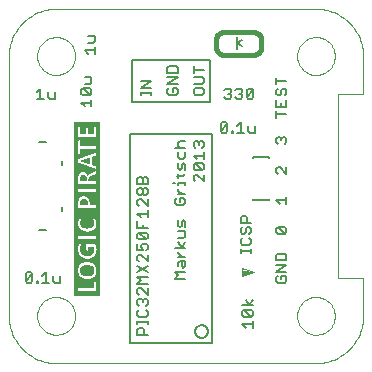
<source format=gto>
G75*
G70*
%OFA0B0*%
%FSLAX24Y24*%
%IPPOS*%
%LPD*%
%AMOC8*
5,1,8,0,0,1.08239X$1,22.5*
%
%ADD10C,0.0060*%
%ADD11C,0.0039*%
%ADD12C,0.0160*%
%ADD13C,0.0000*%
%ADD14C,0.0050*%
%ADD15C,0.0080*%
%ADD16C,0.0001*%
D10*
X009460Y011156D02*
X012187Y011156D01*
X012187Y018106D01*
X009460Y018106D01*
X009460Y011156D01*
X009703Y011406D02*
X009703Y011576D01*
X009760Y011633D01*
X009873Y011633D01*
X009930Y011576D01*
X009930Y011406D01*
X010044Y011406D02*
X009703Y011406D01*
X009703Y011775D02*
X009703Y011888D01*
X009703Y011831D02*
X010044Y011831D01*
X010044Y011775D02*
X010044Y011888D01*
X009987Y012020D02*
X009760Y012020D01*
X009703Y012077D01*
X009703Y012190D01*
X009760Y012247D01*
X009760Y012388D02*
X009703Y012445D01*
X009703Y012559D01*
X009760Y012615D01*
X009817Y012615D01*
X009873Y012559D01*
X009930Y012615D01*
X009987Y012615D01*
X010044Y012559D01*
X010044Y012445D01*
X009987Y012388D01*
X009987Y012247D02*
X010044Y012190D01*
X010044Y012077D01*
X009987Y012020D01*
X009873Y012502D02*
X009873Y012559D01*
X009760Y012757D02*
X009703Y012813D01*
X009703Y012927D01*
X009760Y012984D01*
X009817Y012984D01*
X010044Y012757D01*
X010044Y012984D01*
X010044Y013125D02*
X009703Y013125D01*
X009817Y013238D01*
X009703Y013352D01*
X010044Y013352D01*
X010044Y013493D02*
X009703Y013720D01*
X009760Y013862D02*
X009703Y013918D01*
X009703Y014032D01*
X009760Y014089D01*
X009817Y014089D01*
X010044Y013862D01*
X010044Y014089D01*
X009987Y014230D02*
X010044Y014287D01*
X010044Y014400D01*
X009987Y014457D01*
X009873Y014457D01*
X009817Y014400D01*
X009817Y014343D01*
X009873Y014230D01*
X009703Y014230D01*
X009703Y014457D01*
X009760Y014598D02*
X009703Y014655D01*
X009703Y014768D01*
X009760Y014825D01*
X009987Y014598D01*
X010044Y014655D01*
X010044Y014768D01*
X009987Y014825D01*
X009760Y014825D01*
X009703Y014967D02*
X009703Y015193D01*
X009817Y015335D02*
X009703Y015448D01*
X010044Y015448D01*
X010044Y015335D02*
X010044Y015562D01*
X010044Y015703D02*
X009817Y015930D01*
X009760Y015930D01*
X009703Y015873D01*
X009703Y015760D01*
X009760Y015703D01*
X010044Y015703D02*
X010044Y015930D01*
X009987Y016072D02*
X009930Y016072D01*
X009873Y016128D01*
X009873Y016242D01*
X009930Y016298D01*
X009987Y016298D01*
X010044Y016242D01*
X010044Y016128D01*
X009987Y016072D01*
X009873Y016128D02*
X009817Y016072D01*
X009760Y016072D01*
X009703Y016128D01*
X009703Y016242D01*
X009760Y016298D01*
X009817Y016298D01*
X009873Y016242D01*
X009873Y016440D02*
X009873Y016610D01*
X009930Y016667D01*
X009987Y016667D01*
X010044Y016610D01*
X010044Y016440D01*
X009703Y016440D01*
X009703Y016610D01*
X009760Y016667D01*
X009817Y016667D01*
X009873Y016610D01*
X010897Y016469D02*
X010953Y016469D01*
X011067Y016469D02*
X011294Y016469D01*
X011294Y016525D02*
X011294Y016412D01*
X011067Y016412D02*
X011067Y016469D01*
X011067Y016657D02*
X011067Y016771D01*
X011010Y016714D02*
X011237Y016714D01*
X011294Y016771D01*
X011294Y016903D02*
X011294Y017073D01*
X011237Y017130D01*
X011180Y017073D01*
X011180Y016960D01*
X011123Y016903D01*
X011067Y016960D01*
X011067Y017130D01*
X011123Y017271D02*
X011067Y017328D01*
X011067Y017498D01*
X011123Y017640D02*
X011067Y017696D01*
X011067Y017810D01*
X011123Y017866D01*
X011294Y017866D01*
X011294Y017640D02*
X010953Y017640D01*
X011294Y017498D02*
X011294Y017328D01*
X011237Y017271D01*
X011123Y017271D01*
X011578Y017381D02*
X011919Y017381D01*
X011919Y017268D02*
X011919Y017495D01*
X011862Y017636D02*
X011919Y017693D01*
X011919Y017806D01*
X011862Y017863D01*
X011805Y017863D01*
X011748Y017806D01*
X011748Y017750D01*
X011748Y017806D02*
X011692Y017863D01*
X011635Y017863D01*
X011578Y017806D01*
X011578Y017693D01*
X011635Y017636D01*
X011578Y017381D02*
X011692Y017268D01*
X011635Y017126D02*
X011578Y017070D01*
X011578Y016956D01*
X011635Y016900D01*
X011862Y016900D01*
X011635Y017126D01*
X011862Y017126D01*
X011919Y017070D01*
X011919Y016956D01*
X011862Y016900D01*
X011919Y016758D02*
X011919Y016531D01*
X011692Y016758D01*
X011635Y016758D01*
X011578Y016701D01*
X011578Y016588D01*
X011635Y016531D01*
X011294Y016105D02*
X011067Y016105D01*
X011180Y016105D02*
X011067Y016218D01*
X011067Y016275D01*
X011123Y015964D02*
X011123Y015850D01*
X011123Y015964D02*
X011237Y015964D01*
X011294Y015907D01*
X011294Y015793D01*
X011237Y015737D01*
X011010Y015737D01*
X010953Y015793D01*
X010953Y015907D01*
X011010Y015964D01*
X011067Y015227D02*
X011067Y015057D01*
X011123Y015000D01*
X011180Y015057D01*
X011180Y015170D01*
X011237Y015227D01*
X011294Y015170D01*
X011294Y015000D01*
X011294Y014859D02*
X011067Y014859D01*
X011294Y014859D02*
X011294Y014688D01*
X011237Y014632D01*
X011067Y014632D01*
X011067Y014495D02*
X011180Y014325D01*
X011294Y014495D01*
X011294Y014325D02*
X010953Y014325D01*
X011067Y014188D02*
X011067Y014131D01*
X011180Y014018D01*
X011067Y014018D02*
X011294Y014018D01*
X011294Y013876D02*
X011294Y013706D01*
X011237Y013650D01*
X011180Y013706D01*
X011180Y013876D01*
X011123Y013876D02*
X011294Y013876D01*
X011123Y013876D02*
X011067Y013820D01*
X011067Y013706D01*
X010953Y013508D02*
X011294Y013508D01*
X011294Y013281D02*
X010953Y013281D01*
X011067Y013395D01*
X010953Y013508D01*
X010044Y013720D02*
X009703Y013493D01*
X009760Y014598D02*
X009987Y014598D01*
X010044Y014967D02*
X009703Y014967D01*
X009873Y014967D02*
X009873Y015080D01*
X007196Y015530D02*
X007196Y015687D01*
X006664Y014900D02*
X006428Y014900D01*
X006645Y013497D02*
X006645Y013156D01*
X006758Y013156D02*
X006531Y013156D01*
X006404Y013156D02*
X006404Y013213D01*
X006347Y013213D01*
X006347Y013156D01*
X006404Y013156D01*
X006205Y013213D02*
X006149Y013156D01*
X006035Y013156D01*
X005979Y013213D01*
X006205Y013440D01*
X006205Y013213D01*
X005979Y013213D02*
X005979Y013440D01*
X006035Y013497D01*
X006149Y013497D01*
X006205Y013440D01*
X006531Y013383D02*
X006645Y013497D01*
X006899Y013383D02*
X006899Y013213D01*
X006956Y013156D01*
X007126Y013156D01*
X007126Y013383D01*
X007196Y017065D02*
X007196Y017223D01*
X006664Y017853D02*
X006428Y017853D01*
X006467Y019281D02*
X006467Y019622D01*
X006354Y019508D01*
X006354Y019281D02*
X006580Y019281D01*
X006722Y019338D02*
X006779Y019281D01*
X006949Y019281D01*
X006949Y019508D01*
X006722Y019508D02*
X006722Y019338D01*
X007828Y019456D02*
X007828Y019570D01*
X007885Y019626D01*
X008112Y019400D01*
X008169Y019456D01*
X008169Y019570D01*
X008112Y019626D01*
X007885Y019626D01*
X007942Y019768D02*
X008112Y019768D01*
X008169Y019825D01*
X008169Y019995D01*
X007942Y019995D01*
X007828Y019456D02*
X007885Y019400D01*
X008112Y019400D01*
X008169Y019258D02*
X008169Y019031D01*
X008169Y019145D02*
X007828Y019145D01*
X007942Y019031D01*
X009533Y019176D02*
X009533Y020576D01*
X012114Y020576D01*
X012114Y019176D01*
X009533Y019176D01*
X009828Y019406D02*
X009828Y019520D01*
X009828Y019463D02*
X010169Y019463D01*
X010169Y019406D02*
X010169Y019520D01*
X010169Y019652D02*
X009828Y019652D01*
X010169Y019879D01*
X009828Y019879D01*
X010703Y019775D02*
X011044Y020001D01*
X010703Y020001D01*
X010703Y020143D02*
X010703Y020313D01*
X010760Y020370D01*
X010987Y020370D01*
X011044Y020313D01*
X011044Y020143D01*
X010703Y020143D01*
X010703Y019775D02*
X011044Y019775D01*
X010987Y019633D02*
X010873Y019633D01*
X010873Y019520D01*
X010760Y019633D02*
X010703Y019576D01*
X010703Y019463D01*
X010760Y019406D01*
X010987Y019406D01*
X011044Y019463D01*
X011044Y019576D01*
X010987Y019633D01*
X011578Y019576D02*
X011635Y019633D01*
X011862Y019633D01*
X011919Y019576D01*
X011919Y019463D01*
X011862Y019406D01*
X011635Y019406D01*
X011578Y019463D01*
X011578Y019576D01*
X011578Y019775D02*
X011862Y019775D01*
X011919Y019831D01*
X011919Y019945D01*
X011862Y020001D01*
X011578Y020001D01*
X011578Y020143D02*
X011578Y020370D01*
X011578Y020256D02*
X011919Y020256D01*
X012604Y019565D02*
X012660Y019622D01*
X012774Y019622D01*
X012830Y019565D01*
X012830Y019508D01*
X012774Y019451D01*
X012830Y019395D01*
X012830Y019338D01*
X012774Y019281D01*
X012660Y019281D01*
X012604Y019338D01*
X012717Y019451D02*
X012774Y019451D01*
X012972Y019338D02*
X013029Y019281D01*
X013142Y019281D01*
X013199Y019338D01*
X013199Y019395D01*
X013142Y019451D01*
X013085Y019451D01*
X013142Y019451D02*
X013199Y019508D01*
X013199Y019565D01*
X013142Y019622D01*
X013029Y019622D01*
X012972Y019565D01*
X013340Y019565D02*
X013397Y019622D01*
X013510Y019622D01*
X013567Y019565D01*
X013340Y019338D01*
X013397Y019281D01*
X013510Y019281D01*
X013567Y019338D01*
X013567Y019565D01*
X013340Y019565D02*
X013340Y019338D01*
X013145Y018497D02*
X013145Y018156D01*
X013258Y018156D02*
X013031Y018156D01*
X012904Y018156D02*
X012847Y018156D01*
X012847Y018213D01*
X012904Y018213D01*
X012904Y018156D01*
X012705Y018213D02*
X012705Y018440D01*
X012479Y018213D01*
X012535Y018156D01*
X012649Y018156D01*
X012705Y018213D01*
X012479Y018213D02*
X012479Y018440D01*
X012535Y018497D01*
X012649Y018497D01*
X012705Y018440D01*
X013031Y018383D02*
X013145Y018497D01*
X013399Y018383D02*
X013399Y018213D01*
X013456Y018156D01*
X013626Y018156D01*
X013626Y018383D01*
X014328Y018656D02*
X014328Y018883D01*
X014328Y018770D02*
X014669Y018770D01*
X014669Y019025D02*
X014328Y019025D01*
X014328Y019251D01*
X014385Y019393D02*
X014442Y019393D01*
X014498Y019450D01*
X014498Y019563D01*
X014555Y019620D01*
X014612Y019620D01*
X014669Y019563D01*
X014669Y019450D01*
X014612Y019393D01*
X014669Y019251D02*
X014669Y019025D01*
X014498Y019025D02*
X014498Y019138D01*
X014385Y019393D02*
X014328Y019450D01*
X014328Y019563D01*
X014385Y019620D01*
X014328Y019761D02*
X014328Y019988D01*
X014328Y019875D02*
X014669Y019875D01*
X014612Y018008D02*
X014669Y017951D01*
X014669Y017838D01*
X014612Y017781D01*
X014498Y017895D02*
X014498Y017951D01*
X014555Y018008D01*
X014612Y018008D01*
X014498Y017951D02*
X014442Y018008D01*
X014385Y018008D01*
X014328Y017951D01*
X014328Y017838D01*
X014385Y017781D01*
X014385Y017008D02*
X014328Y016951D01*
X014328Y016838D01*
X014385Y016781D01*
X014385Y017008D02*
X014442Y017008D01*
X014669Y016781D01*
X014669Y017008D01*
X014669Y016008D02*
X014669Y015781D01*
X014669Y015895D02*
X014328Y015895D01*
X014442Y015781D01*
X014385Y015008D02*
X014612Y014781D01*
X014669Y014838D01*
X014669Y014951D01*
X014612Y015008D01*
X014385Y015008D01*
X014328Y014951D01*
X014328Y014838D01*
X014385Y014781D01*
X014612Y014781D01*
X014612Y014120D02*
X014385Y014120D01*
X014328Y014063D01*
X014328Y013893D01*
X014669Y013893D01*
X014669Y014063D01*
X014612Y014120D01*
X014669Y013751D02*
X014328Y013751D01*
X014328Y013525D02*
X014669Y013751D01*
X014669Y013525D02*
X014328Y013525D01*
X014385Y013383D02*
X014328Y013326D01*
X014328Y013213D01*
X014385Y013156D01*
X014612Y013156D01*
X014669Y013213D01*
X014669Y013326D01*
X014612Y013383D01*
X014498Y013383D01*
X014498Y013270D01*
X013544Y012563D02*
X013430Y012393D01*
X013317Y012563D01*
X013203Y012393D02*
X013544Y012393D01*
X013487Y012251D02*
X013260Y012251D01*
X013487Y012025D01*
X013544Y012081D01*
X013544Y012195D01*
X013487Y012251D01*
X013487Y012025D02*
X013260Y012025D01*
X013203Y012081D01*
X013203Y012195D01*
X013260Y012251D01*
X013544Y011883D02*
X013544Y011656D01*
X013544Y011770D02*
X013203Y011770D01*
X013317Y011656D01*
X011630Y011526D02*
X011632Y011555D01*
X011638Y011583D01*
X011647Y011610D01*
X011661Y011635D01*
X011677Y011659D01*
X011697Y011679D01*
X011719Y011698D01*
X011743Y011712D01*
X011770Y011724D01*
X011797Y011732D01*
X011826Y011736D01*
X011854Y011736D01*
X011883Y011732D01*
X011910Y011724D01*
X011937Y011712D01*
X011961Y011698D01*
X011983Y011679D01*
X012003Y011659D01*
X012019Y011635D01*
X012033Y011610D01*
X012042Y011583D01*
X012048Y011555D01*
X012050Y011526D01*
X012048Y011497D01*
X012042Y011469D01*
X012033Y011442D01*
X012019Y011417D01*
X012003Y011393D01*
X011983Y011373D01*
X011961Y011354D01*
X011937Y011340D01*
X011910Y011328D01*
X011883Y011320D01*
X011854Y011316D01*
X011826Y011316D01*
X011797Y011320D01*
X011770Y011328D01*
X011743Y011340D01*
X011719Y011354D01*
X011697Y011373D01*
X011677Y011393D01*
X011661Y011417D01*
X011647Y011442D01*
X011638Y011469D01*
X011632Y011497D01*
X011630Y011526D01*
X013141Y014156D02*
X013141Y014270D01*
X013141Y014213D02*
X013481Y014213D01*
X013481Y014156D02*
X013481Y014270D01*
X013424Y014402D02*
X013198Y014402D01*
X013141Y014459D01*
X013141Y014572D01*
X013198Y014629D01*
X013198Y014770D02*
X013141Y014827D01*
X013141Y014940D01*
X013198Y014997D01*
X013311Y014940D02*
X013368Y014997D01*
X013424Y014997D01*
X013481Y014940D01*
X013481Y014827D01*
X013424Y014770D01*
X013311Y014827D02*
X013311Y014940D01*
X013311Y014827D02*
X013254Y014770D01*
X013198Y014770D01*
X013424Y014629D02*
X013481Y014572D01*
X013481Y014459D01*
X013424Y014402D01*
X013368Y015138D02*
X013368Y015309D01*
X013311Y015365D01*
X013198Y015365D01*
X013141Y015309D01*
X013141Y015138D01*
X013481Y015138D01*
X008294Y020781D02*
X008294Y021008D01*
X008294Y020895D02*
X007953Y020895D01*
X008067Y020781D01*
X008067Y021150D02*
X008237Y021150D01*
X008294Y021206D01*
X008294Y021376D01*
X008067Y021376D01*
D11*
X013199Y013626D02*
X013574Y013501D01*
X013199Y013376D01*
X013199Y013626D01*
X013199Y013595D02*
X013292Y013595D01*
X013199Y013557D02*
X013405Y013557D01*
X013401Y013444D02*
X013199Y013444D01*
X013199Y013482D02*
X013515Y013482D01*
X013519Y013519D02*
X013199Y013519D01*
X013199Y013406D02*
X013288Y013406D01*
D12*
X013574Y020751D02*
X012574Y020751D01*
X012544Y020753D01*
X012514Y020758D01*
X012485Y020767D01*
X012458Y020780D01*
X012432Y020795D01*
X012408Y020814D01*
X012387Y020835D01*
X012368Y020859D01*
X012353Y020885D01*
X012340Y020912D01*
X012331Y020941D01*
X012326Y020971D01*
X012324Y021001D01*
X012324Y021251D01*
X012326Y021281D01*
X012331Y021311D01*
X012340Y021340D01*
X012353Y021367D01*
X012368Y021393D01*
X012387Y021417D01*
X012408Y021438D01*
X012432Y021457D01*
X012458Y021472D01*
X012485Y021485D01*
X012514Y021494D01*
X012544Y021499D01*
X012574Y021501D01*
X013574Y021501D01*
X013604Y021499D01*
X013634Y021494D01*
X013663Y021485D01*
X013690Y021472D01*
X013716Y021457D01*
X013740Y021438D01*
X013761Y021417D01*
X013780Y021393D01*
X013795Y021367D01*
X013808Y021340D01*
X013817Y021311D01*
X013822Y021281D01*
X013824Y021251D01*
X013824Y021001D01*
X013822Y020971D01*
X013817Y020941D01*
X013808Y020912D01*
X013795Y020885D01*
X013780Y020859D01*
X013761Y020835D01*
X013740Y020814D01*
X013716Y020795D01*
X013690Y020780D01*
X013663Y020767D01*
X013634Y020758D01*
X013604Y020753D01*
X013574Y020751D01*
D13*
X015654Y010471D02*
X006993Y010471D01*
X006363Y012046D02*
X006365Y012096D01*
X006371Y012146D01*
X006381Y012195D01*
X006395Y012243D01*
X006412Y012290D01*
X006433Y012335D01*
X006458Y012379D01*
X006486Y012420D01*
X006518Y012459D01*
X006552Y012496D01*
X006589Y012530D01*
X006629Y012560D01*
X006671Y012587D01*
X006715Y012611D01*
X006761Y012632D01*
X006808Y012648D01*
X006856Y012661D01*
X006906Y012670D01*
X006955Y012675D01*
X007006Y012676D01*
X007056Y012673D01*
X007105Y012666D01*
X007154Y012655D01*
X007202Y012640D01*
X007248Y012622D01*
X007293Y012600D01*
X007336Y012574D01*
X007377Y012545D01*
X007416Y012513D01*
X007452Y012478D01*
X007484Y012440D01*
X007514Y012400D01*
X007541Y012357D01*
X007564Y012313D01*
X007583Y012267D01*
X007599Y012219D01*
X007611Y012170D01*
X007619Y012121D01*
X007623Y012071D01*
X007623Y012021D01*
X007619Y011971D01*
X007611Y011922D01*
X007599Y011873D01*
X007583Y011825D01*
X007564Y011779D01*
X007541Y011735D01*
X007514Y011692D01*
X007484Y011652D01*
X007452Y011614D01*
X007416Y011579D01*
X007377Y011547D01*
X007336Y011518D01*
X007293Y011492D01*
X007248Y011470D01*
X007202Y011452D01*
X007154Y011437D01*
X007105Y011426D01*
X007056Y011419D01*
X007006Y011416D01*
X006955Y011417D01*
X006906Y011422D01*
X006856Y011431D01*
X006808Y011444D01*
X006761Y011460D01*
X006715Y011481D01*
X006671Y011505D01*
X006629Y011532D01*
X006589Y011562D01*
X006552Y011596D01*
X006518Y011633D01*
X006486Y011672D01*
X006458Y011713D01*
X006433Y011757D01*
X006412Y011802D01*
X006395Y011849D01*
X006381Y011897D01*
X006371Y011946D01*
X006365Y011996D01*
X006363Y012046D01*
X005418Y012046D02*
X005420Y011969D01*
X005426Y011892D01*
X005435Y011815D01*
X005448Y011739D01*
X005465Y011663D01*
X005486Y011589D01*
X005510Y011515D01*
X005538Y011443D01*
X005569Y011373D01*
X005604Y011304D01*
X005642Y011236D01*
X005683Y011171D01*
X005728Y011108D01*
X005776Y011047D01*
X005826Y010988D01*
X005879Y010932D01*
X005935Y010879D01*
X005994Y010829D01*
X006055Y010781D01*
X006118Y010736D01*
X006183Y010695D01*
X006251Y010657D01*
X006320Y010622D01*
X006390Y010591D01*
X006462Y010563D01*
X006536Y010539D01*
X006610Y010518D01*
X006686Y010501D01*
X006762Y010488D01*
X006839Y010479D01*
X006916Y010473D01*
X006993Y010471D01*
X005418Y012046D02*
X005418Y020707D01*
X006363Y020707D02*
X006365Y020757D01*
X006371Y020807D01*
X006381Y020856D01*
X006395Y020904D01*
X006412Y020951D01*
X006433Y020996D01*
X006458Y021040D01*
X006486Y021081D01*
X006518Y021120D01*
X006552Y021157D01*
X006589Y021191D01*
X006629Y021221D01*
X006671Y021248D01*
X006715Y021272D01*
X006761Y021293D01*
X006808Y021309D01*
X006856Y021322D01*
X006906Y021331D01*
X006955Y021336D01*
X007006Y021337D01*
X007056Y021334D01*
X007105Y021327D01*
X007154Y021316D01*
X007202Y021301D01*
X007248Y021283D01*
X007293Y021261D01*
X007336Y021235D01*
X007377Y021206D01*
X007416Y021174D01*
X007452Y021139D01*
X007484Y021101D01*
X007514Y021061D01*
X007541Y021018D01*
X007564Y020974D01*
X007583Y020928D01*
X007599Y020880D01*
X007611Y020831D01*
X007619Y020782D01*
X007623Y020732D01*
X007623Y020682D01*
X007619Y020632D01*
X007611Y020583D01*
X007599Y020534D01*
X007583Y020486D01*
X007564Y020440D01*
X007541Y020396D01*
X007514Y020353D01*
X007484Y020313D01*
X007452Y020275D01*
X007416Y020240D01*
X007377Y020208D01*
X007336Y020179D01*
X007293Y020153D01*
X007248Y020131D01*
X007202Y020113D01*
X007154Y020098D01*
X007105Y020087D01*
X007056Y020080D01*
X007006Y020077D01*
X006955Y020078D01*
X006906Y020083D01*
X006856Y020092D01*
X006808Y020105D01*
X006761Y020121D01*
X006715Y020142D01*
X006671Y020166D01*
X006629Y020193D01*
X006589Y020223D01*
X006552Y020257D01*
X006518Y020294D01*
X006486Y020333D01*
X006458Y020374D01*
X006433Y020418D01*
X006412Y020463D01*
X006395Y020510D01*
X006381Y020558D01*
X006371Y020607D01*
X006365Y020657D01*
X006363Y020707D01*
X005418Y020707D02*
X005420Y020784D01*
X005426Y020861D01*
X005435Y020938D01*
X005448Y021014D01*
X005465Y021090D01*
X005486Y021164D01*
X005510Y021238D01*
X005538Y021310D01*
X005569Y021380D01*
X005604Y021449D01*
X005642Y021517D01*
X005683Y021582D01*
X005728Y021645D01*
X005776Y021706D01*
X005826Y021765D01*
X005879Y021821D01*
X005935Y021874D01*
X005994Y021924D01*
X006055Y021972D01*
X006118Y022017D01*
X006183Y022058D01*
X006251Y022096D01*
X006320Y022131D01*
X006390Y022162D01*
X006462Y022190D01*
X006536Y022214D01*
X006610Y022235D01*
X006686Y022252D01*
X006762Y022265D01*
X006839Y022274D01*
X006916Y022280D01*
X006993Y022282D01*
X015654Y022282D01*
X015024Y020707D02*
X015026Y020757D01*
X015032Y020807D01*
X015042Y020856D01*
X015056Y020904D01*
X015073Y020951D01*
X015094Y020996D01*
X015119Y021040D01*
X015147Y021081D01*
X015179Y021120D01*
X015213Y021157D01*
X015250Y021191D01*
X015290Y021221D01*
X015332Y021248D01*
X015376Y021272D01*
X015422Y021293D01*
X015469Y021309D01*
X015517Y021322D01*
X015567Y021331D01*
X015616Y021336D01*
X015667Y021337D01*
X015717Y021334D01*
X015766Y021327D01*
X015815Y021316D01*
X015863Y021301D01*
X015909Y021283D01*
X015954Y021261D01*
X015997Y021235D01*
X016038Y021206D01*
X016077Y021174D01*
X016113Y021139D01*
X016145Y021101D01*
X016175Y021061D01*
X016202Y021018D01*
X016225Y020974D01*
X016244Y020928D01*
X016260Y020880D01*
X016272Y020831D01*
X016280Y020782D01*
X016284Y020732D01*
X016284Y020682D01*
X016280Y020632D01*
X016272Y020583D01*
X016260Y020534D01*
X016244Y020486D01*
X016225Y020440D01*
X016202Y020396D01*
X016175Y020353D01*
X016145Y020313D01*
X016113Y020275D01*
X016077Y020240D01*
X016038Y020208D01*
X015997Y020179D01*
X015954Y020153D01*
X015909Y020131D01*
X015863Y020113D01*
X015815Y020098D01*
X015766Y020087D01*
X015717Y020080D01*
X015667Y020077D01*
X015616Y020078D01*
X015567Y020083D01*
X015517Y020092D01*
X015469Y020105D01*
X015422Y020121D01*
X015376Y020142D01*
X015332Y020166D01*
X015290Y020193D01*
X015250Y020223D01*
X015213Y020257D01*
X015179Y020294D01*
X015147Y020333D01*
X015119Y020374D01*
X015094Y020418D01*
X015073Y020463D01*
X015056Y020510D01*
X015042Y020558D01*
X015032Y020607D01*
X015026Y020657D01*
X015024Y020707D01*
X015654Y022282D02*
X015731Y022280D01*
X015808Y022274D01*
X015885Y022265D01*
X015961Y022252D01*
X016037Y022235D01*
X016111Y022214D01*
X016185Y022190D01*
X016257Y022162D01*
X016327Y022131D01*
X016396Y022096D01*
X016464Y022058D01*
X016529Y022017D01*
X016592Y021972D01*
X016653Y021924D01*
X016712Y021874D01*
X016768Y021821D01*
X016821Y021765D01*
X016871Y021706D01*
X016919Y021645D01*
X016964Y021582D01*
X017005Y021517D01*
X017043Y021449D01*
X017078Y021380D01*
X017109Y021310D01*
X017137Y021238D01*
X017161Y021164D01*
X017182Y021090D01*
X017199Y021014D01*
X017212Y020938D01*
X017221Y020861D01*
X017227Y020784D01*
X017229Y020707D01*
X017229Y019447D01*
X016404Y019447D01*
X016404Y013305D01*
X017229Y013305D01*
X017229Y012046D01*
X015024Y012046D02*
X015026Y012096D01*
X015032Y012146D01*
X015042Y012195D01*
X015056Y012243D01*
X015073Y012290D01*
X015094Y012335D01*
X015119Y012379D01*
X015147Y012420D01*
X015179Y012459D01*
X015213Y012496D01*
X015250Y012530D01*
X015290Y012560D01*
X015332Y012587D01*
X015376Y012611D01*
X015422Y012632D01*
X015469Y012648D01*
X015517Y012661D01*
X015567Y012670D01*
X015616Y012675D01*
X015667Y012676D01*
X015717Y012673D01*
X015766Y012666D01*
X015815Y012655D01*
X015863Y012640D01*
X015909Y012622D01*
X015954Y012600D01*
X015997Y012574D01*
X016038Y012545D01*
X016077Y012513D01*
X016113Y012478D01*
X016145Y012440D01*
X016175Y012400D01*
X016202Y012357D01*
X016225Y012313D01*
X016244Y012267D01*
X016260Y012219D01*
X016272Y012170D01*
X016280Y012121D01*
X016284Y012071D01*
X016284Y012021D01*
X016280Y011971D01*
X016272Y011922D01*
X016260Y011873D01*
X016244Y011825D01*
X016225Y011779D01*
X016202Y011735D01*
X016175Y011692D01*
X016145Y011652D01*
X016113Y011614D01*
X016077Y011579D01*
X016038Y011547D01*
X015997Y011518D01*
X015954Y011492D01*
X015909Y011470D01*
X015863Y011452D01*
X015815Y011437D01*
X015766Y011426D01*
X015717Y011419D01*
X015667Y011416D01*
X015616Y011417D01*
X015567Y011422D01*
X015517Y011431D01*
X015469Y011444D01*
X015422Y011460D01*
X015376Y011481D01*
X015332Y011505D01*
X015290Y011532D01*
X015250Y011562D01*
X015213Y011596D01*
X015179Y011633D01*
X015147Y011672D01*
X015119Y011713D01*
X015094Y011757D01*
X015073Y011802D01*
X015056Y011849D01*
X015042Y011897D01*
X015032Y011946D01*
X015026Y011996D01*
X015024Y012046D01*
X015654Y010471D02*
X015731Y010473D01*
X015808Y010479D01*
X015885Y010488D01*
X015961Y010501D01*
X016037Y010518D01*
X016111Y010539D01*
X016185Y010563D01*
X016257Y010591D01*
X016327Y010622D01*
X016396Y010657D01*
X016464Y010695D01*
X016529Y010736D01*
X016592Y010781D01*
X016653Y010829D01*
X016712Y010879D01*
X016768Y010932D01*
X016821Y010988D01*
X016871Y011047D01*
X016919Y011108D01*
X016964Y011171D01*
X017005Y011236D01*
X017043Y011304D01*
X017078Y011373D01*
X017109Y011443D01*
X017137Y011515D01*
X017161Y011589D01*
X017182Y011663D01*
X017199Y011739D01*
X017212Y011815D01*
X017221Y011892D01*
X017227Y011969D01*
X017229Y012046D01*
X008436Y012738D02*
X008436Y012951D01*
X008330Y012951D01*
X008330Y012916D01*
X008328Y012902D01*
X008320Y012889D01*
X008306Y012880D01*
X008289Y012878D01*
X007716Y012878D01*
X007711Y012879D01*
X007707Y012881D01*
X007703Y012886D01*
X007701Y012892D01*
X007698Y012902D01*
X007697Y012912D01*
X007695Y012927D01*
X007695Y012943D01*
X007695Y012951D01*
X007586Y012951D01*
X007586Y012738D01*
X008436Y012738D01*
X008436Y012951D02*
X008436Y013553D01*
X008340Y013553D01*
X008341Y013566D01*
X008336Y013633D01*
X008318Y013697D01*
X008291Y013749D01*
X008253Y013793D01*
X008203Y013828D01*
X008147Y013851D01*
X008078Y013866D01*
X008007Y013870D01*
X007935Y013866D01*
X007864Y013852D01*
X007811Y013829D01*
X007764Y013796D01*
X007729Y013754D01*
X007706Y013704D01*
X007691Y013642D01*
X007687Y013578D01*
X007689Y013553D01*
X007586Y013553D01*
X007586Y014298D01*
X007586Y014687D01*
X007586Y015113D01*
X007586Y015626D01*
X007586Y015857D01*
X007586Y016246D01*
X007586Y016636D01*
X007586Y017238D01*
X007586Y017699D01*
X007586Y018231D01*
X007586Y018514D01*
X008436Y018514D01*
X008436Y018231D01*
X008330Y018231D01*
X008330Y018362D01*
X008329Y018366D01*
X008327Y018370D01*
X008323Y018373D01*
X008319Y018376D01*
X008311Y018378D01*
X008303Y018380D01*
X008292Y018381D01*
X008280Y018381D01*
X008268Y018381D01*
X008256Y018380D01*
X008248Y018378D01*
X008241Y018376D01*
X008236Y018373D01*
X008232Y018370D01*
X008230Y018366D01*
X008229Y018362D01*
X008229Y018231D01*
X008229Y018134D01*
X008051Y018134D01*
X008051Y018231D01*
X008229Y018231D01*
X008051Y018231D01*
X008051Y018325D01*
X008051Y018329D01*
X008049Y018333D01*
X008045Y018337D01*
X008041Y018339D01*
X008033Y018342D01*
X008026Y018343D01*
X008014Y018344D01*
X008002Y018344D01*
X007991Y018344D01*
X007979Y018343D01*
X007972Y018342D01*
X007964Y018339D01*
X007959Y018337D01*
X007956Y018333D01*
X007953Y018329D01*
X007953Y018325D01*
X007953Y018231D01*
X007953Y018230D01*
X007953Y018134D01*
X007799Y018134D01*
X007799Y018231D01*
X007953Y018231D01*
X007799Y018231D01*
X007799Y018360D01*
X007798Y018364D01*
X007796Y018368D01*
X007792Y018371D01*
X007788Y018373D01*
X007780Y018376D01*
X007772Y018377D01*
X007761Y018378D01*
X007749Y018378D01*
X007737Y018378D01*
X007725Y018377D01*
X007717Y018376D01*
X007709Y018373D01*
X007704Y018371D01*
X007701Y018368D01*
X007699Y018364D01*
X007698Y018360D01*
X007698Y018231D01*
X007586Y018231D01*
X007698Y018231D01*
X007698Y018044D01*
X007700Y018030D01*
X007708Y018018D01*
X007722Y018008D01*
X007739Y018006D01*
X008289Y018006D01*
X008306Y018008D01*
X008320Y018018D01*
X008328Y018030D01*
X008330Y018044D01*
X008330Y018231D01*
X008436Y018231D01*
X008436Y017699D01*
X008333Y017699D01*
X008333Y017705D01*
X008331Y017720D01*
X008330Y017730D01*
X008328Y017740D01*
X008325Y017745D01*
X008321Y017750D01*
X008317Y017753D01*
X008312Y017753D01*
X007803Y017753D01*
X007803Y017912D01*
X007802Y017916D01*
X007800Y017920D01*
X007796Y017923D01*
X007791Y017926D01*
X007783Y017928D01*
X007775Y017929D01*
X007763Y017930D01*
X007751Y017931D01*
X007738Y017930D01*
X007726Y017929D01*
X007718Y017928D01*
X007710Y017926D01*
X007705Y017923D01*
X007701Y017920D01*
X007699Y017916D01*
X007698Y017912D01*
X007698Y017699D01*
X007586Y017699D01*
X007698Y017699D01*
X007698Y017466D01*
X007699Y017462D01*
X007701Y017458D01*
X007705Y017455D01*
X007710Y017452D01*
X007718Y017450D01*
X007726Y017448D01*
X007738Y017448D01*
X007751Y017447D01*
X007763Y017448D01*
X007775Y017448D01*
X007783Y017450D01*
X007791Y017452D01*
X007796Y017455D01*
X007800Y017458D01*
X007802Y017462D01*
X007803Y017466D01*
X007803Y017624D01*
X008312Y017624D01*
X008317Y017625D01*
X008321Y017628D01*
X008325Y017633D01*
X008328Y017638D01*
X008330Y017648D01*
X008331Y017658D01*
X008333Y017673D01*
X008333Y017689D01*
X008333Y017699D01*
X008436Y017699D01*
X008436Y017238D01*
X008186Y017238D01*
X008186Y017348D01*
X008249Y017369D01*
X008313Y017390D01*
X008318Y017393D01*
X008323Y017395D01*
X008327Y017400D01*
X008329Y017406D01*
X008331Y017416D01*
X008332Y017427D01*
X008333Y017446D01*
X008333Y017466D01*
X008333Y017484D01*
X008332Y017503D01*
X008330Y017513D01*
X008325Y017522D01*
X008318Y017526D01*
X008310Y017526D01*
X008296Y017523D01*
X008282Y017519D01*
X008002Y017421D01*
X007722Y017323D01*
X007714Y017321D01*
X007708Y017317D01*
X007703Y017310D01*
X007699Y017303D01*
X007697Y017290D01*
X007696Y017276D01*
X007695Y017253D01*
X007695Y017238D01*
X007586Y017238D01*
X007695Y017238D01*
X007695Y017230D01*
X007695Y017210D01*
X007696Y017190D01*
X007697Y017178D01*
X007699Y017167D01*
X007702Y017160D01*
X007707Y017154D01*
X007714Y017150D01*
X007721Y017147D01*
X008001Y017050D01*
X008281Y016953D01*
X008295Y016948D01*
X008308Y016945D01*
X008317Y016945D01*
X008324Y016948D01*
X008329Y016957D01*
X008331Y016966D01*
X008333Y016983D01*
X008333Y017001D01*
X008333Y017018D01*
X008332Y017035D01*
X008331Y017045D01*
X008328Y017055D01*
X008325Y017061D01*
X008321Y017065D01*
X008315Y017068D01*
X008309Y017071D01*
X008248Y017091D01*
X008186Y017111D01*
X008186Y017238D01*
X008436Y017238D01*
X008436Y016636D01*
X008076Y016636D01*
X008078Y016643D01*
X008086Y016658D01*
X008097Y016671D01*
X008112Y016683D01*
X008128Y016693D01*
X008149Y016703D01*
X008170Y016713D01*
X008241Y016741D01*
X008311Y016769D01*
X008317Y016771D01*
X008321Y016774D01*
X008325Y016778D01*
X008328Y016784D01*
X008331Y016794D01*
X008332Y016803D01*
X008333Y016820D01*
X008333Y016836D01*
X008333Y016856D01*
X008332Y016875D01*
X008331Y016886D01*
X008328Y016896D01*
X008326Y016902D01*
X008323Y016906D01*
X008318Y016907D01*
X008313Y016908D01*
X008307Y016907D01*
X008300Y016905D01*
X008286Y016900D01*
X008273Y016895D01*
X008211Y016869D01*
X008148Y016842D01*
X008128Y016833D01*
X008108Y016823D01*
X008092Y016813D01*
X008076Y016802D01*
X008064Y016791D01*
X008053Y016779D01*
X008043Y016766D01*
X008036Y016752D01*
X008026Y016779D01*
X008012Y016804D01*
X007995Y016825D01*
X007976Y016843D01*
X007954Y016857D01*
X007929Y016867D01*
X007901Y016873D01*
X007872Y016875D01*
X007838Y016872D01*
X007805Y016863D01*
X007778Y016850D01*
X007754Y016831D01*
X007735Y016807D01*
X007720Y016779D01*
X007708Y016746D01*
X007702Y016711D01*
X007700Y016696D01*
X007699Y016681D01*
X007698Y016661D01*
X007698Y016640D01*
X007698Y016636D01*
X007586Y016636D01*
X007698Y016636D01*
X007698Y016477D01*
X007700Y016463D01*
X007708Y016450D01*
X007722Y016441D01*
X007739Y016439D01*
X008312Y016439D01*
X008317Y016439D01*
X008321Y016442D01*
X008325Y016446D01*
X008328Y016452D01*
X008330Y016462D01*
X008331Y016472D01*
X008333Y016487D01*
X008333Y016503D01*
X008333Y016518D01*
X008331Y016534D01*
X008330Y016544D01*
X008328Y016553D01*
X008325Y016559D01*
X008321Y016564D01*
X008317Y016566D01*
X008312Y016567D01*
X008072Y016567D01*
X008072Y016607D01*
X008073Y016626D01*
X008076Y016636D01*
X008436Y016636D01*
X008436Y016246D01*
X008333Y016246D01*
X008333Y016251D01*
X008331Y016267D01*
X008330Y016277D01*
X008328Y016286D01*
X008325Y016292D01*
X008321Y016297D01*
X008317Y016299D01*
X008312Y016300D01*
X007716Y016300D01*
X007711Y016299D01*
X007707Y016297D01*
X007703Y016292D01*
X007701Y016286D01*
X007698Y016277D01*
X007697Y016267D01*
X007695Y016251D01*
X007695Y016246D01*
X007586Y016246D01*
X007695Y016246D01*
X007695Y016236D01*
X007695Y016220D01*
X007697Y016205D01*
X007698Y016195D01*
X007701Y016185D01*
X007703Y016179D01*
X007707Y016174D01*
X007711Y016172D01*
X007716Y016171D01*
X008312Y016171D01*
X008317Y016172D01*
X008321Y016174D01*
X008325Y016179D01*
X008328Y016185D01*
X008330Y016195D01*
X008331Y016205D01*
X008333Y016220D01*
X008333Y016236D01*
X008333Y016246D01*
X008436Y016246D01*
X008436Y015857D01*
X008108Y015857D01*
X008108Y015874D01*
X008096Y015928D01*
X008079Y015969D01*
X008053Y016006D01*
X008022Y016034D01*
X007984Y016054D01*
X007938Y016067D01*
X007890Y016071D01*
X007855Y016068D01*
X007820Y016060D01*
X007792Y016047D01*
X007766Y016028D01*
X007745Y016006D01*
X007728Y015979D01*
X007715Y015951D01*
X007707Y015922D01*
X007703Y015898D01*
X007700Y015873D01*
X007699Y015857D01*
X007586Y015857D01*
X007699Y015857D01*
X007698Y015852D01*
X007698Y015830D01*
X007698Y015681D01*
X007701Y015664D01*
X007710Y015650D01*
X007726Y015640D01*
X007744Y015638D01*
X008312Y015638D01*
X008317Y015639D01*
X008321Y015641D01*
X008325Y015646D01*
X008328Y015651D01*
X008330Y015661D01*
X008331Y015671D01*
X008333Y015686D01*
X008333Y015702D01*
X008333Y015718D01*
X008331Y015733D01*
X008330Y015743D01*
X008328Y015753D01*
X008325Y015758D01*
X008321Y015763D01*
X008317Y015765D01*
X008312Y015766D01*
X008111Y015766D01*
X008111Y015819D01*
X008108Y015857D01*
X008436Y015857D01*
X008436Y015113D01*
X008339Y015113D01*
X008340Y015133D01*
X008339Y015164D01*
X008335Y015195D01*
X008329Y015221D01*
X008321Y015246D01*
X008314Y015265D01*
X008304Y015284D01*
X008298Y015294D01*
X008290Y015304D01*
X008285Y015308D01*
X008280Y015312D01*
X008275Y015315D01*
X008270Y015316D01*
X008263Y015318D01*
X008255Y015318D01*
X008245Y015319D01*
X008234Y015319D01*
X008220Y015319D01*
X008206Y015318D01*
X008198Y015317D01*
X008190Y015315D01*
X008185Y015313D01*
X008182Y015310D01*
X008180Y015307D01*
X008180Y015303D01*
X008183Y015293D01*
X008188Y015285D01*
X008197Y015270D01*
X008205Y015255D01*
X008215Y015234D01*
X008223Y015213D01*
X008229Y015183D01*
X008231Y015153D01*
X008228Y015119D01*
X008227Y015113D01*
X008218Y015086D01*
X008202Y015058D01*
X008179Y015035D01*
X008147Y015015D01*
X008112Y015002D01*
X008064Y014993D01*
X008015Y014991D01*
X007969Y014993D01*
X007924Y015001D01*
X007888Y015014D01*
X007855Y015033D01*
X007830Y015055D01*
X007811Y015083D01*
X007801Y015113D01*
X008227Y015113D01*
X007801Y015113D01*
X007799Y015116D01*
X007796Y015150D01*
X007798Y015180D01*
X007804Y015209D01*
X007813Y015231D01*
X007823Y015252D01*
X007833Y015266D01*
X007843Y015281D01*
X007848Y015289D01*
X007851Y015299D01*
X007850Y015303D01*
X007848Y015307D01*
X007844Y015310D01*
X007839Y015313D01*
X007831Y015315D01*
X007822Y015316D01*
X007810Y015317D01*
X007797Y015317D01*
X007786Y015317D01*
X007774Y015317D01*
X007766Y015316D01*
X007758Y015314D01*
X007753Y015313D01*
X007747Y015310D01*
X007741Y015306D01*
X007736Y015301D01*
X007727Y015290D01*
X007720Y015278D01*
X007711Y015260D01*
X007704Y015241D01*
X007697Y015218D01*
X007692Y015196D01*
X007689Y015170D01*
X007688Y015145D01*
X007691Y015113D01*
X007586Y015113D01*
X007691Y015113D01*
X007693Y015084D01*
X007710Y015026D01*
X007737Y014976D01*
X007774Y014933D01*
X007824Y014898D01*
X007879Y014873D01*
X007950Y014857D01*
X008022Y014852D01*
X008093Y014856D01*
X008161Y014871D01*
X008214Y014894D01*
X008260Y014928D01*
X008295Y014968D01*
X008320Y015016D01*
X008336Y015074D01*
X008339Y015113D01*
X008436Y015113D01*
X008436Y014687D01*
X008333Y014687D01*
X008333Y014695D01*
X008331Y014710D01*
X008330Y014720D01*
X008328Y014730D01*
X008325Y014735D01*
X008321Y014740D01*
X008317Y014743D01*
X008312Y014743D01*
X007716Y014743D01*
X007711Y014743D01*
X007707Y014740D01*
X007703Y014735D01*
X007701Y014730D01*
X007698Y014720D01*
X007697Y014710D01*
X007695Y014695D01*
X007695Y014687D01*
X007586Y014687D01*
X007695Y014687D01*
X007695Y014679D01*
X007695Y014663D01*
X007697Y014648D01*
X007698Y014638D01*
X007701Y014628D01*
X007703Y014623D01*
X007707Y014618D01*
X007711Y014615D01*
X007716Y014614D01*
X008312Y014614D01*
X008317Y014615D01*
X008321Y014618D01*
X008325Y014623D01*
X008328Y014628D01*
X008330Y014638D01*
X008331Y014648D01*
X008333Y014663D01*
X008333Y014679D01*
X008333Y014687D01*
X008436Y014687D01*
X008436Y014298D01*
X008340Y014298D01*
X008338Y014318D01*
X008335Y014344D01*
X008331Y014369D01*
X008326Y014393D01*
X008319Y014418D01*
X008313Y014438D01*
X008306Y014457D01*
X008299Y014469D01*
X008289Y014478D01*
X008276Y014482D01*
X008263Y014483D01*
X008012Y014483D01*
X008003Y014483D01*
X007994Y014481D01*
X007988Y014478D01*
X007981Y014474D01*
X007977Y014469D01*
X007973Y014463D01*
X007971Y014456D01*
X007971Y014449D01*
X007971Y014298D01*
X007793Y014298D01*
X007792Y014278D01*
X007796Y014235D01*
X007808Y014195D01*
X007827Y014161D01*
X007853Y014131D01*
X007886Y014108D01*
X007923Y014091D01*
X007968Y014080D01*
X008013Y014077D01*
X008061Y014080D01*
X008108Y014091D01*
X008145Y014108D01*
X008178Y014131D01*
X008202Y014160D01*
X008220Y014193D01*
X008230Y014233D01*
X008234Y014274D01*
X008233Y014295D01*
X008232Y014298D01*
X008068Y014298D01*
X008068Y014355D01*
X008214Y014355D01*
X008223Y014336D01*
X008229Y014316D01*
X008232Y014298D01*
X008068Y014298D01*
X008068Y014236D01*
X008065Y014227D01*
X008057Y014222D01*
X008038Y014218D01*
X008019Y014217D01*
X008008Y014217D01*
X007997Y014218D01*
X007989Y014219D01*
X007982Y014222D01*
X007977Y014224D01*
X007973Y014228D01*
X007971Y014232D01*
X007971Y014236D01*
X007971Y014298D01*
X007793Y014298D01*
X007794Y014316D01*
X007801Y014353D01*
X007810Y014382D01*
X007820Y014409D01*
X007829Y014428D01*
X007839Y014447D01*
X007845Y014457D01*
X007848Y014467D01*
X007848Y014471D01*
X007846Y014475D01*
X007842Y014478D01*
X007837Y014480D01*
X007829Y014482D01*
X007821Y014483D01*
X007808Y014484D01*
X007796Y014485D01*
X007778Y014484D01*
X007759Y014482D01*
X007749Y014478D01*
X007740Y014472D01*
X007731Y014461D01*
X007724Y014449D01*
X007714Y014428D01*
X007707Y014407D01*
X007699Y014378D01*
X007693Y014348D01*
X007688Y014311D01*
X007688Y014298D01*
X007586Y014298D01*
X007688Y014298D01*
X007687Y014274D01*
X007693Y014205D01*
X007710Y014138D01*
X007738Y014083D01*
X007777Y014034D01*
X007826Y013996D01*
X007882Y013968D01*
X007950Y013950D01*
X008021Y013945D01*
X008089Y013950D01*
X008155Y013967D01*
X008209Y013993D01*
X008256Y014030D01*
X008293Y014077D01*
X008319Y014131D01*
X008336Y014198D01*
X008341Y014267D01*
X008340Y014293D01*
X008340Y014298D01*
X008436Y014298D01*
X008436Y013553D01*
X008340Y013553D01*
X008337Y013500D01*
X008322Y013437D01*
X008298Y013388D01*
X008263Y013345D01*
X008216Y013312D01*
X008163Y013291D01*
X008091Y013276D01*
X008018Y013272D01*
X007948Y013277D01*
X007880Y013292D01*
X007825Y013315D01*
X007776Y013350D01*
X007737Y013394D01*
X007710Y013445D01*
X007692Y013510D01*
X007689Y013553D01*
X007586Y013553D01*
X007586Y012951D01*
X007695Y012951D01*
X007695Y012958D01*
X007697Y012974D01*
X007698Y012984D01*
X007701Y012993D01*
X007703Y012999D01*
X007707Y013004D01*
X007711Y013006D01*
X007716Y013007D01*
X008224Y013007D01*
X008224Y013206D01*
X008225Y013210D01*
X008227Y013214D01*
X008231Y013218D01*
X008235Y013220D01*
X008243Y013223D01*
X008252Y013224D01*
X008264Y013225D01*
X008276Y013225D01*
X008289Y013225D01*
X008301Y013224D01*
X008309Y013223D01*
X008318Y013220D01*
X008323Y013218D01*
X008327Y013214D01*
X008329Y013210D01*
X008330Y013206D01*
X008330Y012951D01*
X008436Y012951D01*
X008175Y013441D02*
X008201Y013463D01*
X008220Y013491D01*
X008232Y013529D01*
X008234Y013553D01*
X007794Y013553D01*
X007792Y013573D01*
X007796Y013613D01*
X007808Y013651D01*
X007827Y013679D01*
X007853Y013701D01*
X007887Y013718D01*
X007923Y013728D01*
X007968Y013734D01*
X008013Y013736D01*
X008057Y013734D01*
X008099Y013728D01*
X008136Y013717D01*
X008170Y013700D01*
X008197Y013678D01*
X008218Y013649D01*
X008231Y013610D01*
X008235Y013570D01*
X008234Y013553D01*
X007794Y013553D01*
X007796Y013532D01*
X007810Y013494D01*
X007831Y013465D01*
X007858Y013443D01*
X007891Y013425D01*
X007927Y013415D01*
X007969Y013409D01*
X008012Y013407D01*
X008058Y013409D01*
X008105Y013415D01*
X008141Y013425D01*
X008175Y013441D01*
X008012Y015766D02*
X007797Y015766D01*
X007797Y015821D01*
X007798Y015841D01*
X007800Y015857D01*
X008008Y015857D01*
X008003Y015876D01*
X007993Y015894D01*
X007980Y015909D01*
X007963Y015921D01*
X007944Y015929D01*
X007922Y015935D01*
X007899Y015936D01*
X007871Y015934D01*
X007845Y015925D01*
X007827Y015912D01*
X007813Y015896D01*
X007805Y015878D01*
X007800Y015860D01*
X007800Y015857D01*
X008008Y015857D01*
X008010Y015850D01*
X008012Y015824D01*
X008012Y015766D01*
X007975Y016567D02*
X007975Y016633D01*
X007975Y016636D01*
X007797Y016636D01*
X007797Y016642D01*
X007798Y016659D01*
X007799Y016670D01*
X007802Y016681D01*
X007813Y016708D01*
X007832Y016728D01*
X007857Y016739D01*
X007885Y016742D01*
X007903Y016740D01*
X007922Y016735D01*
X007937Y016727D01*
X007950Y016715D01*
X007961Y016698D01*
X007969Y016680D01*
X007974Y016657D01*
X007975Y016636D01*
X007797Y016636D01*
X007796Y016625D01*
X007796Y016567D01*
X007975Y016567D01*
X008087Y017139D02*
X007953Y017184D01*
X007819Y017228D01*
X007819Y017229D01*
X007848Y017238D01*
X008087Y017238D01*
X008087Y017318D01*
X007953Y017273D01*
X007848Y017238D01*
X008087Y017238D01*
X008087Y017229D01*
X008087Y017139D01*
D14*
X013024Y020926D02*
X013024Y021126D01*
X013174Y021026D01*
X013024Y021126D02*
X013174Y021226D01*
X013024Y021126D02*
X013024Y021326D01*
D15*
X013568Y017335D02*
X014080Y017335D01*
X014080Y017296D01*
X013568Y017296D02*
X013568Y017335D01*
X013568Y015957D02*
X013568Y015898D01*
X014080Y015898D01*
X014080Y015957D01*
D16*
X008436Y015960D02*
X008083Y015960D01*
X008082Y015961D02*
X008436Y015961D01*
X008436Y015962D02*
X008082Y015962D01*
X008081Y015963D02*
X008436Y015963D01*
X008436Y015964D02*
X008081Y015964D01*
X008081Y015965D02*
X008436Y015965D01*
X008436Y015966D02*
X008080Y015966D01*
X008080Y015967D02*
X008436Y015967D01*
X008436Y015968D02*
X008079Y015968D01*
X008079Y015969D02*
X008436Y015969D01*
X008436Y015970D02*
X008078Y015970D01*
X008078Y015971D02*
X008436Y015971D01*
X008436Y015972D02*
X008077Y015972D01*
X008076Y015973D02*
X008436Y015973D01*
X008436Y015974D02*
X008076Y015974D01*
X008075Y015975D02*
X008436Y015975D01*
X008436Y015976D02*
X008074Y015976D01*
X008073Y015977D02*
X008436Y015977D01*
X008436Y015978D02*
X008073Y015978D01*
X008072Y015979D02*
X008436Y015979D01*
X008436Y015980D02*
X008071Y015980D01*
X008071Y015981D02*
X008436Y015981D01*
X008436Y015982D02*
X008070Y015982D01*
X008069Y015983D02*
X008436Y015983D01*
X008436Y015984D02*
X008069Y015984D01*
X008068Y015985D02*
X008436Y015985D01*
X008436Y015986D02*
X008067Y015986D01*
X008067Y015987D02*
X008436Y015987D01*
X008436Y015988D02*
X008066Y015988D01*
X008065Y015989D02*
X008436Y015989D01*
X008436Y015990D02*
X008064Y015990D01*
X008064Y015991D02*
X008436Y015991D01*
X008436Y015992D02*
X008063Y015992D01*
X008062Y015993D02*
X008436Y015993D01*
X008436Y015994D02*
X008062Y015994D01*
X008061Y015995D02*
X008436Y015995D01*
X008436Y015996D02*
X008060Y015996D01*
X008060Y015997D02*
X008436Y015997D01*
X008436Y015998D02*
X008059Y015998D01*
X008058Y015999D02*
X008436Y015999D01*
X008436Y016000D02*
X008058Y016000D01*
X008057Y016001D02*
X008436Y016001D01*
X008436Y016002D02*
X008056Y016002D01*
X008055Y016003D02*
X008436Y016003D01*
X008436Y016004D02*
X008055Y016004D01*
X008054Y016005D02*
X008436Y016005D01*
X008436Y016006D02*
X008053Y016006D01*
X008052Y016007D02*
X008436Y016007D01*
X008436Y016008D02*
X008051Y016008D01*
X008050Y016009D02*
X008436Y016009D01*
X008436Y016010D02*
X008049Y016010D01*
X008048Y016011D02*
X008436Y016011D01*
X008436Y016012D02*
X008047Y016012D01*
X008045Y016013D02*
X008436Y016013D01*
X008436Y016014D02*
X008044Y016014D01*
X008043Y016015D02*
X008436Y016015D01*
X008436Y016016D02*
X008042Y016016D01*
X008041Y016017D02*
X008436Y016017D01*
X008436Y016018D02*
X008040Y016018D01*
X008039Y016019D02*
X008436Y016019D01*
X008436Y016020D02*
X008038Y016020D01*
X008036Y016021D02*
X008436Y016021D01*
X008436Y016022D02*
X008035Y016022D01*
X008034Y016023D02*
X008436Y016023D01*
X008436Y016024D02*
X008033Y016024D01*
X008032Y016025D02*
X008436Y016025D01*
X008436Y016026D02*
X008031Y016026D01*
X008030Y016027D02*
X008436Y016027D01*
X008436Y016028D02*
X008028Y016028D01*
X008027Y016029D02*
X008436Y016029D01*
X008436Y016030D02*
X008026Y016030D01*
X008025Y016031D02*
X008436Y016031D01*
X008436Y016032D02*
X008024Y016032D01*
X008023Y016033D02*
X008436Y016033D01*
X008436Y016034D02*
X008022Y016034D01*
X008020Y016035D02*
X008436Y016035D01*
X008436Y016036D02*
X008018Y016036D01*
X008016Y016037D02*
X008436Y016037D01*
X008436Y016038D02*
X008014Y016038D01*
X008013Y016039D02*
X008436Y016039D01*
X008436Y016040D02*
X008011Y016040D01*
X008009Y016041D02*
X008436Y016041D01*
X008436Y016042D02*
X008007Y016042D01*
X008005Y016043D02*
X008436Y016043D01*
X008436Y016044D02*
X008003Y016044D01*
X008001Y016045D02*
X008436Y016045D01*
X008436Y016046D02*
X008000Y016046D01*
X007998Y016047D02*
X008436Y016047D01*
X008436Y016048D02*
X007996Y016048D01*
X007994Y016049D02*
X008436Y016049D01*
X008436Y016050D02*
X007992Y016050D01*
X007990Y016051D02*
X008436Y016051D01*
X008436Y016052D02*
X007989Y016052D01*
X007987Y016053D02*
X008436Y016053D01*
X008436Y016054D02*
X007985Y016054D01*
X007982Y016055D02*
X008436Y016055D01*
X008436Y016056D02*
X007978Y016056D01*
X007975Y016057D02*
X008436Y016057D01*
X008436Y016058D02*
X007971Y016058D01*
X007968Y016059D02*
X008436Y016059D01*
X008436Y016060D02*
X007964Y016060D01*
X007960Y016061D02*
X008436Y016061D01*
X008436Y016062D02*
X007957Y016062D01*
X007953Y016063D02*
X008436Y016063D01*
X008436Y016064D02*
X007950Y016064D01*
X007946Y016065D02*
X008436Y016065D01*
X008436Y016066D02*
X007942Y016066D01*
X007939Y016067D02*
X008436Y016067D01*
X008436Y016068D02*
X007928Y016068D01*
X007915Y016069D02*
X008436Y016069D01*
X008436Y016070D02*
X007902Y016070D01*
X007877Y016070D02*
X007586Y016070D01*
X007586Y016071D02*
X008436Y016071D01*
X008436Y016072D02*
X007586Y016072D01*
X007586Y016073D02*
X008436Y016073D01*
X008436Y016074D02*
X007586Y016074D01*
X007586Y016075D02*
X008436Y016075D01*
X008436Y016076D02*
X007586Y016076D01*
X007586Y016077D02*
X008436Y016077D01*
X008436Y016078D02*
X007586Y016078D01*
X007586Y016079D02*
X008436Y016079D01*
X008436Y016080D02*
X007586Y016080D01*
X007586Y016081D02*
X008436Y016081D01*
X008436Y016082D02*
X007586Y016082D01*
X007586Y016083D02*
X008436Y016083D01*
X008436Y016084D02*
X007586Y016084D01*
X007586Y016085D02*
X008436Y016085D01*
X008436Y016086D02*
X007586Y016086D01*
X007586Y016087D02*
X008436Y016087D01*
X008436Y016088D02*
X007586Y016088D01*
X007586Y016089D02*
X008436Y016089D01*
X008436Y016090D02*
X007586Y016090D01*
X007586Y016091D02*
X008436Y016091D01*
X008436Y016092D02*
X007586Y016092D01*
X007586Y016093D02*
X008436Y016093D01*
X008436Y016094D02*
X007586Y016094D01*
X007586Y016095D02*
X008436Y016095D01*
X008436Y016096D02*
X007586Y016096D01*
X007586Y016097D02*
X008436Y016097D01*
X008436Y016098D02*
X007586Y016098D01*
X007586Y016099D02*
X008436Y016099D01*
X008436Y016100D02*
X007586Y016100D01*
X007586Y016101D02*
X008436Y016101D01*
X008436Y016102D02*
X007586Y016102D01*
X007586Y016103D02*
X008436Y016103D01*
X008436Y016104D02*
X007586Y016104D01*
X007586Y016105D02*
X008436Y016105D01*
X008436Y016106D02*
X007586Y016106D01*
X007586Y016107D02*
X008436Y016107D01*
X008436Y016108D02*
X007586Y016108D01*
X007586Y016109D02*
X008436Y016109D01*
X008436Y016110D02*
X007586Y016110D01*
X007586Y016111D02*
X008436Y016111D01*
X008436Y016112D02*
X007586Y016112D01*
X007586Y016113D02*
X008436Y016113D01*
X008436Y016114D02*
X007586Y016114D01*
X007586Y016115D02*
X008436Y016115D01*
X008436Y016116D02*
X007586Y016116D01*
X007586Y016117D02*
X008436Y016117D01*
X008436Y016118D02*
X007586Y016118D01*
X007586Y016119D02*
X008436Y016119D01*
X008436Y016120D02*
X007586Y016120D01*
X007586Y016121D02*
X008436Y016121D01*
X008436Y016122D02*
X007586Y016122D01*
X007586Y016123D02*
X008436Y016123D01*
X008436Y016124D02*
X007586Y016124D01*
X007586Y016125D02*
X008436Y016125D01*
X008436Y016126D02*
X007586Y016126D01*
X007586Y016127D02*
X008436Y016127D01*
X008436Y016128D02*
X007586Y016128D01*
X007586Y016129D02*
X008436Y016129D01*
X008436Y016130D02*
X007586Y016130D01*
X007586Y016131D02*
X008436Y016131D01*
X008436Y016132D02*
X007586Y016132D01*
X007586Y016133D02*
X008436Y016133D01*
X008436Y016134D02*
X007586Y016134D01*
X007586Y016135D02*
X008436Y016135D01*
X008436Y016136D02*
X007586Y016136D01*
X007586Y016137D02*
X008436Y016137D01*
X008436Y016138D02*
X007586Y016138D01*
X007586Y016139D02*
X008436Y016139D01*
X008436Y016140D02*
X007586Y016140D01*
X007586Y016141D02*
X008436Y016141D01*
X008436Y016142D02*
X007586Y016142D01*
X007586Y016143D02*
X008436Y016143D01*
X008436Y016144D02*
X007586Y016144D01*
X007586Y016145D02*
X008436Y016145D01*
X008436Y016146D02*
X007586Y016146D01*
X007586Y016147D02*
X008436Y016147D01*
X008436Y016148D02*
X007586Y016148D01*
X007586Y016149D02*
X008436Y016149D01*
X008436Y016150D02*
X007586Y016150D01*
X007586Y016151D02*
X008436Y016151D01*
X008436Y016152D02*
X007586Y016152D01*
X007586Y016153D02*
X008436Y016153D01*
X008436Y016154D02*
X007586Y016154D01*
X007586Y016155D02*
X008436Y016155D01*
X008436Y016156D02*
X007586Y016156D01*
X007586Y016157D02*
X008436Y016157D01*
X008436Y016158D02*
X007586Y016158D01*
X007586Y016159D02*
X008436Y016159D01*
X008436Y016160D02*
X007586Y016160D01*
X007586Y016161D02*
X008436Y016161D01*
X008436Y016162D02*
X007586Y016162D01*
X007586Y016163D02*
X008436Y016163D01*
X008436Y016164D02*
X007586Y016164D01*
X007586Y016165D02*
X008436Y016165D01*
X008436Y016166D02*
X007586Y016166D01*
X007586Y016167D02*
X008436Y016167D01*
X008436Y016168D02*
X007586Y016168D01*
X007586Y016169D02*
X008436Y016169D01*
X008436Y016170D02*
X007586Y016170D01*
X007586Y016171D02*
X008436Y016171D01*
X008436Y016172D02*
X008315Y016172D01*
X008318Y016173D02*
X008436Y016173D01*
X008436Y016174D02*
X008320Y016174D01*
X008321Y016175D02*
X008436Y016175D01*
X008436Y016176D02*
X008322Y016176D01*
X008323Y016177D02*
X008436Y016177D01*
X008436Y016178D02*
X008324Y016178D01*
X008325Y016179D02*
X008436Y016179D01*
X008436Y016180D02*
X008325Y016180D01*
X008326Y016181D02*
X008436Y016181D01*
X008436Y016182D02*
X008326Y016182D01*
X008327Y016183D02*
X008436Y016183D01*
X008436Y016184D02*
X008327Y016184D01*
X008327Y016185D02*
X008436Y016185D01*
X008436Y016186D02*
X008328Y016186D01*
X008328Y016187D02*
X008436Y016187D01*
X008436Y016188D02*
X008328Y016188D01*
X008328Y016189D02*
X008436Y016189D01*
X008436Y016190D02*
X008329Y016190D01*
X008329Y016191D02*
X008436Y016191D01*
X008436Y016192D02*
X008329Y016192D01*
X008329Y016193D02*
X008436Y016193D01*
X008436Y016194D02*
X008330Y016194D01*
X008330Y016195D02*
X008436Y016195D01*
X008436Y016196D02*
X008330Y016196D01*
X008330Y016197D02*
X008436Y016197D01*
X008436Y016198D02*
X008330Y016198D01*
X008330Y016199D02*
X008436Y016199D01*
X008436Y016200D02*
X008330Y016200D01*
X008331Y016201D02*
X008436Y016201D01*
X008436Y016202D02*
X008331Y016202D01*
X008331Y016203D02*
X008436Y016203D01*
X008436Y016204D02*
X008331Y016204D01*
X008331Y016205D02*
X008436Y016205D01*
X008436Y016206D02*
X008331Y016206D01*
X008331Y016207D02*
X008436Y016207D01*
X008436Y016208D02*
X008332Y016208D01*
X008332Y016209D02*
X008436Y016209D01*
X008436Y016210D02*
X008332Y016210D01*
X008332Y016211D02*
X008436Y016211D01*
X008436Y016212D02*
X008332Y016212D01*
X008332Y016213D02*
X008436Y016213D01*
X008436Y016214D02*
X008332Y016214D01*
X008332Y016215D02*
X008436Y016215D01*
X008436Y016216D02*
X008332Y016216D01*
X008436Y016216D01*
X008436Y016217D02*
X008332Y016217D01*
X008332Y016218D02*
X008436Y016218D01*
X008436Y016219D02*
X008333Y016219D01*
X008333Y016220D02*
X008436Y016220D01*
X008436Y016221D02*
X008333Y016221D01*
X008333Y016222D02*
X008436Y016222D01*
X008436Y016223D02*
X008333Y016223D01*
X008333Y016224D02*
X008436Y016224D01*
X008436Y016225D02*
X008333Y016225D01*
X008333Y016226D02*
X008436Y016226D01*
X008436Y016227D02*
X008333Y016227D01*
X008333Y016228D02*
X008436Y016228D01*
X008436Y016229D02*
X008333Y016229D01*
X008333Y016230D02*
X008436Y016230D01*
X008436Y016231D02*
X008333Y016231D01*
X008333Y016232D02*
X008436Y016232D01*
X008436Y016233D02*
X008333Y016233D01*
X008333Y016234D02*
X008436Y016234D01*
X008436Y016235D02*
X008333Y016235D01*
X008333Y016236D02*
X008436Y016236D01*
X008436Y016237D02*
X008333Y016237D01*
X008333Y016238D02*
X008436Y016238D01*
X008436Y016239D02*
X008333Y016239D01*
X008333Y016240D02*
X008436Y016240D01*
X008436Y016241D02*
X008333Y016241D01*
X008333Y016242D02*
X008436Y016242D01*
X008436Y016243D02*
X008333Y016243D01*
X008333Y016244D02*
X008436Y016244D01*
X008436Y016245D02*
X008333Y016245D01*
X008333Y016246D02*
X008436Y016246D01*
X008436Y016247D02*
X008333Y016247D01*
X008333Y016248D02*
X008436Y016248D01*
X008436Y016249D02*
X008333Y016249D01*
X008333Y016250D02*
X008436Y016250D01*
X008436Y016251D02*
X008333Y016251D01*
X008332Y016252D02*
X008436Y016252D01*
X008436Y016253D02*
X008332Y016253D01*
X008332Y016254D02*
X008436Y016254D01*
X008436Y016255D02*
X008332Y016255D01*
X008332Y016256D02*
X008436Y016256D01*
X008436Y016257D02*
X008332Y016257D01*
X008332Y016258D02*
X008436Y016258D01*
X008436Y016259D02*
X008332Y016259D01*
X008332Y016260D02*
X008436Y016260D01*
X008436Y016261D02*
X008332Y016261D01*
X008332Y016262D02*
X008436Y016262D01*
X008436Y016263D02*
X008332Y016263D01*
X008331Y016264D02*
X008436Y016264D01*
X008436Y016265D02*
X008331Y016265D01*
X008331Y016266D02*
X008436Y016266D01*
X008436Y016267D02*
X008331Y016267D01*
X008331Y016268D02*
X008436Y016268D01*
X008436Y016269D02*
X008331Y016269D01*
X008331Y016270D02*
X008436Y016270D01*
X008436Y016271D02*
X008331Y016271D01*
X008330Y016272D02*
X008436Y016272D01*
X008436Y016273D02*
X008330Y016273D01*
X008330Y016274D02*
X008436Y016274D01*
X008436Y016275D02*
X008330Y016275D01*
X008330Y016276D02*
X008436Y016276D01*
X008436Y016277D02*
X008330Y016277D01*
X008329Y016278D02*
X008436Y016278D01*
X008436Y016279D02*
X008329Y016279D01*
X008329Y016280D02*
X008436Y016280D01*
X008436Y016281D02*
X008329Y016281D01*
X008328Y016282D02*
X008436Y016282D01*
X008436Y016283D02*
X008328Y016283D01*
X008328Y016284D02*
X008436Y016284D01*
X008436Y016285D02*
X008328Y016285D01*
X008327Y016286D02*
X008436Y016286D01*
X008436Y016287D02*
X008327Y016287D01*
X008327Y016288D02*
X008436Y016288D01*
X008436Y016289D02*
X008326Y016289D01*
X008326Y016290D02*
X008436Y016290D01*
X008436Y016291D02*
X008325Y016291D01*
X008325Y016292D02*
X008436Y016292D01*
X008436Y016293D02*
X008324Y016293D01*
X008323Y016294D02*
X008436Y016294D01*
X008436Y016295D02*
X008322Y016295D01*
X008322Y016296D02*
X008436Y016296D01*
X008436Y016297D02*
X008320Y016297D01*
X008318Y016298D02*
X008436Y016298D01*
X008436Y016299D02*
X008315Y016299D01*
X008436Y016300D02*
X007586Y016300D01*
X007586Y016299D02*
X007713Y016299D01*
X007710Y016298D02*
X007586Y016298D01*
X007586Y016297D02*
X007708Y016297D01*
X007707Y016296D02*
X007586Y016296D01*
X007586Y016295D02*
X007706Y016295D01*
X007705Y016294D02*
X007586Y016294D01*
X007586Y016293D02*
X007704Y016293D01*
X007704Y016292D02*
X007586Y016292D01*
X007586Y016291D02*
X007703Y016291D01*
X007703Y016290D02*
X007586Y016290D01*
X007586Y016289D02*
X007702Y016289D01*
X007702Y016288D02*
X007586Y016288D01*
X007586Y016287D02*
X007701Y016287D01*
X007701Y016286D02*
X007586Y016286D01*
X007586Y016285D02*
X007700Y016285D01*
X007700Y016284D02*
X007586Y016284D01*
X007586Y016283D02*
X007700Y016283D01*
X007700Y016282D02*
X007586Y016282D01*
X007586Y016281D02*
X007699Y016281D01*
X007699Y016280D02*
X007586Y016280D01*
X007586Y016279D02*
X007699Y016279D01*
X007699Y016278D02*
X007586Y016278D01*
X007586Y016277D02*
X007698Y016277D01*
X007698Y016276D02*
X007586Y016276D01*
X007586Y016275D02*
X007698Y016275D01*
X007698Y016274D02*
X007586Y016274D01*
X007586Y016273D02*
X007698Y016273D01*
X007697Y016272D02*
X007586Y016272D01*
X007586Y016271D02*
X007697Y016271D01*
X007697Y016270D02*
X007586Y016270D01*
X007586Y016269D02*
X007697Y016269D01*
X007697Y016268D02*
X007586Y016268D01*
X007586Y016267D02*
X007697Y016267D01*
X007697Y016266D02*
X007586Y016266D01*
X007586Y016265D02*
X007696Y016265D01*
X007696Y016264D02*
X007586Y016264D01*
X007586Y016263D02*
X007696Y016263D01*
X007696Y016262D02*
X007586Y016262D01*
X007586Y016261D02*
X007696Y016261D01*
X007696Y016260D02*
X007586Y016260D01*
X007586Y016259D02*
X007696Y016259D01*
X007696Y016258D02*
X007586Y016258D01*
X007586Y016257D02*
X007696Y016257D01*
X007696Y016256D02*
X007586Y016256D01*
X007586Y016255D02*
X007696Y016255D01*
X007696Y016254D02*
X007586Y016254D01*
X007586Y016253D02*
X007696Y016253D01*
X007695Y016252D02*
X007586Y016252D01*
X007586Y016251D02*
X007695Y016251D01*
X007695Y016250D02*
X007586Y016250D01*
X007586Y016249D02*
X007695Y016249D01*
X007695Y016248D02*
X007586Y016248D01*
X007586Y016247D02*
X007695Y016247D01*
X007695Y016246D02*
X007586Y016246D01*
X007586Y016245D02*
X007695Y016245D01*
X007695Y016244D02*
X007586Y016244D01*
X007586Y016243D02*
X007695Y016243D01*
X007695Y016242D02*
X007586Y016242D01*
X007586Y016241D02*
X007695Y016241D01*
X007695Y016240D02*
X007586Y016240D01*
X007586Y016239D02*
X007695Y016239D01*
X007695Y016238D02*
X007586Y016238D01*
X007586Y016237D02*
X007695Y016237D01*
X007695Y016236D02*
X007586Y016236D01*
X007586Y016235D02*
X007695Y016235D01*
X007695Y016234D02*
X007586Y016234D01*
X007586Y016233D02*
X007695Y016233D01*
X007695Y016232D02*
X007586Y016232D01*
X007586Y016231D02*
X007695Y016231D01*
X007695Y016230D02*
X007586Y016230D01*
X007586Y016229D02*
X007695Y016229D01*
X007695Y016228D02*
X007586Y016228D01*
X007586Y016227D02*
X007695Y016227D01*
X007695Y016226D02*
X007586Y016226D01*
X007586Y016225D02*
X007695Y016225D01*
X007695Y016224D02*
X007586Y016224D01*
X007586Y016223D02*
X007695Y016223D01*
X007695Y016222D02*
X007586Y016222D01*
X007586Y016221D02*
X007695Y016221D01*
X007695Y016220D02*
X007586Y016220D01*
X007586Y016219D02*
X007695Y016219D01*
X007695Y016218D02*
X007586Y016218D01*
X007586Y016217D02*
X007696Y016217D01*
X007696Y016216D02*
X007586Y016216D01*
X007696Y016216D01*
X007696Y016215D02*
X007586Y016215D01*
X007586Y016214D02*
X007696Y016214D01*
X007696Y016213D02*
X007586Y016213D01*
X007586Y016212D02*
X007696Y016212D01*
X007696Y016211D02*
X007586Y016211D01*
X007586Y016210D02*
X007696Y016210D01*
X007696Y016209D02*
X007586Y016209D01*
X007586Y016208D02*
X007696Y016208D01*
X007696Y016207D02*
X007586Y016207D01*
X007586Y016206D02*
X007697Y016206D01*
X007697Y016205D02*
X007586Y016205D01*
X007586Y016204D02*
X007697Y016204D01*
X007697Y016203D02*
X007586Y016203D01*
X007586Y016202D02*
X007697Y016202D01*
X007697Y016201D02*
X007586Y016201D01*
X007586Y016200D02*
X007697Y016200D01*
X007698Y016199D02*
X007586Y016199D01*
X007586Y016198D02*
X007698Y016198D01*
X007698Y016197D02*
X007586Y016197D01*
X007586Y016196D02*
X007698Y016196D01*
X007698Y016195D02*
X007586Y016195D01*
X007586Y016194D02*
X007698Y016194D01*
X007699Y016193D02*
X007586Y016193D01*
X007586Y016192D02*
X007699Y016192D01*
X007699Y016191D02*
X007586Y016191D01*
X007586Y016190D02*
X007700Y016190D01*
X007700Y016189D02*
X007586Y016189D01*
X007586Y016188D02*
X007700Y016188D01*
X007700Y016187D02*
X007586Y016187D01*
X007586Y016186D02*
X007701Y016186D01*
X007701Y016185D02*
X007586Y016185D01*
X007586Y016184D02*
X007701Y016184D01*
X007702Y016183D02*
X007586Y016183D01*
X007586Y016182D02*
X007702Y016182D01*
X007703Y016181D02*
X007586Y016181D01*
X007586Y016180D02*
X007703Y016180D01*
X007704Y016179D02*
X007586Y016179D01*
X007586Y016178D02*
X007705Y016178D01*
X007705Y016177D02*
X007586Y016177D01*
X007586Y016176D02*
X007706Y016176D01*
X007707Y016175D02*
X007586Y016175D01*
X007586Y016174D02*
X007708Y016174D01*
X007710Y016173D02*
X007586Y016173D01*
X007586Y016172D02*
X007713Y016172D01*
X007792Y016047D02*
X007586Y016047D01*
X007586Y016048D02*
X007794Y016048D01*
X007796Y016049D02*
X007586Y016049D01*
X007586Y016050D02*
X007798Y016050D01*
X007800Y016051D02*
X007586Y016051D01*
X007586Y016052D02*
X007802Y016052D01*
X007805Y016053D02*
X007586Y016053D01*
X007586Y016054D02*
X007807Y016054D01*
X007809Y016055D02*
X007586Y016055D01*
X007586Y016056D02*
X007811Y016056D01*
X007814Y016057D02*
X007586Y016057D01*
X007586Y016058D02*
X007816Y016058D01*
X007818Y016059D02*
X007586Y016059D01*
X007586Y016060D02*
X007820Y016060D01*
X007824Y016061D02*
X007586Y016061D01*
X007586Y016062D02*
X007828Y016062D01*
X007832Y016063D02*
X007586Y016063D01*
X007586Y016064D02*
X007837Y016064D01*
X007841Y016065D02*
X007586Y016065D01*
X007586Y016066D02*
X007845Y016066D01*
X007849Y016067D02*
X007586Y016067D01*
X007586Y016068D02*
X007853Y016068D01*
X007862Y016069D02*
X007586Y016069D01*
X007586Y016046D02*
X007790Y016046D01*
X007789Y016045D02*
X007586Y016045D01*
X007586Y016044D02*
X007787Y016044D01*
X007786Y016043D02*
X007586Y016043D01*
X007586Y016042D02*
X007785Y016042D01*
X007783Y016041D02*
X007586Y016041D01*
X007586Y016040D02*
X007782Y016040D01*
X007780Y016039D02*
X007586Y016039D01*
X007586Y016038D02*
X007779Y016038D01*
X007778Y016037D02*
X007586Y016037D01*
X007586Y016036D02*
X007776Y016036D01*
X007775Y016035D02*
X007586Y016035D01*
X007586Y016034D02*
X007774Y016034D01*
X007772Y016033D02*
X007586Y016033D01*
X007586Y016032D02*
X007771Y016032D01*
X007769Y016031D02*
X007586Y016031D01*
X007586Y016030D02*
X007768Y016030D01*
X007767Y016029D02*
X007586Y016029D01*
X007586Y016028D02*
X007766Y016028D01*
X007765Y016027D02*
X007586Y016027D01*
X007586Y016026D02*
X007764Y016026D01*
X007763Y016025D02*
X007586Y016025D01*
X007586Y016024D02*
X007762Y016024D01*
X007761Y016023D02*
X007586Y016023D01*
X007586Y016022D02*
X007760Y016022D01*
X007759Y016021D02*
X007586Y016021D01*
X007586Y016020D02*
X007758Y016020D01*
X007757Y016019D02*
X007586Y016019D01*
X007586Y016018D02*
X007756Y016018D01*
X007755Y016017D02*
X007586Y016017D01*
X007586Y016016D02*
X007754Y016016D01*
X007753Y016015D02*
X007586Y016015D01*
X007586Y016014D02*
X007752Y016014D01*
X007751Y016013D02*
X007586Y016013D01*
X007586Y016012D02*
X007751Y016012D01*
X007750Y016011D02*
X007586Y016011D01*
X007586Y016010D02*
X007749Y016010D01*
X007748Y016009D02*
X007586Y016009D01*
X007586Y016008D02*
X007747Y016008D01*
X007746Y016007D02*
X007586Y016007D01*
X007586Y016006D02*
X007745Y016006D01*
X007744Y016005D02*
X007586Y016005D01*
X007586Y016004D02*
X007744Y016004D01*
X007743Y016003D02*
X007586Y016003D01*
X007586Y016002D02*
X007742Y016002D01*
X007742Y016001D02*
X007586Y016001D01*
X007586Y016000D02*
X007741Y016000D01*
X007740Y015999D02*
X007586Y015999D01*
X007586Y015998D02*
X007740Y015998D01*
X007739Y015997D02*
X007586Y015997D01*
X007586Y015996D02*
X007738Y015996D01*
X007738Y015995D02*
X007586Y015995D01*
X007586Y015994D02*
X007737Y015994D01*
X007737Y015993D02*
X007586Y015993D01*
X007586Y015992D02*
X007736Y015992D01*
X007735Y015991D02*
X007586Y015991D01*
X007586Y015990D02*
X007735Y015990D01*
X007734Y015989D02*
X007586Y015989D01*
X007586Y015988D02*
X007733Y015988D01*
X007733Y015987D02*
X007586Y015987D01*
X007586Y015986D02*
X007732Y015986D01*
X007731Y015985D02*
X007586Y015985D01*
X007586Y015984D02*
X007731Y015984D01*
X007730Y015983D02*
X007586Y015983D01*
X007586Y015982D02*
X007730Y015982D01*
X007729Y015981D02*
X007586Y015981D01*
X007586Y015980D02*
X007728Y015980D01*
X007728Y015979D02*
X007586Y015979D01*
X007586Y015978D02*
X007727Y015978D01*
X007727Y015977D02*
X007586Y015977D01*
X007586Y015976D02*
X007726Y015976D01*
X007726Y015975D02*
X007586Y015975D01*
X007586Y015974D02*
X007725Y015974D01*
X007725Y015973D02*
X007586Y015973D01*
X007586Y015972D02*
X007725Y015972D01*
X007724Y015971D02*
X007586Y015971D01*
X007586Y015970D02*
X007724Y015970D01*
X007723Y015969D02*
X007586Y015969D01*
X007586Y015968D02*
X007723Y015968D01*
X007722Y015967D02*
X007586Y015967D01*
X007586Y015966D02*
X007722Y015966D01*
X007722Y015965D02*
X007586Y015965D01*
X007586Y015964D02*
X007721Y015964D01*
X007721Y015963D02*
X007586Y015963D01*
X007586Y015962D02*
X007720Y015962D01*
X007720Y015961D02*
X007586Y015961D01*
X007586Y015960D02*
X007719Y015960D01*
X007719Y015959D02*
X007586Y015959D01*
X007586Y015958D02*
X007718Y015958D01*
X007718Y015957D02*
X007586Y015957D01*
X007586Y015956D02*
X007718Y015956D01*
X007717Y015955D02*
X007586Y015955D01*
X007586Y015954D02*
X007717Y015954D01*
X007716Y015953D02*
X007586Y015953D01*
X007586Y015952D02*
X007716Y015952D01*
X007715Y015951D02*
X007586Y015951D01*
X007586Y015950D02*
X007715Y015950D01*
X007715Y015949D02*
X007586Y015949D01*
X007586Y015948D02*
X007715Y015948D01*
X007714Y015947D02*
X007586Y015947D01*
X007586Y015946D02*
X007714Y015946D01*
X007714Y015945D02*
X007586Y015945D01*
X007586Y015944D02*
X007713Y015944D01*
X007713Y015943D02*
X007586Y015943D01*
X007586Y015942D02*
X007713Y015942D01*
X007713Y015941D02*
X007586Y015941D01*
X007586Y015940D02*
X007712Y015940D01*
X007712Y015939D02*
X007586Y015939D01*
X007586Y015938D02*
X007712Y015938D01*
X007711Y015937D02*
X007586Y015937D01*
X007586Y015936D02*
X007711Y015936D01*
X007711Y015935D02*
X007586Y015935D01*
X007586Y015934D02*
X007711Y015934D01*
X007710Y015933D02*
X007586Y015933D01*
X007586Y015932D02*
X007710Y015932D01*
X007710Y015931D02*
X007586Y015931D01*
X007586Y015930D02*
X007710Y015930D01*
X007709Y015929D02*
X007586Y015929D01*
X007586Y015928D02*
X007709Y015928D01*
X007709Y015927D02*
X007586Y015927D01*
X007586Y015926D02*
X007708Y015926D01*
X007708Y015925D02*
X007586Y015925D01*
X007586Y015924D02*
X007708Y015924D01*
X007708Y015923D02*
X007586Y015923D01*
X007586Y015922D02*
X007707Y015922D01*
X007707Y015921D02*
X007586Y015921D01*
X007586Y015920D02*
X007707Y015920D01*
X007707Y015919D02*
X007586Y015919D01*
X007586Y015918D02*
X007707Y015918D01*
X007706Y015917D02*
X007586Y015917D01*
X007586Y015916D02*
X007706Y015916D01*
X007706Y015915D02*
X007586Y015915D01*
X007586Y015914D02*
X007706Y015914D01*
X007706Y015913D02*
X007586Y015913D01*
X007586Y015912D02*
X007705Y015912D01*
X007705Y015911D02*
X007586Y015911D01*
X007586Y015910D02*
X007705Y015910D01*
X007705Y015909D02*
X007586Y015909D01*
X007586Y015908D02*
X007705Y015908D01*
X007705Y015907D02*
X007586Y015907D01*
X007586Y015906D02*
X007704Y015906D01*
X007704Y015905D02*
X007586Y015905D01*
X007586Y015904D02*
X007704Y015904D01*
X007704Y015903D02*
X007586Y015903D01*
X007586Y015902D02*
X007704Y015902D01*
X007703Y015901D02*
X007586Y015901D01*
X007586Y015900D02*
X007703Y015900D01*
X007703Y015899D02*
X007586Y015899D01*
X007586Y015898D02*
X007703Y015898D01*
X007703Y015897D02*
X007586Y015897D01*
X007586Y015896D02*
X007703Y015896D01*
X007703Y015895D02*
X007586Y015895D01*
X007586Y015894D02*
X007702Y015894D01*
X007702Y015893D02*
X007586Y015893D01*
X007586Y015892D02*
X007702Y015892D01*
X007702Y015891D02*
X007586Y015891D01*
X007586Y015890D02*
X007702Y015890D01*
X007702Y015889D02*
X007586Y015889D01*
X007586Y015888D02*
X007702Y015888D01*
X007702Y015887D02*
X007586Y015887D01*
X007586Y015886D02*
X007701Y015886D01*
X007701Y015885D02*
X007586Y015885D01*
X007586Y015884D02*
X007701Y015884D01*
X007701Y015883D02*
X007586Y015883D01*
X007586Y015882D02*
X007701Y015882D01*
X007701Y015881D02*
X007586Y015881D01*
X007586Y015880D02*
X007701Y015880D01*
X007700Y015879D02*
X007586Y015879D01*
X007586Y015878D02*
X007700Y015878D01*
X007700Y015877D02*
X007586Y015877D01*
X007586Y015876D02*
X007700Y015876D01*
X007700Y015875D02*
X007586Y015875D01*
X007586Y015874D02*
X007700Y015874D01*
X007700Y015873D02*
X007586Y015873D01*
X007586Y015872D02*
X007700Y015872D01*
X007700Y015871D02*
X007586Y015871D01*
X007586Y015870D02*
X007700Y015870D01*
X007700Y015869D02*
X007586Y015869D01*
X007586Y015868D02*
X007699Y015868D01*
X007699Y015867D02*
X007586Y015867D01*
X007586Y015866D02*
X007699Y015866D01*
X007699Y015865D02*
X007586Y015865D01*
X007586Y015864D02*
X007699Y015864D01*
X007699Y015863D02*
X007586Y015863D01*
X007586Y015862D02*
X007699Y015862D01*
X007699Y015861D02*
X007586Y015861D01*
X007586Y015860D02*
X007699Y015860D01*
X007699Y015859D02*
X007586Y015859D01*
X007586Y015858D02*
X007699Y015858D01*
X007699Y015857D02*
X007586Y015857D01*
X007586Y015856D02*
X007699Y015856D01*
X007699Y015855D02*
X007586Y015855D01*
X007586Y015854D02*
X007699Y015854D01*
X007699Y015853D02*
X007586Y015853D01*
X007586Y015852D02*
X007698Y015852D01*
X007698Y015851D02*
X007586Y015851D01*
X007586Y015850D02*
X007698Y015850D01*
X007698Y015849D02*
X007586Y015849D01*
X007586Y015848D02*
X007698Y015848D01*
X007698Y015847D02*
X007586Y015847D01*
X007586Y015846D02*
X007698Y015846D01*
X007698Y015845D02*
X007586Y015845D01*
X007586Y015844D02*
X007698Y015844D01*
X007698Y015843D02*
X007586Y015843D01*
X007586Y015842D02*
X007698Y015842D01*
X007698Y015841D02*
X007586Y015841D01*
X007586Y015840D02*
X007698Y015840D01*
X007698Y015839D02*
X007586Y015839D01*
X007586Y015838D02*
X007698Y015838D01*
X007698Y015837D02*
X007586Y015837D01*
X007586Y015836D02*
X007698Y015836D01*
X007698Y015835D02*
X007586Y015835D01*
X007586Y015834D02*
X007698Y015834D01*
X007698Y015833D02*
X007586Y015833D01*
X007586Y015832D02*
X007698Y015832D01*
X007698Y015831D02*
X007586Y015831D01*
X007586Y015830D02*
X007698Y015830D01*
X007698Y015829D02*
X007586Y015829D01*
X007586Y015828D02*
X007698Y015828D01*
X007698Y015827D02*
X007586Y015827D01*
X007586Y015826D02*
X007698Y015826D01*
X007698Y015825D02*
X007586Y015825D01*
X007586Y015824D02*
X007698Y015824D01*
X007698Y015823D02*
X007586Y015823D01*
X007586Y015822D02*
X007698Y015822D01*
X007698Y015821D02*
X007586Y015821D01*
X007586Y015820D02*
X007698Y015820D01*
X007698Y015819D02*
X007586Y015819D01*
X007586Y015818D02*
X007698Y015818D01*
X007698Y015817D02*
X007586Y015817D01*
X007586Y015816D02*
X007698Y015816D01*
X007698Y015815D02*
X007586Y015815D01*
X007586Y015814D02*
X007698Y015814D01*
X007698Y015813D02*
X007586Y015813D01*
X007586Y015812D02*
X007698Y015812D01*
X007698Y015811D02*
X007586Y015811D01*
X007586Y015810D02*
X007698Y015810D01*
X007698Y015809D02*
X007586Y015809D01*
X007586Y015808D02*
X007698Y015808D01*
X007698Y015807D02*
X007586Y015807D01*
X007586Y015806D02*
X007698Y015806D01*
X007698Y015805D02*
X007586Y015805D01*
X007586Y015804D02*
X007698Y015804D01*
X007698Y015803D02*
X007586Y015803D01*
X007586Y015802D02*
X007698Y015802D01*
X007698Y015801D02*
X007586Y015801D01*
X007586Y015800D02*
X007698Y015800D01*
X007698Y015799D02*
X007586Y015799D01*
X007586Y015798D02*
X007698Y015798D01*
X007698Y015797D02*
X007586Y015797D01*
X007586Y015796D02*
X007698Y015796D01*
X007698Y015795D02*
X007586Y015795D01*
X007586Y015794D02*
X007698Y015794D01*
X007698Y015793D02*
X007586Y015793D01*
X007586Y015792D02*
X007698Y015792D01*
X007698Y015791D02*
X007586Y015791D01*
X007586Y015790D02*
X007698Y015790D01*
X007698Y015789D02*
X007586Y015789D01*
X007586Y015788D02*
X007698Y015788D01*
X007698Y015787D02*
X007586Y015787D01*
X007586Y015786D02*
X007698Y015786D01*
X007698Y015785D02*
X007586Y015785D01*
X007586Y015784D02*
X007698Y015784D01*
X007698Y015783D02*
X007586Y015783D01*
X007586Y015782D02*
X007698Y015782D01*
X007698Y015781D02*
X007586Y015781D01*
X007586Y015780D02*
X007698Y015780D01*
X007698Y015779D02*
X007586Y015779D01*
X007586Y015778D02*
X007698Y015778D01*
X007698Y015777D02*
X007586Y015777D01*
X007586Y015776D02*
X007698Y015776D01*
X007698Y015775D02*
X007586Y015775D01*
X007586Y015774D02*
X007698Y015774D01*
X007698Y015773D02*
X007586Y015773D01*
X007586Y015772D02*
X007698Y015772D01*
X007698Y015771D02*
X007586Y015771D01*
X007586Y015770D02*
X007698Y015770D01*
X007698Y015769D02*
X007586Y015769D01*
X007586Y015768D02*
X007698Y015768D01*
X007698Y015767D02*
X007586Y015767D01*
X007586Y015766D02*
X007698Y015766D01*
X007698Y015765D02*
X007586Y015765D01*
X007586Y015764D02*
X007698Y015764D01*
X007698Y015763D02*
X007586Y015763D01*
X007586Y015762D02*
X007698Y015762D01*
X007698Y015761D02*
X007586Y015761D01*
X007586Y015760D02*
X007698Y015760D01*
X007698Y015759D02*
X007586Y015759D01*
X007586Y015758D02*
X007698Y015758D01*
X007698Y015757D02*
X007586Y015757D01*
X007586Y015756D02*
X007698Y015756D01*
X007698Y015755D02*
X007586Y015755D01*
X007586Y015754D02*
X007698Y015754D01*
X007698Y015753D02*
X007586Y015753D01*
X007586Y015752D02*
X007698Y015752D01*
X007698Y015751D02*
X007586Y015751D01*
X007586Y015750D02*
X007698Y015750D01*
X007698Y015749D02*
X007586Y015749D01*
X007586Y015748D02*
X007698Y015748D01*
X007698Y015747D02*
X007586Y015747D01*
X007586Y015746D02*
X007698Y015746D01*
X007698Y015745D02*
X007586Y015745D01*
X007586Y015744D02*
X007698Y015744D01*
X007698Y015743D02*
X007586Y015743D01*
X007586Y015742D02*
X007698Y015742D01*
X007698Y015741D02*
X007586Y015741D01*
X007586Y015740D02*
X007698Y015740D01*
X007698Y015739D02*
X007586Y015739D01*
X007586Y015738D02*
X007698Y015738D01*
X007698Y015737D02*
X007586Y015737D01*
X007586Y015736D02*
X007698Y015736D01*
X007698Y015735D02*
X007586Y015735D01*
X007586Y015734D02*
X007698Y015734D01*
X007698Y015733D02*
X007586Y015733D01*
X007586Y015732D02*
X007698Y015732D01*
X007698Y015731D02*
X007586Y015731D01*
X007586Y015730D02*
X007698Y015730D01*
X007698Y015729D02*
X007586Y015729D01*
X007586Y015728D02*
X007698Y015728D01*
X007698Y015727D02*
X007586Y015727D01*
X007586Y015726D02*
X007698Y015726D01*
X007698Y015725D02*
X007586Y015725D01*
X007586Y015724D02*
X007698Y015724D01*
X007698Y015723D02*
X007586Y015723D01*
X007586Y015722D02*
X007698Y015722D01*
X007698Y015721D02*
X007586Y015721D01*
X007586Y015720D02*
X007698Y015720D01*
X007698Y015719D02*
X007586Y015719D01*
X007586Y015718D02*
X007698Y015718D01*
X007698Y015717D02*
X007586Y015717D01*
X007586Y015716D02*
X007698Y015716D01*
X007698Y015715D02*
X007586Y015715D01*
X007586Y015714D02*
X007698Y015714D01*
X007698Y015713D02*
X007586Y015713D01*
X007586Y015712D02*
X007698Y015712D01*
X007698Y015711D02*
X007586Y015711D01*
X007586Y015710D02*
X007698Y015710D01*
X007698Y015709D02*
X007586Y015709D01*
X007586Y015708D02*
X007698Y015708D01*
X007698Y015707D02*
X007586Y015707D01*
X007586Y015706D02*
X007698Y015706D01*
X007698Y015705D02*
X007586Y015705D01*
X007586Y015704D02*
X007698Y015704D01*
X007698Y015703D02*
X007586Y015703D01*
X007586Y015702D02*
X007698Y015702D01*
X007698Y015701D02*
X007586Y015701D01*
X007586Y015700D02*
X007698Y015700D01*
X007698Y015699D02*
X007586Y015699D01*
X007586Y015698D02*
X007698Y015698D01*
X007698Y015697D02*
X007586Y015697D01*
X007586Y015696D02*
X007698Y015696D01*
X007698Y015695D02*
X007586Y015695D01*
X007586Y015694D02*
X007698Y015694D01*
X007698Y015693D02*
X007586Y015693D01*
X007586Y015692D02*
X007698Y015692D01*
X007698Y015691D02*
X007586Y015691D01*
X007586Y015690D02*
X007698Y015690D01*
X007698Y015689D02*
X007586Y015689D01*
X007586Y015688D02*
X007698Y015688D01*
X007698Y015687D02*
X007586Y015687D01*
X007586Y015686D02*
X007698Y015686D01*
X007698Y015685D02*
X007586Y015685D01*
X007586Y015684D02*
X007698Y015684D01*
X007698Y015683D02*
X007586Y015683D01*
X007586Y015682D02*
X007698Y015682D01*
X007698Y015681D02*
X007586Y015681D01*
X007586Y015680D02*
X007698Y015680D01*
X007699Y015679D02*
X007586Y015679D01*
X007586Y015678D02*
X007699Y015678D01*
X007699Y015677D02*
X007586Y015677D01*
X007586Y015676D02*
X007699Y015676D01*
X007699Y015675D02*
X007586Y015675D01*
X007586Y015674D02*
X007699Y015674D01*
X007700Y015673D02*
X007586Y015673D01*
X007586Y015672D02*
X007700Y015672D01*
X007700Y015671D02*
X007586Y015671D01*
X007586Y015670D02*
X007700Y015670D01*
X007700Y015669D02*
X007586Y015669D01*
X007586Y015668D02*
X007700Y015668D01*
X007701Y015667D02*
X007586Y015667D01*
X007586Y015666D02*
X007701Y015666D01*
X007701Y015665D02*
X007586Y015665D01*
X007586Y015664D02*
X007701Y015664D01*
X007702Y015663D02*
X007586Y015663D01*
X007586Y015662D02*
X007702Y015662D01*
X007703Y015661D02*
X007586Y015661D01*
X007586Y015660D02*
X007704Y015660D01*
X007704Y015659D02*
X007586Y015659D01*
X007586Y015658D02*
X007705Y015658D01*
X007705Y015657D02*
X007586Y015657D01*
X007586Y015656D02*
X007706Y015656D01*
X007707Y015655D02*
X007586Y015655D01*
X007586Y015654D02*
X007707Y015654D01*
X007708Y015653D02*
X007586Y015653D01*
X007586Y015652D02*
X007709Y015652D01*
X007709Y015651D02*
X007586Y015651D01*
X007586Y015650D02*
X007710Y015650D01*
X007711Y015649D02*
X007586Y015649D01*
X007586Y015648D02*
X007713Y015648D01*
X007715Y015647D02*
X007586Y015647D01*
X007586Y015646D02*
X007716Y015646D01*
X007718Y015645D02*
X007586Y015645D01*
X007586Y015644D02*
X007720Y015644D01*
X007721Y015643D02*
X007586Y015643D01*
X007586Y015642D02*
X007723Y015642D01*
X007724Y015641D02*
X007586Y015641D01*
X007586Y015640D02*
X007727Y015640D01*
X007735Y015639D02*
X007586Y015639D01*
X007586Y015638D02*
X007742Y015638D01*
X007797Y015767D02*
X008012Y015767D01*
X008012Y015768D02*
X007797Y015768D01*
X007797Y015769D02*
X008012Y015769D01*
X008012Y015770D02*
X007797Y015770D01*
X007797Y015771D02*
X008012Y015771D01*
X008012Y015772D02*
X007797Y015772D01*
X007797Y015773D02*
X008012Y015773D01*
X008012Y015774D02*
X007797Y015774D01*
X007797Y015775D02*
X008012Y015775D01*
X008012Y015776D02*
X007797Y015776D01*
X007797Y015777D02*
X008012Y015777D01*
X008012Y015778D02*
X007797Y015778D01*
X007797Y015779D02*
X008012Y015779D01*
X008012Y015780D02*
X007797Y015780D01*
X007797Y015781D02*
X008012Y015781D01*
X008012Y015782D02*
X007797Y015782D01*
X007797Y015783D02*
X008012Y015783D01*
X008012Y015784D02*
X007797Y015784D01*
X007797Y015785D02*
X008012Y015785D01*
X008012Y015786D02*
X007797Y015786D01*
X007797Y015787D02*
X008012Y015787D01*
X008012Y015788D02*
X007797Y015788D01*
X007797Y015789D02*
X008012Y015789D01*
X008012Y015790D02*
X007797Y015790D01*
X007797Y015791D02*
X008012Y015791D01*
X008012Y015792D02*
X007797Y015792D01*
X007797Y015793D02*
X008012Y015793D01*
X008012Y015794D02*
X007797Y015794D01*
X007797Y015795D02*
X008012Y015795D01*
X008012Y015796D02*
X007797Y015796D01*
X007797Y015797D02*
X008012Y015797D01*
X008012Y015798D02*
X007797Y015798D01*
X007797Y015799D02*
X008012Y015799D01*
X008012Y015800D02*
X007797Y015800D01*
X007797Y015801D02*
X008012Y015801D01*
X008012Y015802D02*
X007797Y015802D01*
X007797Y015803D02*
X008012Y015803D01*
X008012Y015804D02*
X007797Y015804D01*
X007797Y015805D02*
X008012Y015805D01*
X008012Y015806D02*
X007797Y015806D01*
X007797Y015807D02*
X008012Y015807D01*
X008012Y015808D02*
X007797Y015808D01*
X007797Y015809D02*
X008012Y015809D01*
X008012Y015810D02*
X007797Y015810D01*
X007797Y015811D02*
X008012Y015811D01*
X008012Y015812D02*
X007797Y015812D01*
X007797Y015813D02*
X008012Y015813D01*
X008012Y015814D02*
X007797Y015814D01*
X007797Y015815D02*
X008012Y015815D01*
X008012Y015816D02*
X007797Y015816D01*
X007797Y015817D02*
X008012Y015817D01*
X008012Y015818D02*
X007797Y015818D01*
X007797Y015819D02*
X008012Y015819D01*
X008012Y015820D02*
X007797Y015820D01*
X007797Y015821D02*
X008012Y015821D01*
X008012Y015822D02*
X007797Y015822D01*
X007797Y015823D02*
X008012Y015823D01*
X008012Y015824D02*
X007797Y015824D01*
X007797Y015825D02*
X008012Y015825D01*
X008011Y015826D02*
X007797Y015826D01*
X007797Y015827D02*
X008011Y015827D01*
X008011Y015828D02*
X007797Y015828D01*
X007798Y015829D02*
X008011Y015829D01*
X008011Y015830D02*
X007798Y015830D01*
X007798Y015831D02*
X008011Y015831D01*
X008011Y015832D02*
X007798Y015832D01*
X007798Y015833D02*
X008011Y015833D01*
X008011Y015834D02*
X007798Y015834D01*
X007798Y015835D02*
X008011Y015835D01*
X008011Y015836D02*
X007798Y015836D01*
X007798Y015837D02*
X008011Y015837D01*
X008011Y015838D02*
X007798Y015838D01*
X007798Y015839D02*
X008011Y015839D01*
X008010Y015840D02*
X007798Y015840D01*
X007798Y015841D02*
X008010Y015841D01*
X008010Y015842D02*
X007798Y015842D01*
X007798Y015843D02*
X008010Y015843D01*
X008010Y015844D02*
X007798Y015844D01*
X007798Y015845D02*
X008010Y015845D01*
X008010Y015846D02*
X007798Y015846D01*
X007799Y015847D02*
X008010Y015847D01*
X008010Y015848D02*
X007799Y015848D01*
X007799Y015849D02*
X008010Y015849D01*
X008010Y015850D02*
X007799Y015850D01*
X007799Y015851D02*
X008010Y015851D01*
X008009Y015852D02*
X007799Y015852D01*
X007799Y015853D02*
X008009Y015853D01*
X008009Y015854D02*
X007799Y015854D01*
X007800Y015855D02*
X008009Y015855D01*
X008008Y015856D02*
X007800Y015856D01*
X007800Y015857D02*
X008008Y015857D01*
X008008Y015858D02*
X007800Y015858D01*
X007800Y015859D02*
X008008Y015859D01*
X008007Y015860D02*
X007800Y015860D01*
X007800Y015861D02*
X008007Y015861D01*
X008007Y015862D02*
X007801Y015862D01*
X007801Y015863D02*
X008007Y015863D01*
X008006Y015864D02*
X007801Y015864D01*
X007801Y015865D02*
X008006Y015865D01*
X008006Y015866D02*
X007802Y015866D01*
X007802Y015867D02*
X008005Y015867D01*
X008005Y015868D02*
X007802Y015868D01*
X007802Y015869D02*
X008005Y015869D01*
X008005Y015870D02*
X007803Y015870D01*
X007803Y015871D02*
X008004Y015871D01*
X008004Y015872D02*
X007803Y015872D01*
X007803Y015873D02*
X008004Y015873D01*
X008004Y015874D02*
X007804Y015874D01*
X007804Y015875D02*
X008003Y015875D01*
X008003Y015876D02*
X007804Y015876D01*
X007804Y015877D02*
X008003Y015877D01*
X008002Y015878D02*
X007805Y015878D01*
X007805Y015879D02*
X008001Y015879D01*
X008001Y015880D02*
X007805Y015880D01*
X007806Y015881D02*
X008000Y015881D01*
X008000Y015882D02*
X007806Y015882D01*
X007807Y015883D02*
X007999Y015883D01*
X007999Y015884D02*
X007807Y015884D01*
X007808Y015885D02*
X007998Y015885D01*
X007998Y015886D02*
X007808Y015886D01*
X007809Y015887D02*
X007997Y015887D01*
X007997Y015888D02*
X007809Y015888D01*
X007810Y015889D02*
X007996Y015889D01*
X007996Y015890D02*
X007810Y015890D01*
X007811Y015891D02*
X007995Y015891D01*
X007995Y015892D02*
X007811Y015892D01*
X007812Y015893D02*
X007994Y015893D01*
X007993Y015894D02*
X007812Y015894D01*
X007813Y015895D02*
X007993Y015895D01*
X007992Y015896D02*
X007813Y015896D01*
X007814Y015897D02*
X007991Y015897D01*
X007990Y015898D02*
X007815Y015898D01*
X007816Y015899D02*
X007989Y015899D01*
X007988Y015900D02*
X007816Y015900D01*
X007817Y015901D02*
X007987Y015901D01*
X007987Y015902D02*
X007818Y015902D01*
X007819Y015903D02*
X007986Y015903D01*
X007985Y015904D02*
X007820Y015904D01*
X007821Y015905D02*
X007984Y015905D01*
X007983Y015906D02*
X007821Y015906D01*
X007822Y015907D02*
X007982Y015907D01*
X007981Y015908D02*
X007823Y015908D01*
X007824Y015909D02*
X007981Y015909D01*
X007980Y015910D02*
X007825Y015910D01*
X007826Y015911D02*
X007978Y015911D01*
X007977Y015912D02*
X007827Y015912D01*
X007828Y015913D02*
X007975Y015913D01*
X007974Y015914D02*
X007829Y015914D01*
X007831Y015915D02*
X007972Y015915D01*
X007971Y015916D02*
X007832Y015916D01*
X007833Y015917D02*
X007969Y015917D01*
X007968Y015918D02*
X007835Y015918D01*
X007836Y015919D02*
X007967Y015919D01*
X007965Y015920D02*
X007838Y015920D01*
X007839Y015921D02*
X007964Y015921D01*
X007962Y015922D02*
X007841Y015922D01*
X007842Y015923D02*
X007960Y015923D01*
X007957Y015924D02*
X007843Y015924D01*
X007845Y015925D02*
X007955Y015925D01*
X007953Y015926D02*
X007848Y015926D01*
X007851Y015927D02*
X007950Y015927D01*
X007948Y015928D02*
X007854Y015928D01*
X007857Y015929D02*
X007946Y015929D01*
X007943Y015930D02*
X007860Y015930D01*
X007862Y015931D02*
X007939Y015931D01*
X007935Y015932D02*
X007865Y015932D01*
X007868Y015933D02*
X007930Y015933D01*
X007926Y015934D02*
X007871Y015934D01*
X007883Y015935D02*
X007921Y015935D01*
X007906Y015936D02*
X007894Y015936D01*
X008083Y015959D02*
X008436Y015959D01*
X008436Y015958D02*
X008083Y015958D01*
X008084Y015957D02*
X008436Y015957D01*
X008436Y015956D02*
X008084Y015956D01*
X008085Y015955D02*
X008436Y015955D01*
X008436Y015954D02*
X008085Y015954D01*
X008086Y015953D02*
X008436Y015953D01*
X008436Y015952D02*
X008086Y015952D01*
X008086Y015951D02*
X008436Y015951D01*
X008436Y015950D02*
X008087Y015950D01*
X008087Y015949D02*
X008436Y015949D01*
X008436Y015948D02*
X008088Y015948D01*
X008088Y015947D02*
X008436Y015947D01*
X008436Y015946D02*
X008088Y015946D01*
X008089Y015945D02*
X008436Y015945D01*
X008436Y015944D02*
X008089Y015944D01*
X008090Y015943D02*
X008436Y015943D01*
X008436Y015942D02*
X008090Y015942D01*
X008091Y015941D02*
X008436Y015941D01*
X008436Y015940D02*
X008091Y015940D01*
X008091Y015939D02*
X008436Y015939D01*
X008436Y015938D02*
X008092Y015938D01*
X008092Y015937D02*
X008436Y015937D01*
X008436Y015936D02*
X008093Y015936D01*
X008093Y015935D02*
X008436Y015935D01*
X008436Y015934D02*
X008093Y015934D01*
X008094Y015933D02*
X008436Y015933D01*
X008436Y015932D02*
X008094Y015932D01*
X008095Y015931D02*
X008436Y015931D01*
X008436Y015930D02*
X008095Y015930D01*
X008096Y015929D02*
X008436Y015929D01*
X008436Y015928D02*
X008096Y015928D01*
X008096Y015927D02*
X008436Y015927D01*
X008436Y015926D02*
X008096Y015926D01*
X008097Y015925D02*
X008436Y015925D01*
X008436Y015924D02*
X008097Y015924D01*
X008097Y015923D02*
X008436Y015923D01*
X008436Y015922D02*
X008097Y015922D01*
X008097Y015921D02*
X008436Y015921D01*
X008436Y015920D02*
X008098Y015920D01*
X008098Y015919D02*
X008436Y015919D01*
X008436Y015918D02*
X008098Y015918D01*
X008098Y015917D02*
X008436Y015917D01*
X008436Y015916D02*
X008099Y015916D01*
X008099Y015915D02*
X008436Y015915D01*
X008436Y015914D02*
X008099Y015914D01*
X008099Y015913D02*
X008436Y015913D01*
X008436Y015912D02*
X008099Y015912D01*
X008100Y015911D02*
X008436Y015911D01*
X008436Y015910D02*
X008100Y015910D01*
X008100Y015909D02*
X008436Y015909D01*
X008436Y015908D02*
X008100Y015908D01*
X008101Y015907D02*
X008436Y015907D01*
X008436Y015906D02*
X008101Y015906D01*
X008101Y015905D02*
X008436Y015905D01*
X008436Y015904D02*
X008101Y015904D01*
X008101Y015903D02*
X008436Y015903D01*
X008436Y015902D02*
X008102Y015902D01*
X008102Y015901D02*
X008436Y015901D01*
X008436Y015900D02*
X008102Y015900D01*
X008102Y015899D02*
X008436Y015899D01*
X008436Y015898D02*
X008102Y015898D01*
X008103Y015897D02*
X008436Y015897D01*
X008436Y015896D02*
X008103Y015896D01*
X008103Y015895D02*
X008436Y015895D01*
X008436Y015894D02*
X008103Y015894D01*
X008104Y015893D02*
X008436Y015893D01*
X008436Y015892D02*
X008104Y015892D01*
X008104Y015891D02*
X008436Y015891D01*
X008436Y015890D02*
X008104Y015890D01*
X008104Y015889D02*
X008436Y015889D01*
X008436Y015888D02*
X008105Y015888D01*
X008105Y015887D02*
X008436Y015887D01*
X008436Y015886D02*
X008105Y015886D01*
X008105Y015885D02*
X008436Y015885D01*
X008436Y015884D02*
X008105Y015884D01*
X008106Y015883D02*
X008436Y015883D01*
X008436Y015882D02*
X008106Y015882D01*
X008106Y015881D02*
X008436Y015881D01*
X008436Y015880D02*
X008106Y015880D01*
X008107Y015879D02*
X008436Y015879D01*
X008436Y015878D02*
X008107Y015878D01*
X008107Y015877D02*
X008436Y015877D01*
X008436Y015876D02*
X008107Y015876D01*
X008107Y015875D02*
X008436Y015875D01*
X008436Y015874D02*
X008108Y015874D01*
X008108Y015873D02*
X008436Y015873D01*
X008436Y015872D02*
X008108Y015872D01*
X008108Y015871D02*
X008436Y015871D01*
X008436Y015870D02*
X008108Y015870D01*
X008108Y015869D02*
X008436Y015869D01*
X008436Y015868D02*
X008108Y015868D01*
X008108Y015867D02*
X008436Y015867D01*
X008436Y015866D02*
X008108Y015866D01*
X008108Y015865D02*
X008436Y015865D01*
X008436Y015864D02*
X008108Y015864D01*
X008108Y015863D02*
X008436Y015863D01*
X008436Y015862D02*
X008108Y015862D01*
X008108Y015861D02*
X008436Y015861D01*
X008436Y015860D02*
X008108Y015860D01*
X008108Y015859D02*
X008436Y015859D01*
X008436Y015858D02*
X008108Y015858D01*
X008108Y015857D02*
X008436Y015857D01*
X008436Y015856D02*
X008109Y015856D01*
X008109Y015855D02*
X008436Y015855D01*
X008436Y015854D02*
X008109Y015854D01*
X008109Y015853D02*
X008436Y015853D01*
X008436Y015852D02*
X008109Y015852D01*
X008109Y015851D02*
X008436Y015851D01*
X008436Y015850D02*
X008109Y015850D01*
X008109Y015849D02*
X008436Y015849D01*
X008436Y015848D02*
X008109Y015848D01*
X008109Y015847D02*
X008436Y015847D01*
X008436Y015846D02*
X008109Y015846D01*
X008109Y015845D02*
X008436Y015845D01*
X008436Y015844D02*
X008109Y015844D01*
X008109Y015843D02*
X008436Y015843D01*
X008436Y015842D02*
X008109Y015842D01*
X008109Y015841D02*
X008436Y015841D01*
X008436Y015840D02*
X008109Y015840D01*
X008110Y015839D02*
X008436Y015839D01*
X008436Y015838D02*
X008110Y015838D01*
X008110Y015837D02*
X008436Y015837D01*
X008436Y015836D02*
X008110Y015836D01*
X008110Y015835D02*
X008436Y015835D01*
X008436Y015834D02*
X008110Y015834D01*
X008110Y015833D02*
X008436Y015833D01*
X008436Y015832D02*
X008110Y015832D01*
X008110Y015831D02*
X008436Y015831D01*
X008436Y015830D02*
X008110Y015830D01*
X008110Y015829D02*
X008436Y015829D01*
X008436Y015828D02*
X008110Y015828D01*
X008110Y015827D02*
X008436Y015827D01*
X008436Y015826D02*
X008110Y015826D01*
X008110Y015825D02*
X008436Y015825D01*
X008436Y015824D02*
X008110Y015824D01*
X008110Y015823D02*
X008436Y015823D01*
X008436Y015822D02*
X008111Y015822D01*
X008111Y015821D02*
X008436Y015821D01*
X008436Y015820D02*
X008111Y015820D01*
X008111Y015819D02*
X008436Y015819D01*
X008436Y015818D02*
X008111Y015818D01*
X008111Y015817D02*
X008436Y015817D01*
X008436Y015816D02*
X008111Y015816D01*
X008111Y015815D02*
X008436Y015815D01*
X008436Y015814D02*
X008111Y015814D01*
X008111Y015813D02*
X008436Y015813D01*
X008436Y015812D02*
X008111Y015812D01*
X008111Y015811D02*
X008436Y015811D01*
X008436Y015810D02*
X008111Y015810D01*
X008111Y015809D02*
X008436Y015809D01*
X008436Y015808D02*
X008111Y015808D01*
X008111Y015807D02*
X008436Y015807D01*
X008436Y015806D02*
X008111Y015806D01*
X008111Y015805D02*
X008436Y015805D01*
X008436Y015804D02*
X008111Y015804D01*
X008111Y015803D02*
X008436Y015803D01*
X008436Y015802D02*
X008111Y015802D01*
X008111Y015801D02*
X008436Y015801D01*
X008436Y015800D02*
X008111Y015800D01*
X008111Y015799D02*
X008436Y015799D01*
X008436Y015798D02*
X008111Y015798D01*
X008111Y015797D02*
X008436Y015797D01*
X008436Y015796D02*
X008111Y015796D01*
X008111Y015795D02*
X008436Y015795D01*
X008436Y015794D02*
X008111Y015794D01*
X008111Y015793D02*
X008436Y015793D01*
X008436Y015792D02*
X008111Y015792D01*
X008111Y015791D02*
X008436Y015791D01*
X008436Y015790D02*
X008111Y015790D01*
X008111Y015789D02*
X008436Y015789D01*
X008436Y015788D02*
X008111Y015788D01*
X008111Y015787D02*
X008436Y015787D01*
X008436Y015786D02*
X008111Y015786D01*
X008111Y015785D02*
X008436Y015785D01*
X008436Y015784D02*
X008111Y015784D01*
X008111Y015783D02*
X008436Y015783D01*
X008436Y015782D02*
X008111Y015782D01*
X008111Y015781D02*
X008436Y015781D01*
X008436Y015780D02*
X008111Y015780D01*
X008111Y015779D02*
X008436Y015779D01*
X008436Y015778D02*
X008111Y015778D01*
X008111Y015777D02*
X008436Y015777D01*
X008436Y015776D02*
X008111Y015776D01*
X008111Y015775D02*
X008436Y015775D01*
X008436Y015774D02*
X008111Y015774D01*
X008111Y015773D02*
X008436Y015773D01*
X008436Y015772D02*
X008111Y015772D01*
X008111Y015771D02*
X008436Y015771D01*
X008436Y015770D02*
X008111Y015770D01*
X008111Y015769D02*
X008436Y015769D01*
X008436Y015768D02*
X008111Y015768D01*
X008111Y015767D02*
X008436Y015767D01*
X008436Y015766D02*
X008314Y015766D01*
X008318Y015765D02*
X008436Y015765D01*
X008436Y015764D02*
X008320Y015764D01*
X008321Y015763D02*
X008436Y015763D01*
X008436Y015762D02*
X008322Y015762D01*
X008323Y015761D02*
X008436Y015761D01*
X008436Y015760D02*
X008324Y015760D01*
X008325Y015759D02*
X008436Y015759D01*
X008436Y015758D02*
X008325Y015758D01*
X008326Y015757D02*
X008436Y015757D01*
X008436Y015756D02*
X008326Y015756D01*
X008327Y015755D02*
X008436Y015755D01*
X008436Y015754D02*
X008327Y015754D01*
X008328Y015753D02*
X008436Y015753D01*
X008436Y015752D02*
X008328Y015752D01*
X008328Y015751D02*
X008436Y015751D01*
X008436Y015750D02*
X008328Y015750D01*
X008328Y015749D02*
X008436Y015749D01*
X008436Y015748D02*
X008329Y015748D01*
X008329Y015747D02*
X008436Y015747D01*
X008436Y015746D02*
X008329Y015746D01*
X008329Y015745D02*
X008436Y015745D01*
X008436Y015744D02*
X008330Y015744D01*
X008330Y015743D02*
X008436Y015743D01*
X008436Y015742D02*
X008330Y015742D01*
X008330Y015741D02*
X008436Y015741D01*
X008436Y015740D02*
X008330Y015740D01*
X008330Y015739D02*
X008436Y015739D01*
X008436Y015738D02*
X008331Y015738D01*
X008331Y015737D02*
X008436Y015737D01*
X008436Y015736D02*
X008331Y015736D01*
X008331Y015735D02*
X008436Y015735D01*
X008436Y015734D02*
X008331Y015734D01*
X008331Y015733D02*
X008436Y015733D01*
X008436Y015732D02*
X008331Y015732D01*
X008331Y015731D02*
X008436Y015731D01*
X008436Y015730D02*
X008332Y015730D01*
X008332Y015729D02*
X008436Y015729D01*
X008436Y015728D02*
X008332Y015728D01*
X008332Y015727D02*
X008436Y015727D01*
X008436Y015726D02*
X008332Y015726D01*
X008332Y015725D02*
X008436Y015725D01*
X008436Y015724D02*
X008332Y015724D01*
X008332Y015723D02*
X008436Y015723D01*
X008436Y015722D02*
X008332Y015722D01*
X008332Y015721D02*
X008436Y015721D01*
X008436Y015720D02*
X008332Y015720D01*
X008332Y015719D02*
X008436Y015719D01*
X008436Y015718D02*
X008333Y015718D01*
X008333Y015717D02*
X008436Y015717D01*
X008436Y015716D02*
X008333Y015716D01*
X008333Y015715D02*
X008436Y015715D01*
X008436Y015714D02*
X008333Y015714D01*
X008333Y015713D02*
X008436Y015713D01*
X008436Y015712D02*
X008333Y015712D01*
X008333Y015711D02*
X008436Y015711D01*
X008436Y015710D02*
X008333Y015710D01*
X008333Y015709D02*
X008436Y015709D01*
X008436Y015708D02*
X008333Y015708D01*
X008333Y015707D02*
X008436Y015707D01*
X008436Y015706D02*
X008333Y015706D01*
X008333Y015705D02*
X008436Y015705D01*
X008436Y015704D02*
X008333Y015704D01*
X008333Y015703D02*
X008436Y015703D01*
X008436Y015702D02*
X008333Y015702D01*
X008333Y015701D02*
X008436Y015701D01*
X008436Y015700D02*
X008333Y015700D01*
X008333Y015699D02*
X008436Y015699D01*
X008436Y015698D02*
X008333Y015698D01*
X008333Y015697D02*
X008436Y015697D01*
X008436Y015696D02*
X008333Y015696D01*
X008333Y015695D02*
X008436Y015695D01*
X008436Y015694D02*
X008333Y015694D01*
X008333Y015693D02*
X008436Y015693D01*
X008436Y015692D02*
X008333Y015692D01*
X008333Y015691D02*
X008436Y015691D01*
X008436Y015690D02*
X008333Y015690D01*
X008333Y015689D02*
X008436Y015689D01*
X008436Y015688D02*
X008333Y015688D01*
X008333Y015687D02*
X008436Y015687D01*
X008436Y015686D02*
X008333Y015686D01*
X008332Y015685D02*
X008436Y015685D01*
X008436Y015684D02*
X008332Y015684D01*
X008332Y015683D02*
X008436Y015683D01*
X008436Y015682D02*
X008332Y015682D01*
X008332Y015681D02*
X008436Y015681D01*
X008436Y015680D02*
X008332Y015680D01*
X008332Y015679D02*
X008436Y015679D01*
X008436Y015678D02*
X008332Y015678D01*
X008332Y015677D02*
X008436Y015677D01*
X008436Y015676D02*
X008332Y015676D01*
X008332Y015675D02*
X008436Y015675D01*
X008436Y015674D02*
X008332Y015674D01*
X008331Y015673D02*
X008436Y015673D01*
X008436Y015672D02*
X008331Y015672D01*
X008331Y015671D02*
X008436Y015671D01*
X008436Y015670D02*
X008331Y015670D01*
X008331Y015669D02*
X008436Y015669D01*
X008436Y015668D02*
X008331Y015668D01*
X008331Y015667D02*
X008436Y015667D01*
X008436Y015666D02*
X008331Y015666D01*
X008330Y015665D02*
X008436Y015665D01*
X008436Y015664D02*
X008330Y015664D01*
X008330Y015663D02*
X008436Y015663D01*
X008436Y015662D02*
X008330Y015662D01*
X008330Y015661D02*
X008436Y015661D01*
X008436Y015660D02*
X008330Y015660D01*
X008329Y015659D02*
X008436Y015659D01*
X008436Y015658D02*
X008329Y015658D01*
X008329Y015657D02*
X008436Y015657D01*
X008436Y015656D02*
X008329Y015656D01*
X008328Y015655D02*
X008436Y015655D01*
X008436Y015654D02*
X008328Y015654D01*
X008328Y015653D02*
X008436Y015653D01*
X008436Y015652D02*
X008328Y015652D01*
X008328Y015651D02*
X008436Y015651D01*
X008436Y015650D02*
X008327Y015650D01*
X008327Y015649D02*
X008436Y015649D01*
X008436Y015648D02*
X008326Y015648D01*
X008326Y015647D02*
X008436Y015647D01*
X008436Y015646D02*
X008325Y015646D01*
X008325Y015645D02*
X008436Y015645D01*
X008436Y015644D02*
X008324Y015644D01*
X008323Y015643D02*
X008436Y015643D01*
X008436Y015642D02*
X008322Y015642D01*
X008321Y015641D02*
X008436Y015641D01*
X008436Y015640D02*
X008320Y015640D01*
X008317Y015639D02*
X008436Y015639D01*
X008436Y015638D02*
X008313Y015638D01*
X008436Y015637D02*
X007586Y015637D01*
X007586Y015636D02*
X008436Y015636D01*
X008436Y015635D02*
X007586Y015635D01*
X007586Y015634D02*
X008436Y015634D01*
X008436Y015633D02*
X007586Y015633D01*
X007586Y015632D02*
X008436Y015632D01*
X008436Y015631D02*
X007586Y015631D01*
X007586Y015630D02*
X008436Y015630D01*
X008436Y015629D02*
X007586Y015629D01*
X007586Y015628D02*
X008436Y015628D01*
X008436Y015627D02*
X007586Y015627D01*
X007586Y015626D02*
X008436Y015626D01*
X008436Y015625D02*
X007586Y015625D01*
X007586Y015624D02*
X008436Y015624D01*
X008436Y015623D02*
X007586Y015623D01*
X007586Y015622D02*
X008436Y015622D01*
X008436Y015621D02*
X007586Y015621D01*
X007586Y015620D02*
X008436Y015620D01*
X008436Y015619D02*
X007586Y015619D01*
X007586Y015618D02*
X008436Y015618D01*
X008436Y015617D02*
X007586Y015617D01*
X007586Y015616D02*
X008436Y015616D01*
X008436Y015615D02*
X007586Y015615D01*
X007586Y015614D02*
X008436Y015614D01*
X008436Y015613D02*
X007586Y015613D01*
X007586Y015612D02*
X008436Y015612D01*
X008436Y015611D02*
X007586Y015611D01*
X007586Y015610D02*
X008436Y015610D01*
X008436Y015609D02*
X007586Y015609D01*
X007586Y015608D02*
X008436Y015608D01*
X008436Y015607D02*
X007586Y015607D01*
X007586Y015606D02*
X008436Y015606D01*
X008436Y015605D02*
X007586Y015605D01*
X007586Y015604D02*
X008436Y015604D01*
X008436Y015603D02*
X007586Y015603D01*
X007586Y015602D02*
X008436Y015602D01*
X008436Y015601D02*
X007586Y015601D01*
X007586Y015600D02*
X008436Y015600D01*
X008436Y015599D02*
X007586Y015599D01*
X007586Y015598D02*
X008436Y015598D01*
X008436Y015597D02*
X007586Y015597D01*
X007586Y015596D02*
X008436Y015596D01*
X008436Y015595D02*
X007586Y015595D01*
X007586Y015594D02*
X008436Y015594D01*
X008436Y015593D02*
X007586Y015593D01*
X007586Y015592D02*
X008436Y015592D01*
X008436Y015591D02*
X007586Y015591D01*
X007586Y015590D02*
X008436Y015590D01*
X008436Y015589D02*
X007586Y015589D01*
X007586Y015588D02*
X008436Y015588D01*
X008436Y015587D02*
X007586Y015587D01*
X007586Y015586D02*
X008436Y015586D01*
X008436Y015585D02*
X007586Y015585D01*
X007586Y015584D02*
X008436Y015584D01*
X008436Y015583D02*
X007586Y015583D01*
X007586Y015582D02*
X008436Y015582D01*
X008436Y015581D02*
X007586Y015581D01*
X007586Y015580D02*
X008436Y015580D01*
X008436Y015579D02*
X007586Y015579D01*
X007586Y015578D02*
X008436Y015578D01*
X008436Y015577D02*
X007586Y015577D01*
X007586Y015576D02*
X008436Y015576D01*
X008436Y015575D02*
X007586Y015575D01*
X007586Y015574D02*
X008436Y015574D01*
X008436Y015573D02*
X007586Y015573D01*
X007586Y015572D02*
X008436Y015572D01*
X008436Y015571D02*
X007586Y015571D01*
X007586Y015570D02*
X008436Y015570D01*
X008436Y015569D02*
X007586Y015569D01*
X007586Y015568D02*
X008436Y015568D01*
X008436Y015567D02*
X007586Y015567D01*
X007586Y015566D02*
X008436Y015566D01*
X008436Y015565D02*
X007586Y015565D01*
X007586Y015564D02*
X008436Y015564D01*
X008436Y015563D02*
X007586Y015563D01*
X007586Y015562D02*
X008436Y015562D01*
X008436Y015561D02*
X007586Y015561D01*
X007586Y015560D02*
X008436Y015560D01*
X008436Y015559D02*
X007586Y015559D01*
X007586Y015558D02*
X008436Y015558D01*
X008436Y015557D02*
X007586Y015557D01*
X007586Y015556D02*
X008436Y015556D01*
X008436Y015555D02*
X007586Y015555D01*
X007586Y015554D02*
X008436Y015554D01*
X008436Y015553D02*
X007586Y015553D01*
X007586Y015552D02*
X008436Y015552D01*
X008436Y015551D02*
X007586Y015551D01*
X007586Y015550D02*
X008436Y015550D01*
X008436Y015549D02*
X007586Y015549D01*
X007586Y015548D02*
X008436Y015548D01*
X008436Y015547D02*
X007586Y015547D01*
X007586Y015546D02*
X008436Y015546D01*
X008436Y015545D02*
X007586Y015545D01*
X007586Y015544D02*
X008436Y015544D01*
X008436Y015543D02*
X007586Y015543D01*
X007586Y015542D02*
X008436Y015542D01*
X008436Y015541D02*
X007586Y015541D01*
X007586Y015540D02*
X008436Y015540D01*
X008436Y015539D02*
X007586Y015539D01*
X007586Y015538D02*
X008436Y015538D01*
X008436Y015537D02*
X007586Y015537D01*
X007586Y015536D02*
X008436Y015536D01*
X008436Y015535D02*
X007586Y015535D01*
X007586Y015534D02*
X008436Y015534D01*
X008436Y015533D02*
X007586Y015533D01*
X007586Y015532D02*
X008436Y015532D01*
X008436Y015531D02*
X007586Y015531D01*
X007586Y015530D02*
X008436Y015530D01*
X008436Y015529D02*
X007586Y015529D01*
X007586Y015528D02*
X008436Y015528D01*
X008436Y015527D02*
X007586Y015527D01*
X007586Y015526D02*
X008436Y015526D01*
X008436Y015525D02*
X007586Y015525D01*
X007586Y015524D02*
X008436Y015524D01*
X008436Y015523D02*
X007586Y015523D01*
X007586Y015522D02*
X008436Y015522D01*
X008436Y015521D02*
X007586Y015521D01*
X007586Y015520D02*
X008436Y015520D01*
X008436Y015519D02*
X007586Y015519D01*
X007586Y015518D02*
X008436Y015518D01*
X008436Y015517D02*
X007586Y015517D01*
X007586Y015516D02*
X008436Y015516D01*
X008436Y015515D02*
X007586Y015515D01*
X007586Y015514D02*
X008436Y015514D01*
X008436Y015513D02*
X007586Y015513D01*
X007586Y015512D02*
X008436Y015512D01*
X008436Y015511D02*
X007586Y015511D01*
X007586Y015510D02*
X008436Y015510D01*
X008436Y015509D02*
X007586Y015509D01*
X007586Y015508D02*
X008436Y015508D01*
X008436Y015507D02*
X007586Y015507D01*
X007586Y015506D02*
X008436Y015506D01*
X008436Y015505D02*
X007586Y015505D01*
X007586Y015504D02*
X008436Y015504D01*
X008436Y015503D02*
X007586Y015503D01*
X007586Y015502D02*
X008436Y015502D01*
X008436Y015501D02*
X007586Y015501D01*
X007586Y015500D02*
X008436Y015500D01*
X008436Y015499D02*
X007586Y015499D01*
X007586Y015498D02*
X008436Y015498D01*
X008436Y015497D02*
X007586Y015497D01*
X007586Y015496D02*
X008436Y015496D01*
X008436Y015495D02*
X007586Y015495D01*
X007586Y015494D02*
X008436Y015494D01*
X008436Y015493D02*
X007586Y015493D01*
X007586Y015492D02*
X008436Y015492D01*
X008436Y015491D02*
X007586Y015491D01*
X007586Y015490D02*
X008436Y015490D01*
X008436Y015489D02*
X007586Y015489D01*
X007586Y015488D02*
X008436Y015488D01*
X008436Y015487D02*
X007586Y015487D01*
X007586Y015486D02*
X008436Y015486D01*
X008436Y015485D02*
X007586Y015485D01*
X007586Y015484D02*
X008436Y015484D01*
X008436Y015483D02*
X007586Y015483D01*
X007586Y015482D02*
X008436Y015482D01*
X008436Y015481D02*
X007586Y015481D01*
X007586Y015480D02*
X008436Y015480D01*
X008436Y015479D02*
X007586Y015479D01*
X007586Y015478D02*
X008436Y015478D01*
X008436Y015477D02*
X007586Y015477D01*
X007586Y015476D02*
X008436Y015476D01*
X008436Y015475D02*
X007586Y015475D01*
X007586Y015474D02*
X008436Y015474D01*
X008436Y015473D02*
X007586Y015473D01*
X007586Y015472D02*
X008436Y015472D01*
X008436Y015471D02*
X007586Y015471D01*
X007586Y015470D02*
X008436Y015470D01*
X008436Y015469D02*
X007586Y015469D01*
X007586Y015468D02*
X008436Y015468D01*
X008436Y015467D02*
X007586Y015467D01*
X007586Y015466D02*
X008436Y015466D01*
X008436Y015465D02*
X007586Y015465D01*
X007586Y015464D02*
X008436Y015464D01*
X008436Y015463D02*
X007586Y015463D01*
X007586Y015462D02*
X008436Y015462D01*
X008436Y015461D02*
X007586Y015461D01*
X007586Y015460D02*
X008436Y015460D01*
X008436Y015459D02*
X007586Y015459D01*
X007586Y015458D02*
X008436Y015458D01*
X008436Y015457D02*
X007586Y015457D01*
X007586Y015456D02*
X008436Y015456D01*
X008436Y015455D02*
X007586Y015455D01*
X007586Y015454D02*
X008436Y015454D01*
X008436Y015453D02*
X007586Y015453D01*
X007586Y015452D02*
X008436Y015452D01*
X008436Y015451D02*
X007586Y015451D01*
X007586Y015450D02*
X008436Y015450D01*
X008436Y015449D02*
X007586Y015449D01*
X007586Y015448D02*
X008436Y015448D01*
X008436Y015447D02*
X007586Y015447D01*
X007586Y015446D02*
X008436Y015446D01*
X008436Y015445D02*
X007586Y015445D01*
X007586Y015444D02*
X008436Y015444D01*
X008436Y015443D02*
X007586Y015443D01*
X007586Y015442D02*
X008436Y015442D01*
X008436Y015441D02*
X007586Y015441D01*
X007586Y015440D02*
X008436Y015440D01*
X008436Y015439D02*
X007586Y015439D01*
X007586Y015438D02*
X008436Y015438D01*
X008436Y015437D02*
X007586Y015437D01*
X007586Y015436D02*
X008436Y015436D01*
X008436Y015435D02*
X007586Y015435D01*
X007586Y015434D02*
X008436Y015434D01*
X008436Y015433D02*
X007586Y015433D01*
X007586Y015432D02*
X008436Y015432D01*
X008436Y015431D02*
X007586Y015431D01*
X007586Y015430D02*
X008436Y015430D01*
X008436Y015429D02*
X007586Y015429D01*
X007586Y015428D02*
X008436Y015428D01*
X008436Y015427D02*
X007586Y015427D01*
X007586Y015426D02*
X008436Y015426D01*
X008436Y015425D02*
X007586Y015425D01*
X007586Y015424D02*
X008436Y015424D01*
X008436Y015423D02*
X007586Y015423D01*
X007586Y015422D02*
X008436Y015422D01*
X008436Y015421D02*
X007586Y015421D01*
X007586Y015420D02*
X008436Y015420D01*
X008436Y015419D02*
X007586Y015419D01*
X007586Y015418D02*
X008436Y015418D01*
X008436Y015417D02*
X007586Y015417D01*
X007586Y015416D02*
X008436Y015416D01*
X008436Y015415D02*
X007586Y015415D01*
X007586Y015414D02*
X008436Y015414D01*
X008436Y015413D02*
X007586Y015413D01*
X007586Y015412D02*
X008436Y015412D01*
X008436Y015411D02*
X007586Y015411D01*
X007586Y015410D02*
X008436Y015410D01*
X008436Y015409D02*
X007586Y015409D01*
X007586Y015408D02*
X008436Y015408D01*
X008436Y015407D02*
X007586Y015407D01*
X007586Y015406D02*
X008436Y015406D01*
X008436Y015405D02*
X007586Y015405D01*
X007586Y015404D02*
X008436Y015404D01*
X008436Y015403D02*
X007586Y015403D01*
X007586Y015402D02*
X008436Y015402D01*
X008436Y015401D02*
X007586Y015401D01*
X007586Y015400D02*
X008436Y015400D01*
X008436Y015399D02*
X007586Y015399D01*
X007586Y015398D02*
X008436Y015398D01*
X008436Y015397D02*
X007586Y015397D01*
X007586Y015396D02*
X008436Y015396D01*
X008436Y015395D02*
X007586Y015395D01*
X007586Y015394D02*
X008436Y015394D01*
X008436Y015393D02*
X007586Y015393D01*
X007586Y015392D02*
X008436Y015392D01*
X008436Y015391D02*
X007586Y015391D01*
X007586Y015390D02*
X008436Y015390D01*
X008436Y015389D02*
X007586Y015389D01*
X007586Y015388D02*
X008436Y015388D01*
X008436Y015387D02*
X007586Y015387D01*
X007586Y015386D02*
X008436Y015386D01*
X008436Y015385D02*
X007586Y015385D01*
X007586Y015384D02*
X008436Y015384D01*
X008436Y015383D02*
X007586Y015383D01*
X007586Y015382D02*
X008436Y015382D01*
X008436Y015381D02*
X007586Y015381D01*
X007586Y015380D02*
X008436Y015380D01*
X008436Y015379D02*
X007586Y015379D01*
X007586Y015378D02*
X008436Y015378D01*
X008436Y015377D02*
X007586Y015377D01*
X007586Y015376D02*
X008436Y015376D01*
X008436Y015375D02*
X007586Y015375D01*
X007586Y015374D02*
X008436Y015374D01*
X008436Y015373D02*
X007586Y015373D01*
X007586Y015372D02*
X008436Y015372D01*
X008436Y015371D02*
X007586Y015371D01*
X007586Y015370D02*
X008436Y015370D01*
X008436Y015369D02*
X007586Y015369D01*
X007586Y015368D02*
X008436Y015368D01*
X008436Y015367D02*
X007586Y015367D01*
X007586Y015366D02*
X008436Y015366D01*
X008436Y015365D02*
X007586Y015365D01*
X007586Y015364D02*
X008436Y015364D01*
X008436Y015363D02*
X007586Y015363D01*
X007586Y015362D02*
X008436Y015362D01*
X008436Y015361D02*
X007586Y015361D01*
X007586Y015360D02*
X008436Y015360D01*
X008436Y015359D02*
X007586Y015359D01*
X007586Y015358D02*
X008436Y015358D01*
X008436Y015357D02*
X007586Y015357D01*
X007586Y015356D02*
X008436Y015356D01*
X008436Y015355D02*
X007586Y015355D01*
X007586Y015354D02*
X008436Y015354D01*
X008436Y015353D02*
X007586Y015353D01*
X007586Y015352D02*
X008436Y015352D01*
X008436Y015351D02*
X007586Y015351D01*
X007586Y015350D02*
X008436Y015350D01*
X008436Y015349D02*
X007586Y015349D01*
X007586Y015348D02*
X008436Y015348D01*
X008436Y015347D02*
X007586Y015347D01*
X007586Y015346D02*
X008436Y015346D01*
X008436Y015345D02*
X007586Y015345D01*
X007586Y015344D02*
X008436Y015344D01*
X008436Y015343D02*
X007586Y015343D01*
X007586Y015342D02*
X008436Y015342D01*
X008436Y015341D02*
X007586Y015341D01*
X007586Y015340D02*
X008436Y015340D01*
X008436Y015339D02*
X007586Y015339D01*
X007586Y015338D02*
X008436Y015338D01*
X008436Y015337D02*
X007586Y015337D01*
X007586Y015336D02*
X008436Y015336D01*
X008436Y015335D02*
X007586Y015335D01*
X007586Y015334D02*
X008436Y015334D01*
X008436Y015333D02*
X007586Y015333D01*
X007586Y015332D02*
X008436Y015332D01*
X008436Y015331D02*
X007586Y015331D01*
X007586Y015330D02*
X008436Y015330D01*
X008436Y015329D02*
X007586Y015329D01*
X007586Y015328D02*
X008436Y015328D01*
X008436Y015327D02*
X007586Y015327D01*
X007586Y015326D02*
X008436Y015326D01*
X008436Y015325D02*
X007586Y015325D01*
X007586Y015324D02*
X008436Y015324D01*
X008436Y015323D02*
X007586Y015323D01*
X007586Y015322D02*
X008436Y015322D01*
X008436Y015321D02*
X007586Y015321D01*
X007586Y015320D02*
X008436Y015320D01*
X008436Y015319D02*
X007586Y015319D01*
X007586Y015318D02*
X008212Y015318D01*
X008200Y015317D02*
X007586Y015317D01*
X007586Y015316D02*
X007773Y015316D01*
X007765Y015315D02*
X007586Y015315D01*
X007586Y015314D02*
X007760Y015314D01*
X007756Y015313D02*
X007586Y015313D01*
X007586Y015312D02*
X007752Y015312D01*
X007750Y015311D02*
X007586Y015311D01*
X007586Y015310D02*
X007747Y015310D01*
X007746Y015309D02*
X007586Y015309D01*
X007586Y015308D02*
X007744Y015308D01*
X007743Y015307D02*
X007586Y015307D01*
X007586Y015306D02*
X007742Y015306D01*
X007740Y015305D02*
X007586Y015305D01*
X007586Y015304D02*
X007739Y015304D01*
X007738Y015303D02*
X007586Y015303D01*
X007586Y015302D02*
X007737Y015302D01*
X007736Y015301D02*
X007586Y015301D01*
X007586Y015300D02*
X007735Y015300D01*
X007735Y015299D02*
X007586Y015299D01*
X007586Y015298D02*
X007734Y015298D01*
X007733Y015297D02*
X007586Y015297D01*
X007586Y015296D02*
X007732Y015296D01*
X007731Y015295D02*
X007586Y015295D01*
X007586Y015294D02*
X007731Y015294D01*
X007730Y015293D02*
X007586Y015293D01*
X007586Y015292D02*
X007729Y015292D01*
X007728Y015291D02*
X007586Y015291D01*
X007586Y015290D02*
X007727Y015290D01*
X007727Y015289D02*
X007586Y015289D01*
X007586Y015288D02*
X007726Y015288D01*
X007726Y015287D02*
X007586Y015287D01*
X007586Y015286D02*
X007725Y015286D01*
X007724Y015285D02*
X007586Y015285D01*
X007586Y015284D02*
X007724Y015284D01*
X007723Y015283D02*
X007586Y015283D01*
X007586Y015282D02*
X007723Y015282D01*
X007722Y015281D02*
X007586Y015281D01*
X007586Y015280D02*
X007721Y015280D01*
X007721Y015279D02*
X007586Y015279D01*
X007586Y015278D02*
X007720Y015278D01*
X007720Y015277D02*
X007586Y015277D01*
X007586Y015276D02*
X007719Y015276D01*
X007719Y015275D02*
X007586Y015275D01*
X007586Y015274D02*
X007718Y015274D01*
X007718Y015273D02*
X007586Y015273D01*
X007586Y015272D02*
X007717Y015272D01*
X007717Y015271D02*
X007586Y015271D01*
X007586Y015270D02*
X007716Y015270D01*
X007716Y015269D02*
X007586Y015269D01*
X007586Y015268D02*
X007715Y015268D01*
X007715Y015267D02*
X007586Y015267D01*
X007586Y015266D02*
X007714Y015266D01*
X007714Y015265D02*
X007586Y015265D01*
X007586Y015264D02*
X007713Y015264D01*
X007713Y015263D02*
X007586Y015263D01*
X007586Y015262D02*
X007712Y015262D01*
X007712Y015261D02*
X007586Y015261D01*
X007586Y015260D02*
X007711Y015260D01*
X007711Y015259D02*
X007586Y015259D01*
X007586Y015258D02*
X007710Y015258D01*
X007710Y015257D02*
X007586Y015257D01*
X007586Y015256D02*
X007710Y015256D01*
X007709Y015255D02*
X007586Y015255D01*
X007586Y015254D02*
X007709Y015254D01*
X007709Y015253D02*
X007586Y015253D01*
X007586Y015252D02*
X007708Y015252D01*
X007708Y015251D02*
X007586Y015251D01*
X007586Y015250D02*
X007707Y015250D01*
X007707Y015249D02*
X007586Y015249D01*
X007586Y015248D02*
X007707Y015248D01*
X007706Y015247D02*
X007586Y015247D01*
X007586Y015246D02*
X007706Y015246D01*
X007706Y015245D02*
X007586Y015245D01*
X007586Y015244D02*
X007705Y015244D01*
X007705Y015243D02*
X007586Y015243D01*
X007586Y015242D02*
X007704Y015242D01*
X007704Y015241D02*
X007586Y015241D01*
X007586Y015240D02*
X007704Y015240D01*
X007703Y015239D02*
X007586Y015239D01*
X007586Y015238D02*
X007703Y015238D01*
X007703Y015237D02*
X007586Y015237D01*
X007586Y015236D02*
X007703Y015236D01*
X007702Y015235D02*
X007586Y015235D01*
X007586Y015234D02*
X007702Y015234D01*
X007702Y015233D02*
X007586Y015233D01*
X007586Y015232D02*
X007701Y015232D01*
X007701Y015231D02*
X007586Y015231D01*
X007586Y015230D02*
X007701Y015230D01*
X007701Y015229D02*
X007586Y015229D01*
X007586Y015228D02*
X007700Y015228D01*
X007700Y015227D02*
X007586Y015227D01*
X007586Y015226D02*
X007700Y015226D01*
X007699Y015225D02*
X007586Y015225D01*
X007586Y015224D02*
X007699Y015224D01*
X007699Y015223D02*
X007586Y015223D01*
X007586Y015222D02*
X007698Y015222D01*
X007698Y015221D02*
X007586Y015221D01*
X007586Y015220D02*
X007698Y015220D01*
X007698Y015219D02*
X007586Y015219D01*
X007586Y015218D02*
X007697Y015218D01*
X007697Y015217D02*
X007586Y015217D01*
X007586Y015216D02*
X007697Y015216D01*
X007697Y015215D02*
X007586Y015215D01*
X007586Y015214D02*
X007696Y015214D01*
X007696Y015213D02*
X007586Y015213D01*
X007586Y015212D02*
X007696Y015212D01*
X007696Y015211D02*
X007586Y015211D01*
X007586Y015210D02*
X007696Y015210D01*
X007695Y015209D02*
X007586Y015209D01*
X007586Y015208D02*
X007695Y015208D01*
X007695Y015207D02*
X007586Y015207D01*
X007586Y015206D02*
X007695Y015206D01*
X007694Y015205D02*
X007586Y015205D01*
X007586Y015204D02*
X007694Y015204D01*
X007694Y015203D02*
X007586Y015203D01*
X007586Y015202D02*
X007694Y015202D01*
X007694Y015201D02*
X007586Y015201D01*
X007693Y015201D01*
X007693Y015200D02*
X007586Y015200D01*
X007586Y015199D02*
X007693Y015199D01*
X007693Y015198D02*
X007586Y015198D01*
X007586Y015197D02*
X007692Y015197D01*
X007692Y015196D02*
X007586Y015196D01*
X007586Y015195D02*
X007692Y015195D01*
X007692Y015194D02*
X007586Y015194D01*
X007586Y015193D02*
X007692Y015193D01*
X007692Y015192D02*
X007586Y015192D01*
X007586Y015191D02*
X007692Y015191D01*
X007691Y015190D02*
X007586Y015190D01*
X007586Y015189D02*
X007691Y015189D01*
X007691Y015188D02*
X007586Y015188D01*
X007586Y015187D02*
X007691Y015187D01*
X007691Y015186D02*
X007586Y015186D01*
X007586Y015185D02*
X007691Y015185D01*
X007691Y015184D02*
X007586Y015184D01*
X007586Y015183D02*
X007690Y015183D01*
X007690Y015182D02*
X007586Y015182D01*
X007586Y015181D02*
X007690Y015181D01*
X007690Y015180D02*
X007586Y015180D01*
X007586Y015179D02*
X007690Y015179D01*
X007690Y015178D02*
X007586Y015178D01*
X007586Y015177D02*
X007690Y015177D01*
X007689Y015176D02*
X007586Y015176D01*
X007586Y015175D02*
X007689Y015175D01*
X007689Y015174D02*
X007586Y015174D01*
X007586Y015173D02*
X007689Y015173D01*
X007689Y015172D02*
X007586Y015172D01*
X007586Y015171D02*
X007689Y015171D01*
X007689Y015170D02*
X007586Y015170D01*
X007586Y015169D02*
X007689Y015169D01*
X007689Y015168D02*
X007586Y015168D01*
X007586Y015167D02*
X007689Y015167D01*
X007689Y015166D02*
X007586Y015166D01*
X007586Y015165D02*
X007689Y015165D01*
X007689Y015164D02*
X007586Y015164D01*
X007586Y015163D02*
X007688Y015163D01*
X007688Y015162D02*
X007586Y015162D01*
X007586Y015161D02*
X007688Y015161D01*
X007688Y015160D02*
X007586Y015160D01*
X007586Y015159D02*
X007688Y015159D01*
X007688Y015158D02*
X007586Y015158D01*
X007586Y015157D02*
X007688Y015157D01*
X007688Y015156D02*
X007586Y015156D01*
X007586Y015155D02*
X007688Y015155D01*
X007688Y015154D02*
X007586Y015154D01*
X007586Y015153D02*
X007688Y015153D01*
X007688Y015152D02*
X007586Y015152D01*
X007586Y015151D02*
X007688Y015151D01*
X007688Y015150D02*
X007586Y015150D01*
X007586Y015149D02*
X007688Y015149D01*
X007688Y015148D02*
X007586Y015148D01*
X007586Y015147D02*
X007688Y015147D01*
X007688Y015146D02*
X007586Y015146D01*
X007586Y015145D02*
X007688Y015145D01*
X007688Y015144D02*
X007586Y015144D01*
X007586Y015143D02*
X007688Y015143D01*
X007688Y015142D02*
X007586Y015142D01*
X007586Y015141D02*
X007688Y015141D01*
X007688Y015140D02*
X007586Y015140D01*
X007586Y015139D02*
X007688Y015139D01*
X007688Y015138D02*
X007586Y015138D01*
X007586Y015137D02*
X007689Y015137D01*
X007689Y015136D02*
X007586Y015136D01*
X007586Y015135D02*
X007689Y015135D01*
X007689Y015134D02*
X007586Y015134D01*
X007586Y015133D02*
X007689Y015133D01*
X007689Y015132D02*
X007586Y015132D01*
X007586Y015131D02*
X007689Y015131D01*
X007689Y015130D02*
X007586Y015130D01*
X007586Y015129D02*
X007689Y015129D01*
X007689Y015128D02*
X007586Y015128D01*
X007586Y015127D02*
X007689Y015127D01*
X007690Y015126D02*
X007586Y015126D01*
X007586Y015125D02*
X007690Y015125D01*
X007690Y015124D02*
X007586Y015124D01*
X007586Y015123D02*
X007690Y015123D01*
X007690Y015122D02*
X007586Y015122D01*
X007586Y015121D02*
X007690Y015121D01*
X007690Y015120D02*
X007586Y015120D01*
X007586Y015119D02*
X007690Y015119D01*
X007690Y015118D02*
X007586Y015118D01*
X007586Y015117D02*
X007690Y015117D01*
X007690Y015116D02*
X007586Y015116D01*
X007586Y015115D02*
X007690Y015115D01*
X007691Y015114D02*
X007586Y015114D01*
X007586Y015113D02*
X007691Y015113D01*
X007691Y015112D02*
X007586Y015112D01*
X007586Y015111D02*
X007691Y015111D01*
X007691Y015110D02*
X007586Y015110D01*
X007586Y015109D02*
X007691Y015109D01*
X007691Y015108D02*
X007586Y015108D01*
X007586Y015107D02*
X007691Y015107D01*
X007691Y015106D02*
X007586Y015106D01*
X007586Y015105D02*
X007691Y015105D01*
X007691Y015104D02*
X007586Y015104D01*
X007586Y015103D02*
X007691Y015103D01*
X007692Y015102D02*
X007586Y015102D01*
X007586Y015101D02*
X007692Y015101D01*
X007692Y015100D02*
X007586Y015100D01*
X007586Y015099D02*
X007692Y015099D01*
X007692Y015098D02*
X007586Y015098D01*
X007586Y015097D02*
X007692Y015097D01*
X007692Y015096D02*
X007586Y015096D01*
X007586Y015095D02*
X007692Y015095D01*
X007692Y015094D02*
X007586Y015094D01*
X007586Y015093D02*
X007692Y015093D01*
X007692Y015092D02*
X007586Y015092D01*
X007586Y015091D02*
X007692Y015091D01*
X007692Y015090D02*
X007586Y015090D01*
X007586Y015089D02*
X007693Y015089D01*
X007693Y015088D02*
X007586Y015088D01*
X007586Y015087D02*
X007693Y015087D01*
X007693Y015086D02*
X007586Y015086D01*
X007586Y015085D02*
X007693Y015085D01*
X007693Y015084D02*
X007586Y015084D01*
X007586Y015083D02*
X007693Y015083D01*
X007694Y015082D02*
X007586Y015082D01*
X007586Y015081D02*
X007694Y015081D01*
X007694Y015080D02*
X007586Y015080D01*
X007586Y015079D02*
X007695Y015079D01*
X007695Y015078D02*
X007586Y015078D01*
X007586Y015077D02*
X007695Y015077D01*
X007695Y015076D02*
X007586Y015076D01*
X007586Y015075D02*
X007696Y015075D01*
X007696Y015074D02*
X007586Y015074D01*
X007586Y015073D02*
X007696Y015073D01*
X007697Y015072D02*
X007586Y015072D01*
X007586Y015071D02*
X007697Y015071D01*
X007697Y015070D02*
X007586Y015070D01*
X007586Y015069D02*
X007697Y015069D01*
X007698Y015068D02*
X007586Y015068D01*
X007586Y015067D02*
X007698Y015067D01*
X007698Y015066D02*
X007586Y015066D01*
X007586Y015065D02*
X007699Y015065D01*
X007699Y015064D02*
X007586Y015064D01*
X007586Y015063D02*
X007699Y015063D01*
X007699Y015062D02*
X007586Y015062D01*
X007586Y015061D02*
X007700Y015061D01*
X007700Y015060D02*
X007586Y015060D01*
X007586Y015059D02*
X007700Y015059D01*
X007701Y015058D02*
X007586Y015058D01*
X007586Y015057D02*
X007701Y015057D01*
X007701Y015056D02*
X007586Y015056D01*
X007586Y015055D02*
X007701Y015055D01*
X007702Y015054D02*
X007586Y015054D01*
X007586Y015053D02*
X007702Y015053D01*
X007702Y015052D02*
X007586Y015052D01*
X007586Y015051D02*
X007703Y015051D01*
X007703Y015050D02*
X007586Y015050D01*
X007586Y015049D02*
X007703Y015049D01*
X007703Y015048D02*
X007586Y015048D01*
X007586Y015047D02*
X007704Y015047D01*
X007704Y015046D02*
X007586Y015046D01*
X007586Y015045D02*
X007704Y015045D01*
X007705Y015044D02*
X007586Y015044D01*
X007586Y015043D02*
X007705Y015043D01*
X007705Y015042D02*
X007586Y015042D01*
X007586Y015041D02*
X007706Y015041D01*
X007706Y015040D02*
X007586Y015040D01*
X007586Y015039D02*
X007706Y015039D01*
X007706Y015038D02*
X007586Y015038D01*
X007586Y015037D02*
X007707Y015037D01*
X007707Y015036D02*
X007586Y015036D01*
X007586Y015035D02*
X007707Y015035D01*
X007708Y015034D02*
X007586Y015034D01*
X007586Y015033D02*
X007708Y015033D01*
X007708Y015032D02*
X007586Y015032D01*
X007586Y015031D02*
X007708Y015031D01*
X007709Y015030D02*
X007586Y015030D01*
X007586Y015029D02*
X007709Y015029D01*
X007709Y015028D02*
X007586Y015028D01*
X007586Y015027D02*
X007710Y015027D01*
X007710Y015026D02*
X007586Y015026D01*
X007586Y015025D02*
X007710Y015025D01*
X007711Y015024D02*
X007586Y015024D01*
X007586Y015023D02*
X007712Y015023D01*
X007712Y015022D02*
X007586Y015022D01*
X007586Y015021D02*
X007713Y015021D01*
X007713Y015020D02*
X007586Y015020D01*
X007586Y015019D02*
X007714Y015019D01*
X007714Y015018D02*
X007586Y015018D01*
X007586Y015017D02*
X007715Y015017D01*
X007715Y015016D02*
X007586Y015016D01*
X007586Y015015D02*
X007716Y015015D01*
X007716Y015014D02*
X007586Y015014D01*
X007586Y015013D02*
X007717Y015013D01*
X007717Y015012D02*
X007586Y015012D01*
X007586Y015011D02*
X007718Y015011D01*
X007719Y015010D02*
X007586Y015010D01*
X007586Y015009D02*
X007719Y015009D01*
X007720Y015008D02*
X007586Y015008D01*
X007586Y015007D02*
X007720Y015007D01*
X007721Y015006D02*
X007586Y015006D01*
X007586Y015005D02*
X007721Y015005D01*
X007722Y015004D02*
X007586Y015004D01*
X007586Y015003D02*
X007722Y015003D01*
X007723Y015002D02*
X007586Y015002D01*
X007586Y015001D02*
X007723Y015001D01*
X007724Y015000D02*
X007586Y015000D01*
X007586Y014999D02*
X007725Y014999D01*
X007725Y014998D02*
X007586Y014998D01*
X007586Y014997D02*
X007726Y014997D01*
X007726Y014996D02*
X007586Y014996D01*
X007586Y014995D02*
X007727Y014995D01*
X007727Y014994D02*
X007586Y014994D01*
X007586Y014993D02*
X007728Y014993D01*
X007728Y014992D02*
X007586Y014992D01*
X007586Y014991D02*
X007729Y014991D01*
X007729Y014990D02*
X007586Y014990D01*
X007586Y014989D02*
X007730Y014989D01*
X007730Y014988D02*
X007586Y014988D01*
X007586Y014987D02*
X007731Y014987D01*
X007732Y014986D02*
X007586Y014986D01*
X007586Y014985D02*
X007732Y014985D01*
X007733Y014984D02*
X007586Y014984D01*
X007586Y014983D02*
X007733Y014983D01*
X007734Y014982D02*
X007586Y014982D01*
X007586Y014981D02*
X007734Y014981D01*
X007735Y014980D02*
X007586Y014980D01*
X007586Y014979D02*
X007735Y014979D01*
X007736Y014978D02*
X007586Y014978D01*
X007586Y014977D02*
X007736Y014977D01*
X007737Y014976D02*
X007586Y014976D01*
X007586Y014975D02*
X007738Y014975D01*
X007739Y014974D02*
X007586Y014974D01*
X007586Y014973D02*
X007740Y014973D01*
X007741Y014972D02*
X007586Y014972D01*
X007586Y014971D02*
X007741Y014971D01*
X007742Y014970D02*
X007586Y014970D01*
X007586Y014969D02*
X007743Y014969D01*
X007744Y014968D02*
X007586Y014968D01*
X007586Y014967D02*
X007745Y014967D01*
X007746Y014966D02*
X007586Y014966D01*
X007586Y014965D02*
X007747Y014965D01*
X007748Y014964D02*
X007586Y014964D01*
X007586Y014963D02*
X007749Y014963D01*
X007749Y014962D02*
X007586Y014962D01*
X007586Y014961D02*
X007750Y014961D01*
X007751Y014960D02*
X007586Y014960D01*
X007586Y014959D02*
X007752Y014959D01*
X007753Y014958D02*
X007586Y014958D01*
X007586Y014957D02*
X007754Y014957D01*
X007755Y014956D02*
X007586Y014956D01*
X007586Y014955D02*
X007756Y014955D01*
X007756Y014954D02*
X007586Y014954D01*
X007586Y014953D02*
X007757Y014953D01*
X007758Y014952D02*
X007586Y014952D01*
X007586Y014951D02*
X007759Y014951D01*
X007760Y014950D02*
X007586Y014950D01*
X007586Y014949D02*
X007761Y014949D01*
X007762Y014948D02*
X007586Y014948D01*
X007586Y014947D02*
X007763Y014947D01*
X007764Y014946D02*
X007586Y014946D01*
X007586Y014945D02*
X007764Y014945D01*
X007765Y014944D02*
X007586Y014944D01*
X007586Y014943D02*
X007766Y014943D01*
X007767Y014942D02*
X007586Y014942D01*
X007586Y014941D02*
X007768Y014941D01*
X007769Y014940D02*
X007586Y014940D01*
X007586Y014939D02*
X007770Y014939D01*
X007771Y014938D02*
X007586Y014938D01*
X007586Y014937D02*
X007772Y014937D01*
X007772Y014936D02*
X007586Y014936D01*
X007586Y014935D02*
X007773Y014935D01*
X007774Y014934D02*
X007586Y014934D01*
X007586Y014933D02*
X007775Y014933D01*
X007777Y014932D02*
X007586Y014932D01*
X007586Y014931D02*
X007778Y014931D01*
X007780Y014930D02*
X007586Y014930D01*
X007586Y014929D02*
X007781Y014929D01*
X007782Y014928D02*
X007586Y014928D01*
X007586Y014927D02*
X007784Y014927D01*
X007785Y014926D02*
X007586Y014926D01*
X007586Y014925D02*
X007787Y014925D01*
X007788Y014924D02*
X007586Y014924D01*
X007586Y014923D02*
X007789Y014923D01*
X007791Y014922D02*
X007586Y014922D01*
X007586Y014921D02*
X007792Y014921D01*
X007794Y014920D02*
X007586Y014920D01*
X007586Y014919D02*
X007795Y014919D01*
X007796Y014918D02*
X007586Y014918D01*
X007586Y014917D02*
X007798Y014917D01*
X007799Y014916D02*
X007586Y014916D01*
X007586Y014915D02*
X007800Y014915D01*
X007802Y014914D02*
X007586Y014914D01*
X007586Y014913D02*
X007803Y014913D01*
X007805Y014912D02*
X007586Y014912D01*
X007586Y014911D02*
X007806Y014911D01*
X007807Y014910D02*
X007586Y014910D01*
X007586Y014909D02*
X007809Y014909D01*
X007810Y014908D02*
X007586Y014908D01*
X007586Y014907D02*
X007812Y014907D01*
X007813Y014906D02*
X007586Y014906D01*
X007586Y014905D02*
X007814Y014905D01*
X007816Y014904D02*
X007586Y014904D01*
X007586Y014903D02*
X007817Y014903D01*
X007819Y014902D02*
X007586Y014902D01*
X007586Y014901D02*
X007820Y014901D01*
X007821Y014900D02*
X007586Y014900D01*
X007586Y014899D02*
X007823Y014899D01*
X007824Y014898D02*
X007586Y014898D01*
X007586Y014897D02*
X007827Y014897D01*
X007829Y014896D02*
X007586Y014896D01*
X007586Y014895D02*
X007831Y014895D01*
X007833Y014894D02*
X007586Y014894D01*
X007586Y014893D02*
X007836Y014893D01*
X007838Y014892D02*
X007586Y014892D01*
X007586Y014891D02*
X007840Y014891D01*
X007842Y014890D02*
X007586Y014890D01*
X007586Y014889D02*
X007845Y014889D01*
X007847Y014888D02*
X007586Y014888D01*
X007586Y014887D02*
X007849Y014887D01*
X007851Y014886D02*
X007586Y014886D01*
X007586Y014885D02*
X007854Y014885D01*
X007856Y014884D02*
X007586Y014884D01*
X007586Y014883D02*
X007858Y014883D01*
X007861Y014882D02*
X007586Y014882D01*
X007586Y014881D02*
X007863Y014881D01*
X007865Y014880D02*
X007586Y014880D01*
X007586Y014879D02*
X007867Y014879D01*
X007870Y014878D02*
X007586Y014878D01*
X007586Y014877D02*
X007872Y014877D01*
X007874Y014876D02*
X007586Y014876D01*
X007586Y014875D02*
X007876Y014875D01*
X007879Y014874D02*
X007586Y014874D01*
X007586Y014873D02*
X007882Y014873D01*
X007886Y014872D02*
X007586Y014872D01*
X007586Y014871D02*
X007891Y014871D01*
X007895Y014870D02*
X007586Y014870D01*
X007586Y014869D02*
X007899Y014869D01*
X007903Y014868D02*
X007586Y014868D01*
X007586Y014867D02*
X007908Y014867D01*
X007912Y014866D02*
X007586Y014866D01*
X007586Y014865D02*
X007916Y014865D01*
X007920Y014864D02*
X007586Y014864D01*
X007586Y014863D02*
X007925Y014863D01*
X007929Y014862D02*
X007586Y014862D01*
X007586Y014861D02*
X007933Y014861D01*
X007938Y014860D02*
X007586Y014860D01*
X007586Y014859D02*
X007942Y014859D01*
X007946Y014858D02*
X007586Y014858D01*
X007586Y014857D02*
X007951Y014857D01*
X007965Y014856D02*
X007586Y014856D01*
X007586Y014855D02*
X007980Y014855D01*
X007994Y014854D02*
X007586Y014854D01*
X007586Y014853D02*
X008009Y014853D01*
X008038Y014853D02*
X008436Y014853D01*
X008436Y014854D02*
X008054Y014854D01*
X008070Y014855D02*
X008436Y014855D01*
X008436Y014856D02*
X008087Y014856D01*
X008095Y014857D02*
X008436Y014857D01*
X008436Y014858D02*
X008100Y014858D01*
X008105Y014859D02*
X008436Y014859D01*
X008436Y014860D02*
X008109Y014860D01*
X008114Y014861D02*
X008436Y014861D01*
X008436Y014862D02*
X008118Y014862D01*
X008123Y014863D02*
X008436Y014863D01*
X008436Y014864D02*
X008127Y014864D01*
X008132Y014865D02*
X008436Y014865D01*
X008436Y014866D02*
X008136Y014866D01*
X008141Y014867D02*
X008436Y014867D01*
X008436Y014868D02*
X008146Y014868D01*
X008150Y014869D02*
X008436Y014869D01*
X008436Y014870D02*
X008155Y014870D01*
X008159Y014871D02*
X008436Y014871D01*
X008436Y014872D02*
X008162Y014872D01*
X008165Y014873D02*
X008436Y014873D01*
X008436Y014874D02*
X008167Y014874D01*
X008169Y014875D02*
X008436Y014875D01*
X008436Y014876D02*
X008172Y014876D01*
X008174Y014877D02*
X008436Y014877D01*
X008436Y014878D02*
X008176Y014878D01*
X008179Y014879D02*
X008436Y014879D01*
X008436Y014880D02*
X008181Y014880D01*
X008183Y014881D02*
X008436Y014881D01*
X008436Y014882D02*
X008185Y014882D01*
X008188Y014883D02*
X008436Y014883D01*
X008436Y014884D02*
X008190Y014884D01*
X008192Y014885D02*
X008436Y014885D01*
X008436Y014886D02*
X008195Y014886D01*
X008197Y014887D02*
X008436Y014887D01*
X008436Y014888D02*
X008199Y014888D01*
X008202Y014889D02*
X008436Y014889D01*
X008436Y014890D02*
X008204Y014890D01*
X008206Y014891D02*
X008436Y014891D01*
X008436Y014892D02*
X008208Y014892D01*
X008211Y014893D02*
X008436Y014893D01*
X008436Y014894D02*
X008213Y014894D01*
X008215Y014895D02*
X008436Y014895D01*
X008436Y014896D02*
X008216Y014896D01*
X008218Y014897D02*
X008436Y014897D01*
X008436Y014898D02*
X008219Y014898D01*
X008220Y014899D02*
X008436Y014899D01*
X008436Y014900D02*
X008222Y014900D01*
X008223Y014901D02*
X008436Y014901D01*
X008436Y014902D02*
X008225Y014902D01*
X008226Y014903D02*
X008436Y014903D01*
X008436Y014904D02*
X008227Y014904D01*
X008229Y014905D02*
X008436Y014905D01*
X008436Y014906D02*
X008230Y014906D01*
X008231Y014907D02*
X008436Y014907D01*
X008436Y014908D02*
X008233Y014908D01*
X008234Y014909D02*
X008436Y014909D01*
X008436Y014910D02*
X008236Y014910D01*
X008237Y014911D02*
X008436Y014911D01*
X008436Y014912D02*
X008238Y014912D01*
X008240Y014913D02*
X008436Y014913D01*
X008436Y014914D02*
X008241Y014914D01*
X008243Y014915D02*
X008436Y014915D01*
X008436Y014916D02*
X008244Y014916D01*
X008245Y014917D02*
X008436Y014917D01*
X008436Y014918D02*
X008247Y014918D01*
X008248Y014919D02*
X008436Y014919D01*
X008436Y014920D02*
X008250Y014920D01*
X008251Y014921D02*
X008436Y014921D01*
X008436Y014922D02*
X008252Y014922D01*
X008254Y014923D02*
X008436Y014923D01*
X008436Y014924D02*
X008255Y014924D01*
X008257Y014925D02*
X008436Y014925D01*
X008436Y014926D02*
X008258Y014926D01*
X008259Y014927D02*
X008436Y014927D01*
X008436Y014928D02*
X008261Y014928D01*
X008261Y014929D02*
X008436Y014929D01*
X008436Y014930D02*
X008262Y014930D01*
X008263Y014931D02*
X008436Y014931D01*
X008436Y014932D02*
X008264Y014932D01*
X008265Y014933D02*
X008436Y014933D01*
X008436Y014934D02*
X008266Y014934D01*
X008267Y014935D02*
X008436Y014935D01*
X008436Y014936D02*
X008267Y014936D01*
X008268Y014937D02*
X008436Y014937D01*
X008436Y014938D02*
X008269Y014938D01*
X008270Y014939D02*
X008436Y014939D01*
X008436Y014940D02*
X008271Y014940D01*
X008272Y014941D02*
X008436Y014941D01*
X008436Y014942D02*
X008273Y014942D01*
X008273Y014943D02*
X008436Y014943D01*
X008436Y014944D02*
X008274Y014944D01*
X008275Y014945D02*
X008436Y014945D01*
X008436Y014946D02*
X008276Y014946D01*
X008277Y014947D02*
X008436Y014947D01*
X008436Y014948D02*
X008278Y014948D01*
X008279Y014949D02*
X008436Y014949D01*
X008436Y014950D02*
X008279Y014950D01*
X008280Y014951D02*
X008436Y014951D01*
X008436Y014952D02*
X008281Y014952D01*
X008282Y014953D02*
X008436Y014953D01*
X008436Y014954D02*
X008283Y014954D01*
X008284Y014955D02*
X008436Y014955D01*
X008436Y014956D02*
X008285Y014956D01*
X008285Y014957D02*
X008436Y014957D01*
X008436Y014958D02*
X008286Y014958D01*
X008287Y014959D02*
X008436Y014959D01*
X008436Y014960D02*
X008288Y014960D01*
X008289Y014961D02*
X008436Y014961D01*
X008436Y014962D02*
X008290Y014962D01*
X008291Y014963D02*
X008436Y014963D01*
X008436Y014964D02*
X008291Y014964D01*
X008292Y014965D02*
X008436Y014965D01*
X008436Y014966D02*
X008293Y014966D01*
X008294Y014967D02*
X008436Y014967D01*
X008436Y014968D02*
X008295Y014968D01*
X008296Y014969D02*
X008436Y014969D01*
X008436Y014970D02*
X008296Y014970D01*
X008297Y014971D02*
X008436Y014971D01*
X008436Y014972D02*
X008297Y014972D01*
X008298Y014973D02*
X008436Y014973D01*
X008436Y014974D02*
X008298Y014974D01*
X008299Y014975D02*
X008436Y014975D01*
X008436Y014976D02*
X008299Y014976D01*
X008300Y014977D02*
X008436Y014977D01*
X008436Y014978D02*
X008300Y014978D01*
X008301Y014979D02*
X008436Y014979D01*
X008436Y014980D02*
X008301Y014980D01*
X008302Y014981D02*
X008436Y014981D01*
X008436Y014982D02*
X008302Y014982D01*
X008303Y014983D02*
X008436Y014983D01*
X008436Y014984D02*
X008303Y014984D01*
X008304Y014985D02*
X008436Y014985D01*
X008436Y014986D02*
X008304Y014986D01*
X008305Y014987D02*
X008436Y014987D01*
X008436Y014988D02*
X008305Y014988D01*
X008306Y014989D02*
X008436Y014989D01*
X008436Y014990D02*
X008306Y014990D01*
X008307Y014991D02*
X008436Y014991D01*
X008436Y014992D02*
X008307Y014992D01*
X008308Y014993D02*
X008436Y014993D01*
X008436Y014994D02*
X008308Y014994D01*
X008309Y014995D02*
X008436Y014995D01*
X008436Y014996D02*
X008309Y014996D01*
X008310Y014997D02*
X008436Y014997D01*
X008436Y014998D02*
X008311Y014998D01*
X008311Y014999D02*
X008436Y014999D01*
X008436Y015000D02*
X008312Y015000D01*
X008312Y015001D02*
X008436Y015001D01*
X008436Y015002D02*
X008313Y015002D01*
X008313Y015003D02*
X008436Y015003D01*
X008436Y015004D02*
X008314Y015004D01*
X008314Y015005D02*
X008436Y015005D01*
X008436Y015006D02*
X008315Y015006D01*
X008315Y015007D02*
X008436Y015007D01*
X008436Y015008D02*
X008316Y015008D01*
X008316Y015009D02*
X008436Y015009D01*
X008436Y015010D02*
X008317Y015010D01*
X008317Y015011D02*
X008436Y015011D01*
X008436Y015012D02*
X008318Y015012D01*
X008318Y015013D02*
X008436Y015013D01*
X008436Y015014D02*
X008319Y015014D01*
X008319Y015015D02*
X008436Y015015D01*
X008436Y015016D02*
X008320Y015016D01*
X008320Y015017D02*
X008436Y015017D01*
X008436Y015018D02*
X008320Y015018D01*
X008321Y015019D02*
X008436Y015019D01*
X008436Y015020D02*
X008321Y015020D01*
X008321Y015021D02*
X008436Y015021D01*
X008436Y015022D02*
X008322Y015022D01*
X008322Y015023D02*
X008436Y015023D01*
X008436Y015024D02*
X008322Y015024D01*
X008322Y015025D02*
X008436Y015025D01*
X008436Y015026D02*
X008323Y015026D01*
X008323Y015027D02*
X008436Y015027D01*
X008436Y015028D02*
X008323Y015028D01*
X008323Y015029D02*
X008436Y015029D01*
X008436Y015030D02*
X008324Y015030D01*
X008324Y015031D02*
X008436Y015031D01*
X008436Y015032D02*
X008324Y015032D01*
X008325Y015033D02*
X008436Y015033D01*
X008436Y015034D02*
X008325Y015034D01*
X008325Y015035D02*
X008436Y015035D01*
X008436Y015036D02*
X008325Y015036D01*
X008326Y015037D02*
X008436Y015037D01*
X008436Y015038D02*
X008326Y015038D01*
X008326Y015039D02*
X008436Y015039D01*
X008436Y015040D02*
X008326Y015040D01*
X008327Y015041D02*
X008436Y015041D01*
X008436Y015042D02*
X008327Y015042D01*
X008327Y015043D02*
X008436Y015043D01*
X008436Y015044D02*
X008328Y015044D01*
X008328Y015045D02*
X008436Y015045D01*
X008436Y015046D02*
X008328Y015046D01*
X008328Y015047D02*
X008436Y015047D01*
X008436Y015048D02*
X008329Y015048D01*
X008329Y015049D02*
X008436Y015049D01*
X008436Y015050D02*
X008329Y015050D01*
X008329Y015051D02*
X008436Y015051D01*
X008436Y015052D02*
X008330Y015052D01*
X008330Y015053D02*
X008436Y015053D01*
X008436Y015054D02*
X008330Y015054D01*
X008330Y015055D02*
X008436Y015055D01*
X008436Y015056D02*
X008331Y015056D01*
X008331Y015057D02*
X008436Y015057D01*
X008436Y015058D02*
X008331Y015058D01*
X008332Y015059D02*
X008436Y015059D01*
X008436Y015060D02*
X008332Y015060D01*
X008332Y015061D02*
X008436Y015061D01*
X008436Y015062D02*
X008332Y015062D01*
X008333Y015063D02*
X008436Y015063D01*
X008436Y015064D02*
X008333Y015064D01*
X008333Y015065D02*
X008436Y015065D01*
X008436Y015066D02*
X008333Y015066D01*
X008334Y015067D02*
X008436Y015067D01*
X008436Y015068D02*
X008334Y015068D01*
X008334Y015069D02*
X008436Y015069D01*
X008436Y015070D02*
X008335Y015070D01*
X008335Y015071D02*
X008436Y015071D01*
X008436Y015072D02*
X008335Y015072D01*
X008335Y015073D02*
X008436Y015073D01*
X008436Y015074D02*
X008336Y015074D01*
X008336Y015075D02*
X008436Y015075D01*
X008436Y015076D02*
X008336Y015076D01*
X008336Y015077D02*
X008436Y015077D01*
X008436Y015078D02*
X008336Y015078D01*
X008336Y015079D02*
X008436Y015079D01*
X008436Y015080D02*
X008336Y015080D01*
X008336Y015081D02*
X008436Y015081D01*
X008436Y015082D02*
X008336Y015082D01*
X008336Y015083D02*
X008436Y015083D01*
X008436Y015084D02*
X008336Y015084D01*
X008337Y015085D02*
X008436Y015085D01*
X008436Y015086D02*
X008337Y015086D01*
X008337Y015087D02*
X008436Y015087D01*
X008436Y015088D02*
X008337Y015088D01*
X008337Y015089D02*
X008436Y015089D01*
X008436Y015090D02*
X008337Y015090D01*
X008337Y015091D02*
X008436Y015091D01*
X008436Y015092D02*
X008337Y015092D01*
X008337Y015093D02*
X008436Y015093D01*
X008436Y015094D02*
X008337Y015094D01*
X008337Y015095D02*
X008436Y015095D01*
X008436Y015096D02*
X008337Y015096D01*
X008337Y015097D02*
X008436Y015097D01*
X008436Y015098D02*
X008338Y015098D01*
X008338Y015099D02*
X008436Y015099D01*
X008436Y015100D02*
X008338Y015100D01*
X008338Y015101D02*
X008436Y015101D01*
X008436Y015102D02*
X008338Y015102D01*
X008338Y015103D02*
X008436Y015103D01*
X008436Y015104D02*
X008338Y015104D01*
X008338Y015105D02*
X008436Y015105D01*
X008436Y015106D02*
X008338Y015106D01*
X008338Y015107D02*
X008436Y015107D01*
X008436Y015108D02*
X008338Y015108D01*
X008338Y015109D02*
X008436Y015109D01*
X008436Y015110D02*
X008339Y015110D01*
X008339Y015111D02*
X008436Y015111D01*
X008436Y015112D02*
X008339Y015112D01*
X008339Y015113D02*
X008436Y015113D01*
X008436Y015114D02*
X008339Y015114D01*
X008339Y015115D02*
X008436Y015115D01*
X008436Y015116D02*
X008339Y015116D01*
X008339Y015117D02*
X008436Y015117D01*
X008436Y015118D02*
X008339Y015118D01*
X008339Y015119D02*
X008436Y015119D01*
X008436Y015120D02*
X008339Y015120D01*
X008339Y015121D02*
X008436Y015121D01*
X008436Y015122D02*
X008339Y015122D01*
X008340Y015123D02*
X008436Y015123D01*
X008436Y015124D02*
X008340Y015124D01*
X008340Y015125D02*
X008436Y015125D01*
X008436Y015126D02*
X008340Y015126D01*
X008340Y015127D02*
X008436Y015127D01*
X008436Y015128D02*
X008340Y015128D01*
X008340Y015129D02*
X008436Y015129D01*
X008436Y015130D02*
X008340Y015130D01*
X008340Y015131D02*
X008436Y015131D01*
X008436Y015132D02*
X008340Y015132D01*
X008340Y015133D02*
X008436Y015133D01*
X008436Y015134D02*
X008340Y015134D01*
X008340Y015135D02*
X008436Y015135D01*
X008436Y015136D02*
X008340Y015136D01*
X008340Y015137D02*
X008436Y015137D01*
X008436Y015138D02*
X008340Y015138D01*
X008340Y015139D02*
X008436Y015139D01*
X008436Y015140D02*
X008340Y015140D01*
X008340Y015141D02*
X008436Y015141D01*
X008436Y015142D02*
X008340Y015142D01*
X008340Y015143D02*
X008436Y015143D01*
X008436Y015144D02*
X008340Y015144D01*
X008340Y015145D02*
X008436Y015145D01*
X008436Y015146D02*
X008340Y015146D01*
X008340Y015147D02*
X008436Y015147D01*
X008436Y015148D02*
X008340Y015148D01*
X008340Y015149D02*
X008436Y015149D01*
X008436Y015150D02*
X008340Y015150D01*
X008340Y015151D02*
X008436Y015151D01*
X008436Y015152D02*
X008340Y015152D01*
X008340Y015153D02*
X008436Y015153D01*
X008436Y015154D02*
X008340Y015154D01*
X008339Y015155D02*
X008436Y015155D01*
X008436Y015156D02*
X008339Y015156D01*
X008339Y015157D02*
X008436Y015157D01*
X008436Y015158D02*
X008339Y015158D01*
X008339Y015159D02*
X008436Y015159D01*
X008436Y015160D02*
X008339Y015160D01*
X008339Y015161D02*
X008436Y015161D01*
X008436Y015162D02*
X008339Y015162D01*
X008339Y015163D02*
X008436Y015163D01*
X008436Y015164D02*
X008339Y015164D01*
X008339Y015165D02*
X008436Y015165D01*
X008436Y015166D02*
X008339Y015166D01*
X008339Y015167D02*
X008436Y015167D01*
X008436Y015168D02*
X008339Y015168D01*
X008338Y015169D02*
X008436Y015169D01*
X008436Y015170D02*
X008338Y015170D01*
X008338Y015171D02*
X008436Y015171D01*
X008436Y015172D02*
X008338Y015172D01*
X008338Y015173D02*
X008436Y015173D01*
X008436Y015174D02*
X008338Y015174D01*
X008338Y015175D02*
X008436Y015175D01*
X008436Y015176D02*
X008338Y015176D01*
X008337Y015177D02*
X008436Y015177D01*
X008436Y015178D02*
X008337Y015178D01*
X008337Y015179D02*
X008436Y015179D01*
X008436Y015180D02*
X008337Y015180D01*
X008337Y015181D02*
X008436Y015181D01*
X008436Y015182D02*
X008337Y015182D01*
X008337Y015183D02*
X008436Y015183D01*
X008436Y015184D02*
X008336Y015184D01*
X008336Y015185D02*
X008436Y015185D01*
X008436Y015186D02*
X008336Y015186D01*
X008336Y015187D02*
X008436Y015187D01*
X008436Y015188D02*
X008336Y015188D01*
X008336Y015189D02*
X008436Y015189D01*
X008436Y015190D02*
X008336Y015190D01*
X008335Y015191D02*
X008436Y015191D01*
X008436Y015192D02*
X008335Y015192D01*
X008335Y015193D02*
X008436Y015193D01*
X008436Y015194D02*
X008335Y015194D01*
X008335Y015195D02*
X008436Y015195D01*
X008436Y015196D02*
X008335Y015196D01*
X008335Y015197D02*
X008436Y015197D01*
X008436Y015198D02*
X008334Y015198D01*
X008334Y015199D02*
X008436Y015199D01*
X008436Y015200D02*
X008334Y015200D01*
X008334Y015201D02*
X008436Y015201D01*
X008333Y015201D01*
X008333Y015202D02*
X008436Y015202D01*
X008436Y015203D02*
X008333Y015203D01*
X008333Y015204D02*
X008436Y015204D01*
X008436Y015205D02*
X008333Y015205D01*
X008332Y015206D02*
X008436Y015206D01*
X008436Y015207D02*
X008332Y015207D01*
X008332Y015208D02*
X008436Y015208D01*
X008436Y015209D02*
X008332Y015209D01*
X008331Y015210D02*
X008436Y015210D01*
X008436Y015211D02*
X008331Y015211D01*
X008331Y015212D02*
X008436Y015212D01*
X008436Y015213D02*
X008331Y015213D01*
X008331Y015214D02*
X008436Y015214D01*
X008436Y015215D02*
X008330Y015215D01*
X008330Y015216D02*
X008436Y015216D01*
X008436Y015217D02*
X008330Y015217D01*
X008330Y015218D02*
X008436Y015218D01*
X008436Y015219D02*
X008329Y015219D01*
X008329Y015220D02*
X008436Y015220D01*
X008436Y015221D02*
X008329Y015221D01*
X008329Y015222D02*
X008436Y015222D01*
X008436Y015223D02*
X008328Y015223D01*
X008328Y015224D02*
X008436Y015224D01*
X008436Y015225D02*
X008328Y015225D01*
X008327Y015226D02*
X008436Y015226D01*
X008436Y015227D02*
X008327Y015227D01*
X008327Y015228D02*
X008436Y015228D01*
X008436Y015229D02*
X008326Y015229D01*
X008326Y015230D02*
X008436Y015230D01*
X008436Y015231D02*
X008326Y015231D01*
X008326Y015232D02*
X008436Y015232D01*
X008436Y015233D02*
X008325Y015233D01*
X008325Y015234D02*
X008436Y015234D01*
X008436Y015235D02*
X008325Y015235D01*
X008324Y015236D02*
X008436Y015236D01*
X008436Y015237D02*
X008324Y015237D01*
X008324Y015238D02*
X008436Y015238D01*
X008436Y015239D02*
X008323Y015239D01*
X008323Y015240D02*
X008436Y015240D01*
X008436Y015241D02*
X008323Y015241D01*
X008322Y015242D02*
X008436Y015242D01*
X008436Y015243D02*
X008322Y015243D01*
X008322Y015244D02*
X008436Y015244D01*
X008436Y015245D02*
X008322Y015245D01*
X008321Y015246D02*
X008436Y015246D01*
X008436Y015247D02*
X008321Y015247D01*
X008320Y015248D02*
X008436Y015248D01*
X008436Y015249D02*
X008320Y015249D01*
X008320Y015250D02*
X008436Y015250D01*
X008436Y015251D02*
X008319Y015251D01*
X008319Y015252D02*
X008436Y015252D01*
X008436Y015253D02*
X008318Y015253D01*
X008318Y015254D02*
X008436Y015254D01*
X008436Y015255D02*
X008318Y015255D01*
X008317Y015256D02*
X008436Y015256D01*
X008436Y015257D02*
X008317Y015257D01*
X008316Y015258D02*
X008436Y015258D01*
X008436Y015259D02*
X008316Y015259D01*
X008316Y015260D02*
X008436Y015260D01*
X008436Y015261D02*
X008315Y015261D01*
X008315Y015262D02*
X008436Y015262D01*
X008436Y015263D02*
X008315Y015263D01*
X008314Y015264D02*
X008436Y015264D01*
X008436Y015265D02*
X008314Y015265D01*
X008313Y015266D02*
X008436Y015266D01*
X008436Y015267D02*
X008313Y015267D01*
X008312Y015268D02*
X008436Y015268D01*
X008436Y015269D02*
X008312Y015269D01*
X008311Y015270D02*
X008436Y015270D01*
X008436Y015271D02*
X008311Y015271D01*
X008310Y015272D02*
X008436Y015272D01*
X008436Y015273D02*
X008310Y015273D01*
X008309Y015274D02*
X008436Y015274D01*
X008436Y015275D02*
X008309Y015275D01*
X008308Y015276D02*
X008436Y015276D01*
X008436Y015277D02*
X008308Y015277D01*
X008307Y015278D02*
X008436Y015278D01*
X008436Y015279D02*
X008307Y015279D01*
X008306Y015280D02*
X008436Y015280D01*
X008436Y015281D02*
X008306Y015281D01*
X008305Y015282D02*
X008436Y015282D01*
X008436Y015283D02*
X008305Y015283D01*
X008304Y015284D02*
X008436Y015284D01*
X008436Y015285D02*
X008303Y015285D01*
X008303Y015286D02*
X008436Y015286D01*
X008436Y015287D02*
X008302Y015287D01*
X008302Y015288D02*
X008436Y015288D01*
X008436Y015289D02*
X008301Y015289D01*
X008300Y015290D02*
X008436Y015290D01*
X008436Y015291D02*
X008300Y015291D01*
X008299Y015292D02*
X008436Y015292D01*
X008436Y015293D02*
X008298Y015293D01*
X008298Y015294D02*
X008436Y015294D01*
X008436Y015295D02*
X008297Y015295D01*
X008296Y015296D02*
X008436Y015296D01*
X008436Y015297D02*
X008296Y015297D01*
X008295Y015298D02*
X008436Y015298D01*
X008436Y015299D02*
X008294Y015299D01*
X008293Y015300D02*
X008436Y015300D01*
X008436Y015301D02*
X008292Y015301D01*
X008292Y015302D02*
X008436Y015302D01*
X008436Y015303D02*
X008291Y015303D01*
X008290Y015304D02*
X008436Y015304D01*
X008436Y015305D02*
X008289Y015305D01*
X008288Y015306D02*
X008436Y015306D01*
X008436Y015307D02*
X008287Y015307D01*
X008285Y015308D02*
X008436Y015308D01*
X008436Y015309D02*
X008284Y015309D01*
X008283Y015310D02*
X008436Y015310D01*
X008436Y015311D02*
X008281Y015311D01*
X008280Y015312D02*
X008436Y015312D01*
X008436Y015313D02*
X008278Y015313D01*
X008276Y015314D02*
X008436Y015314D01*
X008436Y015315D02*
X008273Y015315D01*
X008269Y015316D02*
X008436Y015316D01*
X008436Y015317D02*
X008263Y015317D01*
X008255Y015318D02*
X008436Y015318D01*
X008215Y015234D02*
X007815Y015234D01*
X007814Y015233D02*
X008216Y015233D01*
X008216Y015232D02*
X007814Y015232D01*
X007813Y015231D02*
X008216Y015231D01*
X008217Y015230D02*
X007813Y015230D01*
X007812Y015229D02*
X008217Y015229D01*
X008217Y015228D02*
X007812Y015228D01*
X007812Y015227D02*
X008218Y015227D01*
X008218Y015226D02*
X007811Y015226D01*
X007811Y015225D02*
X008219Y015225D01*
X008219Y015224D02*
X007810Y015224D01*
X007810Y015223D02*
X008219Y015223D01*
X008220Y015222D02*
X007810Y015222D01*
X007809Y015221D02*
X008220Y015221D01*
X008220Y015220D02*
X007809Y015220D01*
X007808Y015219D02*
X008221Y015219D01*
X008221Y015218D02*
X007808Y015218D01*
X007808Y015217D02*
X008221Y015217D01*
X008222Y015216D02*
X007807Y015216D01*
X007807Y015215D02*
X008222Y015215D01*
X008222Y015214D02*
X007807Y015214D01*
X007806Y015213D02*
X008223Y015213D01*
X008223Y015212D02*
X007806Y015212D01*
X007805Y015211D02*
X008223Y015211D01*
X008224Y015210D02*
X007805Y015210D01*
X007805Y015209D02*
X008224Y015209D01*
X008224Y015208D02*
X007804Y015208D01*
X007804Y015207D02*
X008224Y015207D01*
X008224Y015206D02*
X007804Y015206D01*
X007804Y015205D02*
X008225Y015205D01*
X008225Y015204D02*
X007803Y015204D01*
X007803Y015203D02*
X008225Y015203D01*
X008225Y015202D02*
X007803Y015202D01*
X007803Y015201D02*
X008226Y015201D01*
X007802Y015201D01*
X007802Y015200D02*
X008226Y015200D01*
X008226Y015199D02*
X007802Y015199D01*
X007802Y015198D02*
X008226Y015198D01*
X008227Y015197D02*
X007801Y015197D01*
X007801Y015196D02*
X008227Y015196D01*
X008227Y015195D02*
X007801Y015195D01*
X007801Y015194D02*
X008227Y015194D01*
X008228Y015193D02*
X007801Y015193D01*
X007800Y015192D02*
X008228Y015192D01*
X008228Y015191D02*
X007800Y015191D01*
X007800Y015190D02*
X008228Y015190D01*
X008228Y015189D02*
X007800Y015189D01*
X007799Y015188D02*
X008229Y015188D01*
X008229Y015187D02*
X007799Y015187D01*
X007799Y015186D02*
X008229Y015186D01*
X008229Y015185D02*
X007799Y015185D01*
X007798Y015184D02*
X008229Y015184D01*
X008230Y015183D02*
X007798Y015183D01*
X007798Y015182D02*
X008230Y015182D01*
X008230Y015181D02*
X007798Y015181D01*
X007798Y015180D02*
X008230Y015180D01*
X008230Y015179D02*
X007797Y015179D01*
X007797Y015178D02*
X008230Y015178D01*
X008230Y015177D02*
X007797Y015177D01*
X007797Y015176D02*
X008230Y015176D01*
X008230Y015175D02*
X007797Y015175D01*
X007797Y015174D02*
X008230Y015174D01*
X008230Y015173D02*
X007797Y015173D01*
X007797Y015172D02*
X008230Y015172D01*
X008230Y015171D02*
X007797Y015171D01*
X007797Y015170D02*
X008230Y015170D01*
X008230Y015169D02*
X007797Y015169D01*
X007797Y015168D02*
X008230Y015168D01*
X008230Y015167D02*
X007797Y015167D01*
X007797Y015166D02*
X008231Y015166D01*
X008231Y015165D02*
X007797Y015165D01*
X007797Y015164D02*
X008231Y015164D01*
X008231Y015163D02*
X007796Y015163D01*
X007796Y015162D02*
X008231Y015162D01*
X008231Y015161D02*
X007796Y015161D01*
X007796Y015160D02*
X008231Y015160D01*
X008231Y015159D02*
X007796Y015159D01*
X007796Y015158D02*
X008231Y015158D01*
X008231Y015157D02*
X007796Y015157D01*
X007796Y015156D02*
X008231Y015156D01*
X008231Y015155D02*
X007796Y015155D01*
X007796Y015154D02*
X008231Y015154D01*
X008231Y015153D02*
X007796Y015153D01*
X007796Y015152D02*
X008231Y015152D01*
X008231Y015151D02*
X007796Y015151D01*
X007796Y015150D02*
X008231Y015150D01*
X008231Y015149D02*
X007796Y015149D01*
X007796Y015148D02*
X008231Y015148D01*
X008231Y015147D02*
X007796Y015147D01*
X007796Y015146D02*
X008231Y015146D01*
X008231Y015145D02*
X007796Y015145D01*
X007796Y015144D02*
X008230Y015144D01*
X008230Y015143D02*
X007796Y015143D01*
X007797Y015142D02*
X008230Y015142D01*
X008230Y015141D02*
X007797Y015141D01*
X007797Y015140D02*
X008230Y015140D01*
X008230Y015139D02*
X007797Y015139D01*
X007797Y015138D02*
X008230Y015138D01*
X008230Y015137D02*
X007797Y015137D01*
X007797Y015136D02*
X008230Y015136D01*
X008230Y015135D02*
X007797Y015135D01*
X007797Y015134D02*
X008230Y015134D01*
X008230Y015133D02*
X007798Y015133D01*
X007798Y015132D02*
X008229Y015132D01*
X008229Y015131D02*
X007798Y015131D01*
X007798Y015130D02*
X008229Y015130D01*
X008229Y015129D02*
X007798Y015129D01*
X007798Y015128D02*
X008229Y015128D01*
X008229Y015127D02*
X007798Y015127D01*
X007798Y015126D02*
X008229Y015126D01*
X008229Y015125D02*
X007798Y015125D01*
X007799Y015124D02*
X008229Y015124D01*
X008229Y015123D02*
X007799Y015123D01*
X007799Y015122D02*
X008229Y015122D01*
X008229Y015121D02*
X007799Y015121D01*
X007799Y015120D02*
X008229Y015120D01*
X008228Y015119D02*
X007799Y015119D01*
X007799Y015118D02*
X008228Y015118D01*
X008228Y015117D02*
X007799Y015117D01*
X007799Y015116D02*
X008227Y015116D01*
X008227Y015115D02*
X007800Y015115D01*
X007800Y015114D02*
X008227Y015114D01*
X008227Y015113D02*
X007801Y015113D01*
X007801Y015112D02*
X008226Y015112D01*
X008226Y015111D02*
X007801Y015111D01*
X007802Y015110D02*
X008226Y015110D01*
X008225Y015109D02*
X007802Y015109D01*
X007802Y015108D02*
X008225Y015108D01*
X008225Y015107D02*
X007803Y015107D01*
X007803Y015106D02*
X008224Y015106D01*
X008224Y015105D02*
X007804Y015105D01*
X007804Y015104D02*
X008224Y015104D01*
X008224Y015103D02*
X007804Y015103D01*
X007805Y015102D02*
X008223Y015102D01*
X008223Y015101D02*
X007805Y015101D01*
X007805Y015100D02*
X008223Y015100D01*
X008222Y015099D02*
X007806Y015099D01*
X007806Y015098D02*
X008222Y015098D01*
X008222Y015097D02*
X007806Y015097D01*
X007807Y015096D02*
X008221Y015096D01*
X008221Y015095D02*
X007807Y015095D01*
X007807Y015094D02*
X008221Y015094D01*
X008221Y015093D02*
X007808Y015093D01*
X007808Y015092D02*
X008220Y015092D01*
X008220Y015091D02*
X007809Y015091D01*
X007809Y015090D02*
X008220Y015090D01*
X008219Y015089D02*
X007809Y015089D01*
X007810Y015088D02*
X008219Y015088D01*
X008219Y015087D02*
X007810Y015087D01*
X007810Y015086D02*
X008218Y015086D01*
X008218Y015085D02*
X007811Y015085D01*
X007811Y015084D02*
X008217Y015084D01*
X008217Y015083D02*
X007812Y015083D01*
X007812Y015082D02*
X008216Y015082D01*
X008215Y015081D02*
X007813Y015081D01*
X007814Y015080D02*
X008215Y015080D01*
X008214Y015079D02*
X007814Y015079D01*
X007815Y015078D02*
X008214Y015078D01*
X008213Y015077D02*
X007816Y015077D01*
X007816Y015076D02*
X008212Y015076D01*
X008212Y015075D02*
X007817Y015075D01*
X007818Y015074D02*
X008211Y015074D01*
X008211Y015073D02*
X007818Y015073D01*
X007819Y015072D02*
X008210Y015072D01*
X008209Y015071D02*
X007820Y015071D01*
X007821Y015070D02*
X008209Y015070D01*
X008208Y015069D02*
X007821Y015069D01*
X007822Y015068D02*
X008208Y015068D01*
X008207Y015067D02*
X007823Y015067D01*
X007823Y015066D02*
X008206Y015066D01*
X008206Y015065D02*
X007824Y015065D01*
X007825Y015064D02*
X008205Y015064D01*
X008205Y015063D02*
X007825Y015063D01*
X007826Y015062D02*
X008204Y015062D01*
X008204Y015061D02*
X007827Y015061D01*
X007827Y015060D02*
X008203Y015060D01*
X008202Y015059D02*
X007828Y015059D01*
X007829Y015058D02*
X008202Y015058D01*
X008201Y015057D02*
X007829Y015057D01*
X007830Y015056D02*
X008200Y015056D01*
X008199Y015055D02*
X007831Y015055D01*
X007832Y015054D02*
X008198Y015054D01*
X008197Y015053D02*
X007833Y015053D01*
X007834Y015052D02*
X008196Y015052D01*
X008195Y015051D02*
X007835Y015051D01*
X007837Y015050D02*
X008194Y015050D01*
X008193Y015049D02*
X007838Y015049D01*
X007839Y015048D02*
X008192Y015048D01*
X008191Y015047D02*
X007840Y015047D01*
X007841Y015046D02*
X008190Y015046D01*
X008189Y015045D02*
X007842Y015045D01*
X007843Y015044D02*
X008188Y015044D01*
X008187Y015043D02*
X007844Y015043D01*
X007845Y015042D02*
X008186Y015042D01*
X008185Y015041D02*
X007846Y015041D01*
X007848Y015040D02*
X008184Y015040D01*
X008183Y015039D02*
X007849Y015039D01*
X007850Y015038D02*
X008182Y015038D01*
X008181Y015037D02*
X007851Y015037D01*
X007852Y015036D02*
X008180Y015036D01*
X008179Y015035D02*
X007853Y015035D01*
X007854Y015034D02*
X008177Y015034D01*
X008176Y015033D02*
X007855Y015033D01*
X007857Y015032D02*
X008174Y015032D01*
X008173Y015031D02*
X007859Y015031D01*
X007861Y015030D02*
X008171Y015030D01*
X008169Y015029D02*
X007862Y015029D01*
X007864Y015028D02*
X008168Y015028D01*
X008166Y015027D02*
X007866Y015027D01*
X007867Y015026D02*
X008164Y015026D01*
X008163Y015025D02*
X007869Y015025D01*
X007871Y015024D02*
X008161Y015024D01*
X008160Y015023D02*
X007873Y015023D01*
X007874Y015022D02*
X008158Y015022D01*
X008156Y015021D02*
X007876Y015021D01*
X007878Y015020D02*
X008155Y015020D01*
X008153Y015019D02*
X007880Y015019D01*
X007881Y015018D02*
X008152Y015018D01*
X008150Y015017D02*
X007883Y015017D01*
X007885Y015016D02*
X008148Y015016D01*
X008146Y015015D02*
X007887Y015015D01*
X007889Y015014D02*
X008144Y015014D01*
X008141Y015013D02*
X007891Y015013D01*
X007894Y015012D02*
X008138Y015012D01*
X008136Y015011D02*
X007897Y015011D01*
X007900Y015010D02*
X008133Y015010D01*
X008130Y015009D02*
X007903Y015009D01*
X007906Y015008D02*
X008128Y015008D01*
X008125Y015007D02*
X007908Y015007D01*
X007911Y015006D02*
X008122Y015006D01*
X008119Y015005D02*
X007914Y015005D01*
X007917Y015004D02*
X008117Y015004D01*
X008114Y015003D02*
X007920Y015003D01*
X007923Y015002D02*
X008111Y015002D01*
X008105Y015001D02*
X007927Y015001D01*
X007933Y015000D02*
X008100Y015000D01*
X008094Y014999D02*
X007938Y014999D01*
X007944Y014998D02*
X008089Y014998D01*
X008084Y014997D02*
X007949Y014997D01*
X007955Y014996D02*
X008078Y014996D01*
X008073Y014995D02*
X007961Y014995D01*
X007966Y014994D02*
X008067Y014994D01*
X008056Y014993D02*
X007977Y014993D01*
X007995Y014992D02*
X008037Y014992D01*
X008017Y014991D02*
X008013Y014991D01*
X007815Y015235D02*
X008215Y015235D01*
X008214Y015236D02*
X007816Y015236D01*
X007816Y015237D02*
X008214Y015237D01*
X008213Y015238D02*
X007817Y015238D01*
X007817Y015239D02*
X008213Y015239D01*
X008212Y015240D02*
X007818Y015240D01*
X007818Y015241D02*
X008212Y015241D01*
X008212Y015242D02*
X007819Y015242D01*
X007819Y015243D02*
X008211Y015243D01*
X008211Y015244D02*
X007820Y015244D01*
X007820Y015245D02*
X008210Y015245D01*
X008210Y015246D02*
X007821Y015246D01*
X007821Y015247D02*
X008209Y015247D01*
X008209Y015248D02*
X007822Y015248D01*
X007822Y015249D02*
X008208Y015249D01*
X008208Y015250D02*
X007823Y015250D01*
X007823Y015251D02*
X008207Y015251D01*
X008207Y015252D02*
X007824Y015252D01*
X007825Y015253D02*
X008206Y015253D01*
X008206Y015254D02*
X007825Y015254D01*
X007826Y015255D02*
X008205Y015255D01*
X008205Y015256D02*
X007826Y015256D01*
X007827Y015257D02*
X008204Y015257D01*
X008204Y015258D02*
X007828Y015258D01*
X007828Y015259D02*
X008203Y015259D01*
X008202Y015260D02*
X007829Y015260D01*
X007830Y015261D02*
X008202Y015261D01*
X008201Y015262D02*
X007830Y015262D01*
X007831Y015263D02*
X008201Y015263D01*
X008200Y015264D02*
X007831Y015264D01*
X007832Y015265D02*
X008200Y015265D01*
X008199Y015266D02*
X007833Y015266D01*
X007833Y015267D02*
X008198Y015267D01*
X008198Y015268D02*
X007834Y015268D01*
X007835Y015269D02*
X008197Y015269D01*
X008197Y015270D02*
X007836Y015270D01*
X007836Y015271D02*
X008196Y015271D01*
X008196Y015272D02*
X007837Y015272D01*
X007838Y015273D02*
X008195Y015273D01*
X008194Y015274D02*
X007838Y015274D01*
X007839Y015275D02*
X008194Y015275D01*
X008193Y015276D02*
X007840Y015276D01*
X007840Y015277D02*
X008192Y015277D01*
X008192Y015278D02*
X007841Y015278D01*
X007842Y015279D02*
X008191Y015279D01*
X008191Y015280D02*
X007842Y015280D01*
X007843Y015281D02*
X008190Y015281D01*
X008189Y015282D02*
X007844Y015282D01*
X007844Y015283D02*
X008189Y015283D01*
X008188Y015284D02*
X007845Y015284D01*
X007846Y015285D02*
X008187Y015285D01*
X008187Y015286D02*
X007846Y015286D01*
X007847Y015287D02*
X008186Y015287D01*
X008186Y015288D02*
X007848Y015288D01*
X007848Y015289D02*
X008185Y015289D01*
X008184Y015290D02*
X007848Y015290D01*
X007849Y015291D02*
X008184Y015291D01*
X008183Y015292D02*
X007849Y015292D01*
X007849Y015293D02*
X008183Y015293D01*
X008182Y015294D02*
X007850Y015294D01*
X007850Y015295D02*
X008182Y015295D01*
X008182Y015296D02*
X007850Y015296D01*
X007850Y015297D02*
X008182Y015297D01*
X008181Y015298D02*
X007851Y015298D01*
X007851Y015299D02*
X008181Y015299D01*
X008181Y015300D02*
X007851Y015300D01*
X007851Y015301D02*
X008180Y015301D01*
X008180Y015302D02*
X007850Y015302D01*
X007850Y015303D02*
X008180Y015303D01*
X008180Y015304D02*
X007850Y015304D01*
X007849Y015305D02*
X008180Y015305D01*
X008180Y015306D02*
X007848Y015306D01*
X007848Y015307D02*
X008181Y015307D01*
X008181Y015308D02*
X007846Y015308D01*
X007845Y015309D02*
X008182Y015309D01*
X008182Y015310D02*
X007844Y015310D01*
X007842Y015311D02*
X008183Y015311D01*
X008184Y015312D02*
X007840Y015312D01*
X007837Y015313D02*
X008185Y015313D01*
X008188Y015314D02*
X007833Y015314D01*
X007828Y015315D02*
X008190Y015315D01*
X008194Y015316D02*
X007819Y015316D01*
X007586Y014852D02*
X008436Y014852D01*
X008436Y014851D02*
X007586Y014851D01*
X007586Y014850D02*
X008436Y014850D01*
X008436Y014849D02*
X007586Y014849D01*
X007586Y014848D02*
X008436Y014848D01*
X008436Y014847D02*
X007586Y014847D01*
X007586Y014846D02*
X008436Y014846D01*
X008436Y014845D02*
X007586Y014845D01*
X007586Y014844D02*
X008436Y014844D01*
X008436Y014843D02*
X007586Y014843D01*
X007586Y014842D02*
X008436Y014842D01*
X008436Y014841D02*
X007586Y014841D01*
X007586Y014840D02*
X008436Y014840D01*
X008436Y014839D02*
X007586Y014839D01*
X007586Y014838D02*
X008436Y014838D01*
X008436Y014837D02*
X007586Y014837D01*
X007586Y014836D02*
X008436Y014836D01*
X008436Y014835D02*
X007586Y014835D01*
X007586Y014834D02*
X008436Y014834D01*
X008436Y014833D02*
X007586Y014833D01*
X007586Y014832D02*
X008436Y014832D01*
X008436Y014831D02*
X007586Y014831D01*
X007586Y014830D02*
X008436Y014830D01*
X008436Y014829D02*
X007586Y014829D01*
X007586Y014828D02*
X008436Y014828D01*
X008436Y014827D02*
X007586Y014827D01*
X007586Y014826D02*
X008436Y014826D01*
X008436Y014825D02*
X007586Y014825D01*
X007586Y014824D02*
X008436Y014824D01*
X008436Y014823D02*
X007586Y014823D01*
X007586Y014822D02*
X008436Y014822D01*
X008436Y014821D02*
X007586Y014821D01*
X007586Y014820D02*
X008436Y014820D01*
X008436Y014819D02*
X007586Y014819D01*
X007586Y014818D02*
X008436Y014818D01*
X008436Y014817D02*
X007586Y014817D01*
X007586Y014816D02*
X008436Y014816D01*
X008436Y014815D02*
X007586Y014815D01*
X007586Y014814D02*
X008436Y014814D01*
X008436Y014813D02*
X007586Y014813D01*
X007586Y014812D02*
X008436Y014812D01*
X008436Y014811D02*
X007586Y014811D01*
X007586Y014810D02*
X008436Y014810D01*
X008436Y014809D02*
X007586Y014809D01*
X007586Y014808D02*
X008436Y014808D01*
X008436Y014807D02*
X007586Y014807D01*
X007586Y014806D02*
X008436Y014806D01*
X008436Y014805D02*
X007586Y014805D01*
X007586Y014804D02*
X008436Y014804D01*
X008436Y014803D02*
X007586Y014803D01*
X007586Y014802D02*
X008436Y014802D01*
X008436Y014801D02*
X007586Y014801D01*
X007586Y014800D02*
X008436Y014800D01*
X008436Y014799D02*
X007586Y014799D01*
X007586Y014798D02*
X008436Y014798D01*
X008436Y014797D02*
X007586Y014797D01*
X007586Y014796D02*
X008436Y014796D01*
X008436Y014795D02*
X007586Y014795D01*
X007586Y014794D02*
X008436Y014794D01*
X008436Y014793D02*
X007586Y014793D01*
X007586Y014792D02*
X008436Y014792D01*
X008436Y014791D02*
X007586Y014791D01*
X007586Y014790D02*
X008436Y014790D01*
X008436Y014789D02*
X007586Y014789D01*
X007586Y014788D02*
X008436Y014788D01*
X008436Y014787D02*
X007586Y014787D01*
X007586Y014786D02*
X008436Y014786D01*
X008436Y014785D02*
X007586Y014785D01*
X007586Y014784D02*
X008436Y014784D01*
X008436Y014783D02*
X007586Y014783D01*
X007586Y014782D02*
X008436Y014782D01*
X008436Y014781D02*
X007586Y014781D01*
X007586Y014780D02*
X008436Y014780D01*
X008436Y014779D02*
X007586Y014779D01*
X007586Y014778D02*
X008436Y014778D01*
X008436Y014777D02*
X007586Y014777D01*
X007586Y014776D02*
X008436Y014776D01*
X008436Y014775D02*
X007586Y014775D01*
X007586Y014774D02*
X008436Y014774D01*
X008436Y014773D02*
X007586Y014773D01*
X007586Y014772D02*
X008436Y014772D01*
X008436Y014771D02*
X007586Y014771D01*
X007586Y014770D02*
X008436Y014770D01*
X008436Y014769D02*
X007586Y014769D01*
X007586Y014768D02*
X008436Y014768D01*
X008436Y014767D02*
X007586Y014767D01*
X007586Y014766D02*
X008436Y014766D01*
X008436Y014765D02*
X007586Y014765D01*
X007586Y014764D02*
X008436Y014764D01*
X008436Y014763D02*
X007586Y014763D01*
X007586Y014762D02*
X008436Y014762D01*
X008436Y014761D02*
X007586Y014761D01*
X007586Y014760D02*
X008436Y014760D01*
X008436Y014759D02*
X007586Y014759D01*
X007586Y014758D02*
X008436Y014758D01*
X008436Y014757D02*
X007586Y014757D01*
X007586Y014756D02*
X008436Y014756D01*
X008436Y014755D02*
X007586Y014755D01*
X007586Y014754D02*
X008436Y014754D01*
X008436Y014753D02*
X007586Y014753D01*
X007586Y014752D02*
X008436Y014752D01*
X008436Y014751D02*
X007586Y014751D01*
X007586Y014750D02*
X008436Y014750D01*
X008436Y014749D02*
X007586Y014749D01*
X007586Y014748D02*
X008436Y014748D01*
X008436Y014747D02*
X007586Y014747D01*
X007586Y014746D02*
X008436Y014746D01*
X008436Y014745D02*
X007586Y014745D01*
X007586Y014744D02*
X008436Y014744D01*
X008436Y014743D02*
X008315Y014743D01*
X008318Y014742D02*
X008436Y014742D01*
X008436Y014741D02*
X008320Y014741D01*
X008322Y014740D02*
X008436Y014740D01*
X008436Y014739D02*
X008322Y014739D01*
X008323Y014738D02*
X008436Y014738D01*
X008436Y014737D02*
X008324Y014737D01*
X008325Y014736D02*
X008436Y014736D01*
X008436Y014735D02*
X008325Y014735D01*
X008326Y014734D02*
X008436Y014734D01*
X008436Y014733D02*
X008326Y014733D01*
X008327Y014732D02*
X008436Y014732D01*
X008436Y014731D02*
X008327Y014731D01*
X008327Y014730D02*
X008436Y014730D01*
X008436Y014729D02*
X008328Y014729D01*
X008328Y014728D02*
X008436Y014728D01*
X008436Y014727D02*
X008328Y014727D01*
X008328Y014726D02*
X008436Y014726D01*
X008436Y014725D02*
X008329Y014725D01*
X008329Y014724D02*
X008436Y014724D01*
X008436Y014723D02*
X008329Y014723D01*
X008329Y014722D02*
X008436Y014722D01*
X008436Y014721D02*
X008330Y014721D01*
X008330Y014720D02*
X008436Y014720D01*
X008436Y014719D02*
X008330Y014719D01*
X008330Y014718D02*
X008436Y014718D01*
X008436Y014717D02*
X008330Y014717D01*
X008330Y014716D02*
X008436Y014716D01*
X008436Y014715D02*
X008331Y014715D01*
X008331Y014714D02*
X008436Y014714D01*
X008436Y014713D02*
X008331Y014713D01*
X008331Y014712D02*
X008436Y014712D01*
X008436Y014711D02*
X008331Y014711D01*
X008331Y014710D02*
X008436Y014710D01*
X008436Y014709D02*
X008331Y014709D01*
X008331Y014708D02*
X008436Y014708D01*
X008436Y014707D02*
X008332Y014707D01*
X008332Y014706D02*
X008436Y014706D01*
X008436Y014705D02*
X008332Y014705D01*
X008332Y014704D02*
X008436Y014704D01*
X008436Y014703D02*
X008332Y014703D01*
X008332Y014702D02*
X008436Y014702D01*
X008436Y014701D02*
X008332Y014701D01*
X008332Y014700D02*
X008436Y014700D01*
X008436Y014699D02*
X008332Y014699D01*
X008332Y014698D02*
X008436Y014698D01*
X008436Y014697D02*
X008332Y014697D01*
X008332Y014696D02*
X008436Y014696D01*
X008436Y014695D02*
X008333Y014695D01*
X008333Y014694D02*
X008436Y014694D01*
X008436Y014693D02*
X008333Y014693D01*
X008333Y014692D02*
X008436Y014692D01*
X008436Y014691D02*
X008333Y014691D01*
X008333Y014690D02*
X008436Y014690D01*
X008436Y014689D02*
X008333Y014689D01*
X008333Y014688D02*
X008436Y014688D01*
X008436Y014687D02*
X008333Y014687D01*
X008333Y014686D02*
X008436Y014686D01*
X008436Y014685D02*
X008333Y014685D01*
X008333Y014684D02*
X008436Y014684D01*
X008436Y014683D02*
X008333Y014683D01*
X008333Y014682D02*
X008436Y014682D01*
X008436Y014681D02*
X008333Y014681D01*
X008333Y014680D02*
X008436Y014680D01*
X008436Y014679D02*
X008333Y014679D01*
X008333Y014678D02*
X008436Y014678D01*
X008436Y014677D02*
X008333Y014677D01*
X008333Y014676D02*
X008436Y014676D01*
X008436Y014675D02*
X008333Y014675D01*
X008333Y014674D02*
X008436Y014674D01*
X008436Y014673D02*
X008333Y014673D01*
X008333Y014672D02*
X008436Y014672D01*
X008436Y014671D02*
X008333Y014671D01*
X008333Y014670D02*
X008436Y014670D01*
X008436Y014669D02*
X008333Y014669D01*
X008333Y014668D02*
X008436Y014668D01*
X008436Y014667D02*
X008333Y014667D01*
X008333Y014666D02*
X008436Y014666D01*
X008436Y014665D02*
X008333Y014665D01*
X008333Y014664D02*
X008436Y014664D01*
X008436Y014663D02*
X008333Y014663D01*
X008332Y014662D02*
X008436Y014662D01*
X008436Y014661D02*
X008332Y014661D01*
X008332Y014660D02*
X008436Y014660D01*
X008436Y014659D02*
X008332Y014659D01*
X008332Y014658D02*
X008436Y014658D01*
X008436Y014657D02*
X008332Y014657D01*
X008332Y014656D02*
X008436Y014656D01*
X008436Y014655D02*
X008332Y014655D01*
X008332Y014654D02*
X008436Y014654D01*
X008436Y014653D02*
X008332Y014653D01*
X008332Y014652D02*
X008436Y014652D01*
X008436Y014651D02*
X008332Y014651D01*
X008331Y014650D02*
X008436Y014650D01*
X008436Y014649D02*
X008331Y014649D01*
X008331Y014648D02*
X008436Y014648D01*
X008436Y014647D02*
X008331Y014647D01*
X008331Y014646D02*
X008436Y014646D01*
X008436Y014645D02*
X008331Y014645D01*
X008331Y014644D02*
X008436Y014644D01*
X008436Y014643D02*
X008331Y014643D01*
X008330Y014642D02*
X008436Y014642D01*
X008436Y014641D02*
X008330Y014641D01*
X008330Y014640D02*
X008436Y014640D01*
X008436Y014639D02*
X008330Y014639D01*
X008330Y014638D02*
X008436Y014638D01*
X008436Y014637D02*
X008330Y014637D01*
X008329Y014636D02*
X008436Y014636D01*
X008436Y014635D02*
X008329Y014635D01*
X008329Y014634D02*
X008436Y014634D01*
X008436Y014633D02*
X008329Y014633D01*
X008328Y014632D02*
X008436Y014632D01*
X008436Y014631D02*
X008328Y014631D01*
X008328Y014630D02*
X008436Y014630D01*
X008436Y014629D02*
X008328Y014629D01*
X008328Y014628D02*
X008436Y014628D01*
X008436Y014627D02*
X008327Y014627D01*
X008327Y014626D02*
X008436Y014626D01*
X008436Y014625D02*
X008326Y014625D01*
X008326Y014624D02*
X008436Y014624D01*
X008436Y014623D02*
X008325Y014623D01*
X008325Y014622D02*
X008436Y014622D01*
X008436Y014621D02*
X008324Y014621D01*
X008323Y014620D02*
X008436Y014620D01*
X008436Y014619D02*
X008322Y014619D01*
X008321Y014618D02*
X008436Y014618D01*
X008436Y014617D02*
X008320Y014617D01*
X008318Y014616D02*
X008436Y014616D01*
X008436Y014615D02*
X008316Y014615D01*
X008436Y014614D02*
X007586Y014614D01*
X007586Y014613D02*
X008436Y014613D01*
X008436Y014612D02*
X007586Y014612D01*
X007586Y014611D02*
X008436Y014611D01*
X008436Y014610D02*
X007586Y014610D01*
X007586Y014609D02*
X008436Y014609D01*
X008436Y014608D02*
X007586Y014608D01*
X007586Y014607D02*
X008436Y014607D01*
X008436Y014606D02*
X007586Y014606D01*
X007586Y014605D02*
X008436Y014605D01*
X008436Y014604D02*
X007586Y014604D01*
X007586Y014603D02*
X008436Y014603D01*
X008436Y014602D02*
X007586Y014602D01*
X007586Y014601D02*
X008436Y014601D01*
X008436Y014600D02*
X007586Y014600D01*
X007586Y014599D02*
X008436Y014599D01*
X008436Y014598D02*
X007586Y014598D01*
X007586Y014597D02*
X008436Y014597D01*
X008436Y014596D02*
X007586Y014596D01*
X007586Y014595D02*
X008436Y014595D01*
X008436Y014594D02*
X007586Y014594D01*
X007586Y014593D02*
X008436Y014593D01*
X008436Y014592D02*
X007586Y014592D01*
X007586Y014591D02*
X008436Y014591D01*
X008436Y014590D02*
X007586Y014590D01*
X007586Y014589D02*
X008436Y014589D01*
X008436Y014588D02*
X007586Y014588D01*
X007586Y014587D02*
X008436Y014587D01*
X008436Y014586D02*
X007586Y014586D01*
X007586Y014585D02*
X008436Y014585D01*
X008436Y014584D02*
X007586Y014584D01*
X007586Y014583D02*
X008436Y014583D01*
X008436Y014582D02*
X007586Y014582D01*
X007586Y014581D02*
X008436Y014581D01*
X008436Y014580D02*
X007586Y014580D01*
X007586Y014579D02*
X008436Y014579D01*
X008436Y014578D02*
X007586Y014578D01*
X007586Y014577D02*
X008436Y014577D01*
X008436Y014576D02*
X007586Y014576D01*
X007586Y014575D02*
X008436Y014575D01*
X008436Y014574D02*
X007586Y014574D01*
X007586Y014573D02*
X008436Y014573D01*
X008436Y014572D02*
X007586Y014572D01*
X007586Y014571D02*
X008436Y014571D01*
X008436Y014570D02*
X007586Y014570D01*
X007586Y014569D02*
X008436Y014569D01*
X008436Y014568D02*
X007586Y014568D01*
X007586Y014567D02*
X008436Y014567D01*
X008436Y014566D02*
X007586Y014566D01*
X007586Y014565D02*
X008436Y014565D01*
X008436Y014564D02*
X007586Y014564D01*
X007586Y014563D02*
X008436Y014563D01*
X008436Y014562D02*
X007586Y014562D01*
X007586Y014561D02*
X008436Y014561D01*
X008436Y014560D02*
X007586Y014560D01*
X007586Y014559D02*
X008436Y014559D01*
X008436Y014558D02*
X007586Y014558D01*
X007586Y014557D02*
X008436Y014557D01*
X008436Y014556D02*
X007586Y014556D01*
X007586Y014555D02*
X008436Y014555D01*
X008436Y014554D02*
X007586Y014554D01*
X007586Y014553D02*
X008436Y014553D01*
X008436Y014552D02*
X007586Y014552D01*
X007586Y014551D02*
X008436Y014551D01*
X008436Y014550D02*
X007586Y014550D01*
X007586Y014549D02*
X008436Y014549D01*
X008436Y014548D02*
X007586Y014548D01*
X007586Y014547D02*
X008436Y014547D01*
X008436Y014546D02*
X007586Y014546D01*
X007586Y014545D02*
X008436Y014545D01*
X008436Y014544D02*
X007586Y014544D01*
X007586Y014543D02*
X008436Y014543D01*
X008436Y014542D02*
X007586Y014542D01*
X007586Y014541D02*
X008436Y014541D01*
X008436Y014540D02*
X007586Y014540D01*
X007586Y014539D02*
X008436Y014539D01*
X008436Y014538D02*
X007586Y014538D01*
X007586Y014537D02*
X008436Y014537D01*
X008436Y014536D02*
X007586Y014536D01*
X007586Y014535D02*
X008436Y014535D01*
X008436Y014534D02*
X007586Y014534D01*
X007586Y014533D02*
X008436Y014533D01*
X008436Y014532D02*
X007586Y014532D01*
X007586Y014531D02*
X008436Y014531D01*
X008436Y014530D02*
X007586Y014530D01*
X007586Y014529D02*
X008436Y014529D01*
X008436Y014528D02*
X007586Y014528D01*
X007586Y014527D02*
X008436Y014527D01*
X008436Y014526D02*
X007586Y014526D01*
X007586Y014525D02*
X008436Y014525D01*
X008436Y014524D02*
X007586Y014524D01*
X007586Y014523D02*
X008436Y014523D01*
X008436Y014522D02*
X007586Y014522D01*
X007586Y014521D02*
X008436Y014521D01*
X008436Y014520D02*
X007586Y014520D01*
X007586Y014519D02*
X008436Y014519D01*
X008436Y014518D02*
X007586Y014518D01*
X007586Y014517D02*
X008436Y014517D01*
X008436Y014516D02*
X007586Y014516D01*
X007586Y014515D02*
X008436Y014515D01*
X008436Y014514D02*
X007586Y014514D01*
X007586Y014513D02*
X008436Y014513D01*
X008436Y014512D02*
X007586Y014512D01*
X007586Y014511D02*
X008436Y014511D01*
X008436Y014510D02*
X007586Y014510D01*
X007586Y014509D02*
X008436Y014509D01*
X008436Y014508D02*
X007586Y014508D01*
X007586Y014507D02*
X008436Y014507D01*
X008436Y014506D02*
X007586Y014506D01*
X007586Y014505D02*
X008436Y014505D01*
X008436Y014504D02*
X007586Y014504D01*
X007586Y014503D02*
X008436Y014503D01*
X008436Y014502D02*
X007586Y014502D01*
X007586Y014501D02*
X008436Y014501D01*
X008436Y014500D02*
X007586Y014500D01*
X007586Y014499D02*
X008436Y014499D01*
X008436Y014498D02*
X007586Y014498D01*
X007586Y014497D02*
X008436Y014497D01*
X008436Y014496D02*
X007586Y014496D01*
X007586Y014495D02*
X008436Y014495D01*
X008436Y014494D02*
X007586Y014494D01*
X007586Y014493D02*
X008436Y014493D01*
X008436Y014492D02*
X007586Y014492D01*
X007586Y014491D02*
X008436Y014491D01*
X008436Y014490D02*
X007586Y014490D01*
X007586Y014489D02*
X008436Y014489D01*
X008436Y014488D02*
X007586Y014488D01*
X007586Y014487D02*
X008436Y014487D01*
X008436Y014486D02*
X007586Y014486D01*
X007586Y014485D02*
X008436Y014485D01*
X008436Y014484D02*
X007811Y014484D01*
X007822Y014483D02*
X008436Y014483D01*
X008436Y014482D02*
X008273Y014482D01*
X008279Y014481D02*
X008436Y014481D01*
X008436Y014480D02*
X008282Y014480D01*
X008285Y014479D02*
X008436Y014479D01*
X008436Y014478D02*
X008288Y014478D01*
X008290Y014477D02*
X008436Y014477D01*
X008436Y014476D02*
X008291Y014476D01*
X008292Y014475D02*
X008436Y014475D01*
X008436Y014474D02*
X008294Y014474D01*
X008295Y014473D02*
X008436Y014473D01*
X008436Y014472D02*
X008296Y014472D01*
X008297Y014471D02*
X008436Y014471D01*
X008436Y014470D02*
X008298Y014470D01*
X008300Y014469D02*
X008436Y014469D01*
X008436Y014468D02*
X008300Y014468D01*
X008301Y014467D02*
X008436Y014467D01*
X008436Y014466D02*
X008301Y014466D01*
X008302Y014465D02*
X008436Y014465D01*
X008436Y014464D02*
X008302Y014464D01*
X008303Y014463D02*
X008436Y014463D01*
X008436Y014462D02*
X008303Y014462D01*
X008304Y014461D02*
X008436Y014461D01*
X008436Y014460D02*
X008304Y014460D01*
X008305Y014459D02*
X008436Y014459D01*
X008436Y014458D02*
X008305Y014458D01*
X008306Y014457D02*
X008436Y014457D01*
X008436Y014456D02*
X008306Y014456D01*
X008307Y014455D02*
X008436Y014455D01*
X008436Y014454D02*
X008307Y014454D01*
X008307Y014453D02*
X008436Y014453D01*
X008436Y014452D02*
X008308Y014452D01*
X008308Y014451D02*
X008436Y014451D01*
X008436Y014450D02*
X008308Y014450D01*
X008309Y014449D02*
X008436Y014449D01*
X008436Y014448D02*
X008309Y014448D01*
X008309Y014447D02*
X008436Y014447D01*
X008436Y014446D02*
X008310Y014446D01*
X008310Y014445D02*
X008436Y014445D01*
X008436Y014444D02*
X008311Y014444D01*
X008311Y014443D02*
X008436Y014443D01*
X008436Y014442D02*
X008311Y014442D01*
X008312Y014441D02*
X008436Y014441D01*
X008436Y014440D02*
X008312Y014440D01*
X008312Y014439D02*
X008436Y014439D01*
X008436Y014438D02*
X008313Y014438D01*
X008313Y014437D02*
X008436Y014437D01*
X008436Y014436D02*
X008313Y014436D01*
X008314Y014435D02*
X008436Y014435D01*
X008436Y014434D02*
X008314Y014434D01*
X008314Y014433D02*
X008436Y014433D01*
X008436Y014432D02*
X008315Y014432D01*
X008315Y014431D02*
X008436Y014431D01*
X008436Y014430D02*
X008315Y014430D01*
X008315Y014429D02*
X008436Y014429D01*
X008436Y014428D02*
X008316Y014428D01*
X008316Y014427D02*
X008436Y014427D01*
X008436Y014426D02*
X008316Y014426D01*
X008317Y014425D02*
X008436Y014425D01*
X008436Y014424D02*
X008317Y014424D01*
X008317Y014423D02*
X008436Y014423D01*
X008436Y014422D02*
X008318Y014422D01*
X008318Y014421D02*
X008436Y014421D01*
X008436Y014420D02*
X008318Y014420D01*
X008319Y014419D02*
X008436Y014419D01*
X008436Y014418D02*
X008319Y014418D01*
X008319Y014417D02*
X008436Y014417D01*
X008436Y014416D02*
X008319Y014416D01*
X008320Y014415D02*
X008436Y014415D01*
X008436Y014414D02*
X008320Y014414D01*
X008320Y014413D02*
X008436Y014413D01*
X008436Y014412D02*
X008321Y014412D01*
X008321Y014411D02*
X008436Y014411D01*
X008436Y014410D02*
X008321Y014410D01*
X008321Y014409D02*
X008436Y014409D01*
X008436Y014408D02*
X008322Y014408D01*
X008322Y014407D02*
X008436Y014407D01*
X008436Y014406D02*
X008322Y014406D01*
X008322Y014405D02*
X008436Y014405D01*
X008436Y014404D02*
X008323Y014404D01*
X008323Y014403D02*
X008436Y014403D01*
X008436Y014402D02*
X008323Y014402D01*
X008324Y014401D02*
X008436Y014401D01*
X008436Y014400D02*
X008324Y014400D01*
X008324Y014399D02*
X008436Y014399D01*
X008436Y014398D02*
X008324Y014398D01*
X008325Y014397D02*
X008436Y014397D01*
X008436Y014396D02*
X008325Y014396D01*
X008325Y014395D02*
X008436Y014395D01*
X008436Y014394D02*
X008325Y014394D01*
X008326Y014393D02*
X008436Y014393D01*
X008436Y014392D02*
X008326Y014392D01*
X008326Y014391D02*
X008436Y014391D01*
X008436Y014390D02*
X008326Y014390D01*
X008327Y014389D02*
X008436Y014389D01*
X008436Y014388D02*
X008327Y014388D01*
X008327Y014387D02*
X008436Y014387D01*
X008436Y014386D02*
X008327Y014386D01*
X008327Y014385D02*
X008436Y014385D01*
X008436Y014384D02*
X008328Y014384D01*
X008328Y014383D02*
X008436Y014383D01*
X008436Y014382D02*
X008328Y014382D01*
X008328Y014381D02*
X008436Y014381D01*
X008436Y014380D02*
X008329Y014380D01*
X008329Y014379D02*
X008436Y014379D01*
X008436Y014378D02*
X008329Y014378D01*
X008329Y014377D02*
X008436Y014377D01*
X008436Y014376D02*
X008329Y014376D01*
X008330Y014375D02*
X008436Y014375D01*
X008436Y014374D02*
X008330Y014374D01*
X008330Y014373D02*
X008436Y014373D01*
X008436Y014372D02*
X008330Y014372D01*
X008330Y014371D02*
X008436Y014371D01*
X008436Y014370D02*
X008331Y014370D01*
X008331Y014369D02*
X008436Y014369D01*
X008436Y014368D02*
X008331Y014368D01*
X008331Y014367D02*
X008436Y014367D01*
X008436Y014366D02*
X008331Y014366D01*
X008332Y014365D02*
X008436Y014365D01*
X008436Y014364D02*
X008332Y014364D01*
X008332Y014363D02*
X008436Y014363D01*
X008436Y014362D02*
X008332Y014362D01*
X008332Y014361D02*
X008436Y014361D01*
X008436Y014360D02*
X008332Y014360D01*
X008333Y014359D02*
X008436Y014359D01*
X008436Y014358D02*
X008333Y014358D01*
X008333Y014357D02*
X008436Y014357D01*
X008436Y014356D02*
X008333Y014356D01*
X008333Y014355D02*
X008436Y014355D01*
X008436Y014354D02*
X008333Y014354D01*
X008334Y014353D02*
X008436Y014353D01*
X008436Y014352D02*
X008334Y014352D01*
X008334Y014351D02*
X008436Y014351D01*
X008436Y014350D02*
X008334Y014350D01*
X008334Y014349D02*
X008436Y014349D01*
X008436Y014348D02*
X008334Y014348D01*
X008334Y014347D02*
X008436Y014347D01*
X008436Y014346D02*
X008335Y014346D01*
X008335Y014345D02*
X008436Y014345D01*
X008436Y014344D02*
X008335Y014344D01*
X008335Y014343D02*
X008436Y014343D01*
X008436Y014342D02*
X008335Y014342D01*
X008335Y014341D02*
X008436Y014341D01*
X008436Y014340D02*
X008335Y014340D01*
X008336Y014339D02*
X008436Y014339D01*
X008436Y014338D02*
X008336Y014338D01*
X008336Y014337D02*
X008436Y014337D01*
X008436Y014336D02*
X008336Y014336D01*
X008336Y014335D02*
X008436Y014335D01*
X008436Y014334D02*
X008336Y014334D01*
X008336Y014333D02*
X008436Y014333D01*
X008436Y014332D02*
X008336Y014332D01*
X008337Y014331D02*
X008436Y014331D01*
X008436Y014330D02*
X008337Y014330D01*
X008337Y014329D02*
X008436Y014329D01*
X008436Y014328D02*
X008337Y014328D01*
X008337Y014327D02*
X008436Y014327D01*
X008436Y014326D02*
X008337Y014326D01*
X008337Y014325D02*
X008436Y014325D01*
X008436Y014324D02*
X008337Y014324D01*
X008338Y014323D02*
X008436Y014323D01*
X008436Y014322D02*
X008338Y014322D01*
X008338Y014321D02*
X008436Y014321D01*
X008436Y014320D02*
X008338Y014320D01*
X008338Y014319D02*
X008436Y014319D01*
X008436Y014318D02*
X008338Y014318D01*
X008338Y014317D02*
X008436Y014317D01*
X008436Y014316D02*
X008338Y014316D01*
X008338Y014315D02*
X008436Y014315D01*
X008436Y014314D02*
X008338Y014314D01*
X008339Y014313D02*
X008436Y014313D01*
X008436Y014312D02*
X008339Y014312D01*
X008339Y014311D02*
X008436Y014311D01*
X008436Y014310D02*
X008339Y014310D01*
X008339Y014309D02*
X008436Y014309D01*
X008436Y014308D02*
X008339Y014308D01*
X008339Y014307D02*
X008436Y014307D01*
X008436Y014306D02*
X008339Y014306D01*
X008339Y014305D02*
X008436Y014305D01*
X008436Y014304D02*
X008339Y014304D01*
X008339Y014303D02*
X008436Y014303D01*
X008436Y014302D02*
X008339Y014302D01*
X008339Y014301D02*
X008436Y014301D01*
X008436Y014300D02*
X008340Y014300D01*
X008340Y014299D02*
X008436Y014299D01*
X008436Y014298D02*
X008340Y014298D01*
X008340Y014297D02*
X008436Y014297D01*
X008436Y014296D02*
X008340Y014296D01*
X008340Y014295D02*
X008436Y014295D01*
X008436Y014294D02*
X008340Y014294D01*
X008340Y014293D02*
X008436Y014293D01*
X008436Y014292D02*
X008340Y014292D01*
X008340Y014291D02*
X008436Y014291D01*
X008436Y014290D02*
X008340Y014290D01*
X008340Y014289D02*
X008436Y014289D01*
X008436Y014288D02*
X008340Y014288D01*
X008340Y014287D02*
X008436Y014287D01*
X008436Y014286D02*
X008340Y014286D01*
X008340Y014285D02*
X008436Y014285D01*
X008436Y014284D02*
X008340Y014284D01*
X008340Y014283D02*
X008436Y014283D01*
X008436Y014282D02*
X008340Y014282D01*
X008340Y014281D02*
X008436Y014281D01*
X008436Y014280D02*
X008340Y014280D01*
X008340Y014279D02*
X008436Y014279D01*
X008436Y014278D02*
X008340Y014278D01*
X008340Y014277D02*
X008436Y014277D01*
X008436Y014276D02*
X008340Y014276D01*
X008340Y014275D02*
X008436Y014275D01*
X008436Y014274D02*
X008340Y014274D01*
X008341Y014273D02*
X008436Y014273D01*
X008436Y014272D02*
X008341Y014272D01*
X008341Y014271D02*
X008436Y014271D01*
X008436Y014270D02*
X008341Y014270D01*
X008341Y014269D02*
X008436Y014269D01*
X008436Y014268D02*
X008341Y014268D01*
X008341Y014267D02*
X008436Y014267D01*
X008436Y014266D02*
X008341Y014266D01*
X008341Y014265D02*
X008436Y014265D01*
X008436Y014264D02*
X008340Y014264D01*
X008340Y014263D02*
X008436Y014263D01*
X008436Y014262D02*
X008340Y014262D01*
X008340Y014261D02*
X008436Y014261D01*
X008436Y014260D02*
X008340Y014260D01*
X008340Y014259D02*
X008436Y014259D01*
X008436Y014258D02*
X008340Y014258D01*
X008340Y014257D02*
X008436Y014257D01*
X008436Y014256D02*
X008340Y014256D01*
X008340Y014255D02*
X008436Y014255D01*
X008436Y014254D02*
X008340Y014254D01*
X008340Y014253D02*
X008436Y014253D01*
X008436Y014252D02*
X008340Y014252D01*
X008340Y014251D02*
X008436Y014251D01*
X008436Y014250D02*
X008339Y014250D01*
X008339Y014249D02*
X008436Y014249D01*
X008436Y014248D02*
X008339Y014248D01*
X008339Y014247D02*
X008436Y014247D01*
X008436Y014246D02*
X008339Y014246D01*
X008339Y014245D02*
X008436Y014245D01*
X008436Y014244D02*
X008339Y014244D01*
X008339Y014243D02*
X008436Y014243D01*
X008436Y014242D02*
X008339Y014242D01*
X008339Y014241D02*
X008436Y014241D01*
X008436Y014240D02*
X008339Y014240D01*
X008339Y014239D02*
X008436Y014239D01*
X008436Y014238D02*
X008339Y014238D01*
X008339Y014237D02*
X008436Y014237D01*
X008436Y014236D02*
X008338Y014236D01*
X008338Y014235D02*
X008436Y014235D01*
X008436Y014234D02*
X008338Y014234D01*
X008338Y014233D02*
X008436Y014233D01*
X008436Y014232D02*
X008338Y014232D01*
X008338Y014231D02*
X008436Y014231D01*
X008436Y014230D02*
X008338Y014230D01*
X008338Y014229D02*
X008436Y014229D01*
X008436Y014228D02*
X008338Y014228D01*
X008338Y014227D02*
X008436Y014227D01*
X008436Y014226D02*
X008338Y014226D01*
X008338Y014225D02*
X008436Y014225D01*
X008436Y014224D02*
X008338Y014224D01*
X008338Y014223D02*
X008436Y014223D01*
X008436Y014222D02*
X008337Y014222D01*
X008337Y014221D02*
X008436Y014221D01*
X008436Y014220D02*
X008337Y014220D01*
X008337Y014219D02*
X008436Y014219D01*
X008436Y014218D02*
X008337Y014218D01*
X008337Y014217D02*
X008436Y014217D01*
X008436Y014216D02*
X008337Y014216D01*
X008337Y014215D02*
X008436Y014215D01*
X008436Y014214D02*
X008337Y014214D01*
X008337Y014213D02*
X008436Y014213D01*
X008436Y014212D02*
X008337Y014212D01*
X008337Y014211D02*
X008436Y014211D01*
X008436Y014210D02*
X008337Y014210D01*
X008336Y014209D02*
X008436Y014209D01*
X008436Y014208D02*
X008336Y014208D01*
X008336Y014207D02*
X008436Y014207D01*
X008436Y014206D02*
X008336Y014206D01*
X008336Y014205D02*
X008436Y014205D01*
X008436Y014204D02*
X008336Y014204D01*
X008336Y014203D02*
X008436Y014203D01*
X008436Y014202D02*
X008336Y014202D01*
X008336Y014201D02*
X008436Y014201D01*
X008436Y014200D02*
X008336Y014200D01*
X008336Y014199D02*
X008436Y014199D01*
X008436Y014198D02*
X008336Y014198D01*
X008336Y014197D02*
X008436Y014197D01*
X008436Y014196D02*
X008335Y014196D01*
X008335Y014195D02*
X008436Y014195D01*
X008436Y014194D02*
X008335Y014194D01*
X008335Y014193D02*
X008436Y014193D01*
X008436Y014192D02*
X008334Y014192D01*
X008334Y014191D02*
X008436Y014191D01*
X008436Y014190D02*
X008334Y014190D01*
X008334Y014189D02*
X008436Y014189D01*
X008436Y014188D02*
X008333Y014188D01*
X008333Y014187D02*
X008436Y014187D01*
X008436Y014186D02*
X008333Y014186D01*
X008436Y014186D01*
X008436Y014185D02*
X008332Y014185D01*
X008332Y014184D02*
X008436Y014184D01*
X008436Y014183D02*
X008332Y014183D01*
X008332Y014182D02*
X008436Y014182D01*
X008436Y014181D02*
X008331Y014181D01*
X008331Y014180D02*
X008436Y014180D01*
X008436Y014179D02*
X008331Y014179D01*
X008331Y014178D02*
X008436Y014178D01*
X008436Y014177D02*
X008330Y014177D01*
X008330Y014176D02*
X008436Y014176D01*
X008436Y014175D02*
X008330Y014175D01*
X008330Y014174D02*
X008436Y014174D01*
X008436Y014173D02*
X008329Y014173D01*
X008329Y014172D02*
X008436Y014172D01*
X008436Y014171D02*
X008329Y014171D01*
X008329Y014170D02*
X008436Y014170D01*
X008436Y014169D02*
X008328Y014169D01*
X008328Y014168D02*
X008436Y014168D01*
X008436Y014167D02*
X008328Y014167D01*
X008328Y014166D02*
X008436Y014166D01*
X008436Y014165D02*
X008327Y014165D01*
X008327Y014164D02*
X008436Y014164D01*
X008436Y014163D02*
X008327Y014163D01*
X008327Y014162D02*
X008436Y014162D01*
X008436Y014161D02*
X008326Y014161D01*
X008326Y014160D02*
X008436Y014160D01*
X008436Y014159D02*
X008326Y014159D01*
X008326Y014158D02*
X008436Y014158D01*
X008436Y014157D02*
X008325Y014157D01*
X008325Y014156D02*
X008436Y014156D01*
X008436Y014155D02*
X008325Y014155D01*
X008325Y014154D02*
X008436Y014154D01*
X008436Y014153D02*
X008324Y014153D01*
X008324Y014152D02*
X008436Y014152D01*
X008436Y014151D02*
X008324Y014151D01*
X008324Y014150D02*
X008436Y014150D01*
X008436Y014149D02*
X008323Y014149D01*
X008323Y014148D02*
X008436Y014148D01*
X008436Y014147D02*
X008323Y014147D01*
X008323Y014146D02*
X008436Y014146D01*
X008436Y014145D02*
X008322Y014145D01*
X008322Y014144D02*
X008436Y014144D01*
X008436Y014143D02*
X008322Y014143D01*
X008322Y014142D02*
X008436Y014142D01*
X008436Y014141D02*
X008321Y014141D01*
X008321Y014140D02*
X008436Y014140D01*
X008436Y014139D02*
X008321Y014139D01*
X008321Y014138D02*
X008436Y014138D01*
X008436Y014137D02*
X008320Y014137D01*
X008320Y014136D02*
X008436Y014136D01*
X008436Y014135D02*
X008320Y014135D01*
X008320Y014134D02*
X008436Y014134D01*
X008436Y014133D02*
X008319Y014133D01*
X008319Y014132D02*
X008436Y014132D01*
X008436Y014131D02*
X008319Y014131D01*
X008318Y014130D02*
X008436Y014130D01*
X008436Y014129D02*
X008318Y014129D01*
X008317Y014128D02*
X008436Y014128D01*
X008436Y014127D02*
X008317Y014127D01*
X008316Y014126D02*
X008436Y014126D01*
X008436Y014125D02*
X008316Y014125D01*
X008315Y014124D02*
X008436Y014124D01*
X008436Y014123D02*
X008315Y014123D01*
X008314Y014122D02*
X008436Y014122D01*
X008436Y014121D02*
X008314Y014121D01*
X008313Y014120D02*
X008436Y014120D01*
X008436Y014119D02*
X008313Y014119D01*
X008313Y014118D02*
X008436Y014118D01*
X008436Y014117D02*
X008312Y014117D01*
X008312Y014116D02*
X008436Y014116D01*
X008436Y014115D02*
X008311Y014115D01*
X008311Y014114D02*
X008436Y014114D01*
X008436Y014113D02*
X008310Y014113D01*
X008310Y014112D02*
X008436Y014112D01*
X008436Y014111D02*
X008309Y014111D01*
X008309Y014110D02*
X008436Y014110D01*
X008436Y014109D02*
X008308Y014109D01*
X008308Y014108D02*
X008436Y014108D01*
X008436Y014107D02*
X008307Y014107D01*
X008307Y014106D02*
X008436Y014106D01*
X008436Y014105D02*
X008306Y014105D01*
X008306Y014104D02*
X008436Y014104D01*
X008436Y014103D02*
X008305Y014103D01*
X008305Y014102D02*
X008436Y014102D01*
X008436Y014101D02*
X008304Y014101D01*
X008304Y014100D02*
X008436Y014100D01*
X008436Y014099D02*
X008303Y014099D01*
X008303Y014098D02*
X008436Y014098D01*
X008436Y014097D02*
X008302Y014097D01*
X008302Y014096D02*
X008436Y014096D01*
X008436Y014095D02*
X008302Y014095D01*
X008301Y014094D02*
X008436Y014094D01*
X008436Y014093D02*
X008301Y014093D01*
X008300Y014092D02*
X008436Y014092D01*
X008436Y014091D02*
X008300Y014091D01*
X008299Y014090D02*
X008436Y014090D01*
X008436Y014089D02*
X008299Y014089D01*
X008298Y014088D02*
X008436Y014088D01*
X008436Y014087D02*
X008298Y014087D01*
X008297Y014086D02*
X008436Y014086D01*
X008436Y014085D02*
X008297Y014085D01*
X008296Y014084D02*
X008436Y014084D01*
X008436Y014083D02*
X008296Y014083D01*
X008295Y014082D02*
X008436Y014082D01*
X008436Y014081D02*
X008295Y014081D01*
X008294Y014080D02*
X008436Y014080D01*
X008436Y014079D02*
X008294Y014079D01*
X008293Y014078D02*
X008436Y014078D01*
X008436Y014077D02*
X008293Y014077D01*
X008292Y014076D02*
X008436Y014076D01*
X008436Y014075D02*
X008291Y014075D01*
X008290Y014074D02*
X008436Y014074D01*
X008436Y014073D02*
X008290Y014073D01*
X008289Y014072D02*
X008436Y014072D01*
X008436Y014071D02*
X008288Y014071D01*
X008287Y014070D02*
X008436Y014070D01*
X008436Y014069D02*
X008286Y014069D01*
X008286Y014068D02*
X008436Y014068D01*
X008436Y014067D02*
X008285Y014067D01*
X008284Y014066D02*
X008436Y014066D01*
X008436Y014065D02*
X008283Y014065D01*
X008282Y014064D02*
X008436Y014064D01*
X008436Y014063D02*
X008282Y014063D01*
X008281Y014062D02*
X008436Y014062D01*
X008436Y014061D02*
X008280Y014061D01*
X008279Y014060D02*
X008436Y014060D01*
X008436Y014059D02*
X008279Y014059D01*
X008278Y014058D02*
X008436Y014058D01*
X008436Y014057D02*
X008277Y014057D01*
X008276Y014056D02*
X008436Y014056D01*
X008436Y014055D02*
X008275Y014055D01*
X008275Y014054D02*
X008436Y014054D01*
X008436Y014053D02*
X008274Y014053D01*
X008273Y014052D02*
X008436Y014052D01*
X008436Y014051D02*
X008272Y014051D01*
X008271Y014050D02*
X008436Y014050D01*
X008436Y014049D02*
X008271Y014049D01*
X008270Y014048D02*
X008436Y014048D01*
X008436Y014047D02*
X008269Y014047D01*
X008268Y014046D02*
X008436Y014046D01*
X008436Y014045D02*
X008268Y014045D01*
X008267Y014044D02*
X008436Y014044D01*
X008436Y014043D02*
X008266Y014043D01*
X008265Y014042D02*
X008436Y014042D01*
X008436Y014041D02*
X008264Y014041D01*
X008264Y014040D02*
X008436Y014040D01*
X008436Y014039D02*
X008263Y014039D01*
X008262Y014038D02*
X008436Y014038D01*
X008436Y014037D02*
X008261Y014037D01*
X008260Y014036D02*
X008436Y014036D01*
X008436Y014035D02*
X008260Y014035D01*
X008259Y014034D02*
X008436Y014034D01*
X008436Y014033D02*
X008258Y014033D01*
X008257Y014032D02*
X008436Y014032D01*
X008436Y014031D02*
X008256Y014031D01*
X008256Y014030D02*
X008436Y014030D01*
X008436Y014029D02*
X008254Y014029D01*
X008253Y014028D02*
X008436Y014028D01*
X008436Y014027D02*
X008252Y014027D01*
X008250Y014026D02*
X008436Y014026D01*
X008436Y014025D02*
X008249Y014025D01*
X008248Y014024D02*
X008436Y014024D01*
X008436Y014023D02*
X008247Y014023D01*
X008245Y014022D02*
X008436Y014022D01*
X008436Y014021D02*
X008244Y014021D01*
X008243Y014020D02*
X008436Y014020D01*
X008436Y014019D02*
X008242Y014019D01*
X008240Y014018D02*
X008436Y014018D01*
X008436Y014017D02*
X008239Y014017D01*
X008238Y014016D02*
X008436Y014016D01*
X008436Y014015D02*
X008237Y014015D01*
X008235Y014014D02*
X008436Y014014D01*
X008436Y014013D02*
X008234Y014013D01*
X008233Y014012D02*
X008436Y014012D01*
X008436Y014011D02*
X008232Y014011D01*
X008230Y014010D02*
X008436Y014010D01*
X008436Y014009D02*
X008229Y014009D01*
X008228Y014008D02*
X008436Y014008D01*
X008436Y014007D02*
X008227Y014007D01*
X008225Y014006D02*
X008436Y014006D01*
X008436Y014005D02*
X008224Y014005D01*
X008223Y014004D02*
X008436Y014004D01*
X008436Y014003D02*
X008222Y014003D01*
X008220Y014002D02*
X008436Y014002D01*
X008436Y014001D02*
X008219Y014001D01*
X008218Y014000D02*
X008436Y014000D01*
X008436Y013999D02*
X008216Y013999D01*
X008215Y013998D02*
X008436Y013998D01*
X008436Y013997D02*
X008214Y013997D01*
X008213Y013996D02*
X008436Y013996D01*
X008436Y013995D02*
X008211Y013995D01*
X008210Y013994D02*
X008436Y013994D01*
X008436Y013993D02*
X008209Y013993D01*
X008207Y013992D02*
X008436Y013992D01*
X008436Y013991D02*
X008205Y013991D01*
X008203Y013990D02*
X008436Y013990D01*
X008436Y013989D02*
X008201Y013989D01*
X008199Y013988D02*
X008436Y013988D01*
X008436Y013987D02*
X008197Y013987D01*
X008195Y013986D02*
X008436Y013986D01*
X008436Y013985D02*
X008192Y013985D01*
X008190Y013984D02*
X008436Y013984D01*
X008436Y013983D02*
X008188Y013983D01*
X008186Y013982D02*
X008436Y013982D01*
X008436Y013981D02*
X008184Y013981D01*
X008182Y013980D02*
X008436Y013980D01*
X008436Y013979D02*
X008180Y013979D01*
X008178Y013978D02*
X008436Y013978D01*
X008436Y013977D02*
X008176Y013977D01*
X008174Y013976D02*
X008436Y013976D01*
X008436Y013975D02*
X008172Y013975D01*
X008170Y013974D02*
X008436Y013974D01*
X008436Y013973D02*
X008168Y013973D01*
X008166Y013972D02*
X008436Y013972D01*
X008436Y013971D02*
X008164Y013971D01*
X008162Y013970D02*
X008436Y013970D01*
X008436Y013969D02*
X008160Y013969D01*
X008158Y013968D02*
X008436Y013968D01*
X008436Y013967D02*
X008156Y013967D01*
X008152Y013966D02*
X008436Y013966D01*
X008436Y013965D02*
X008148Y013965D01*
X008144Y013964D02*
X008436Y013964D01*
X008436Y013963D02*
X008140Y013963D01*
X008136Y013962D02*
X008436Y013962D01*
X008436Y013961D02*
X008132Y013961D01*
X008128Y013960D02*
X008436Y013960D01*
X008436Y013959D02*
X008124Y013959D01*
X008121Y013958D02*
X008436Y013958D01*
X008436Y013957D02*
X008117Y013957D01*
X008113Y013956D02*
X008436Y013956D01*
X008436Y013955D02*
X008109Y013955D01*
X008105Y013954D02*
X008436Y013954D01*
X008436Y013953D02*
X008101Y013953D01*
X008097Y013952D02*
X008436Y013952D01*
X008436Y013951D02*
X008093Y013951D01*
X008089Y013950D02*
X008436Y013950D01*
X008436Y013949D02*
X008076Y013949D01*
X008062Y013948D02*
X008436Y013948D01*
X008436Y013947D02*
X008049Y013947D01*
X008035Y013946D02*
X008436Y013946D01*
X008436Y013945D02*
X008021Y013945D01*
X007586Y013945D01*
X007586Y013946D02*
X008007Y013946D01*
X007994Y013947D02*
X007586Y013947D01*
X007586Y013948D02*
X007981Y013948D01*
X007967Y013949D02*
X007586Y013949D01*
X007586Y013950D02*
X007954Y013950D01*
X007948Y013951D02*
X007586Y013951D01*
X007586Y013952D02*
X007944Y013952D01*
X007940Y013953D02*
X007586Y013953D01*
X007586Y013954D02*
X007936Y013954D01*
X007932Y013955D02*
X007586Y013955D01*
X007586Y013956D02*
X007929Y013956D01*
X007925Y013957D02*
X007586Y013957D01*
X007586Y013958D02*
X007921Y013958D01*
X007917Y013959D02*
X007586Y013959D01*
X007586Y013960D02*
X007913Y013960D01*
X007910Y013961D02*
X007586Y013961D01*
X007586Y013962D02*
X007906Y013962D01*
X007902Y013963D02*
X007586Y013963D01*
X007586Y013964D02*
X007898Y013964D01*
X007894Y013965D02*
X007586Y013965D01*
X007586Y013966D02*
X007891Y013966D01*
X007887Y013967D02*
X007586Y013967D01*
X007586Y013968D02*
X007883Y013968D01*
X007880Y013969D02*
X007586Y013969D01*
X007586Y013970D02*
X007878Y013970D01*
X007876Y013971D02*
X007586Y013971D01*
X007586Y013972D02*
X007874Y013972D01*
X007872Y013973D02*
X007586Y013973D01*
X007586Y013974D02*
X007870Y013974D01*
X007868Y013975D02*
X007586Y013975D01*
X007586Y013976D02*
X007866Y013976D01*
X007864Y013977D02*
X007586Y013977D01*
X007586Y013978D02*
X007862Y013978D01*
X007860Y013979D02*
X007586Y013979D01*
X007586Y013980D02*
X007858Y013980D01*
X007856Y013981D02*
X007586Y013981D01*
X007586Y013982D02*
X007854Y013982D01*
X007852Y013983D02*
X007586Y013983D01*
X007586Y013984D02*
X007850Y013984D01*
X007848Y013985D02*
X007586Y013985D01*
X007586Y013986D02*
X007846Y013986D01*
X007844Y013987D02*
X007586Y013987D01*
X007586Y013988D02*
X007842Y013988D01*
X007840Y013989D02*
X007586Y013989D01*
X007586Y013990D02*
X007838Y013990D01*
X007836Y013991D02*
X007586Y013991D01*
X007586Y013992D02*
X007834Y013992D01*
X007832Y013993D02*
X007586Y013993D01*
X007586Y013994D02*
X007830Y013994D01*
X007828Y013995D02*
X007586Y013995D01*
X007586Y013996D02*
X007826Y013996D01*
X007824Y013997D02*
X007586Y013997D01*
X007586Y013998D02*
X007823Y013998D01*
X007822Y013999D02*
X007586Y013999D01*
X007586Y014000D02*
X007821Y014000D01*
X007819Y014001D02*
X007586Y014001D01*
X007586Y014002D02*
X007818Y014002D01*
X007817Y014003D02*
X007586Y014003D01*
X007586Y014004D02*
X007815Y014004D01*
X007814Y014005D02*
X007586Y014005D01*
X007586Y014006D02*
X007813Y014006D01*
X007812Y014007D02*
X007586Y014007D01*
X007586Y014008D02*
X007810Y014008D01*
X007809Y014009D02*
X007586Y014009D01*
X007586Y014010D02*
X007808Y014010D01*
X007807Y014011D02*
X007586Y014011D01*
X007586Y014012D02*
X007805Y014012D01*
X007804Y014013D02*
X007586Y014013D01*
X007586Y014014D02*
X007803Y014014D01*
X007802Y014015D02*
X007586Y014015D01*
X007586Y014016D02*
X007800Y014016D01*
X007799Y014017D02*
X007586Y014017D01*
X007586Y014018D02*
X007798Y014018D01*
X007796Y014019D02*
X007586Y014019D01*
X007586Y014020D02*
X007795Y014020D01*
X007794Y014021D02*
X007586Y014021D01*
X007586Y014022D02*
X007793Y014022D01*
X007791Y014023D02*
X007586Y014023D01*
X007586Y014024D02*
X007790Y014024D01*
X007789Y014025D02*
X007586Y014025D01*
X007586Y014026D02*
X007788Y014026D01*
X007786Y014027D02*
X007586Y014027D01*
X007586Y014028D02*
X007785Y014028D01*
X007784Y014029D02*
X007586Y014029D01*
X007586Y014030D02*
X007783Y014030D01*
X007781Y014031D02*
X007586Y014031D01*
X007586Y014032D02*
X007780Y014032D01*
X007779Y014033D02*
X007586Y014033D01*
X007586Y014034D02*
X007778Y014034D01*
X007776Y014035D02*
X007586Y014035D01*
X007586Y014036D02*
X007776Y014036D01*
X007775Y014037D02*
X007586Y014037D01*
X007586Y014038D02*
X007774Y014038D01*
X007773Y014039D02*
X007586Y014039D01*
X007586Y014040D02*
X007772Y014040D01*
X007772Y014041D02*
X007586Y014041D01*
X007586Y014042D02*
X007771Y014042D01*
X007770Y014043D02*
X007586Y014043D01*
X007586Y014044D02*
X007769Y014044D01*
X007768Y014045D02*
X007586Y014045D01*
X007586Y014046D02*
X007768Y014046D01*
X007767Y014047D02*
X007586Y014047D01*
X007586Y014048D02*
X007766Y014048D01*
X007765Y014049D02*
X007586Y014049D01*
X007586Y014050D02*
X007764Y014050D01*
X007764Y014051D02*
X007586Y014051D01*
X007586Y014052D02*
X007763Y014052D01*
X007762Y014053D02*
X007586Y014053D01*
X007586Y014054D02*
X007761Y014054D01*
X007760Y014055D02*
X007586Y014055D01*
X007586Y014056D02*
X007760Y014056D01*
X007759Y014057D02*
X007586Y014057D01*
X007586Y014058D02*
X007758Y014058D01*
X007757Y014059D02*
X007586Y014059D01*
X007586Y014060D02*
X007756Y014060D01*
X007756Y014061D02*
X007586Y014061D01*
X007586Y014062D02*
X007755Y014062D01*
X007754Y014063D02*
X007586Y014063D01*
X007586Y014064D02*
X007753Y014064D01*
X007752Y014065D02*
X007586Y014065D01*
X007586Y014066D02*
X007752Y014066D01*
X007751Y014067D02*
X007586Y014067D01*
X007586Y014068D02*
X007750Y014068D01*
X007749Y014069D02*
X007586Y014069D01*
X007586Y014070D02*
X007748Y014070D01*
X007748Y014071D02*
X007586Y014071D01*
X007586Y014072D02*
X007747Y014072D01*
X007746Y014073D02*
X007586Y014073D01*
X007586Y014074D02*
X007745Y014074D01*
X007744Y014075D02*
X007586Y014075D01*
X007586Y014076D02*
X007744Y014076D01*
X007743Y014077D02*
X007586Y014077D01*
X007586Y014078D02*
X007742Y014078D01*
X007741Y014079D02*
X007586Y014079D01*
X007586Y014080D02*
X007740Y014080D01*
X007740Y014081D02*
X007586Y014081D01*
X007586Y014082D02*
X007739Y014082D01*
X007738Y014083D02*
X007586Y014083D01*
X007586Y014084D02*
X007737Y014084D01*
X007737Y014085D02*
X007586Y014085D01*
X007586Y014086D02*
X007736Y014086D01*
X007736Y014087D02*
X007586Y014087D01*
X007586Y014088D02*
X007735Y014088D01*
X007735Y014089D02*
X007586Y014089D01*
X007586Y014090D02*
X007734Y014090D01*
X007734Y014091D02*
X007586Y014091D01*
X007586Y014092D02*
X007734Y014092D01*
X007733Y014093D02*
X007586Y014093D01*
X007586Y014094D02*
X007733Y014094D01*
X007732Y014095D02*
X007586Y014095D01*
X007586Y014096D02*
X007732Y014096D01*
X007731Y014097D02*
X007586Y014097D01*
X007586Y014098D02*
X007731Y014098D01*
X007730Y014099D02*
X007586Y014099D01*
X007586Y014100D02*
X007730Y014100D01*
X007729Y014101D02*
X007586Y014101D01*
X007586Y014102D02*
X007729Y014102D01*
X007728Y014103D02*
X007586Y014103D01*
X007586Y014104D02*
X007728Y014104D01*
X007727Y014105D02*
X007586Y014105D01*
X007586Y014106D02*
X007727Y014106D01*
X007726Y014107D02*
X007586Y014107D01*
X007586Y014108D02*
X007726Y014108D01*
X007725Y014109D02*
X007586Y014109D01*
X007586Y014110D02*
X007725Y014110D01*
X007724Y014111D02*
X007586Y014111D01*
X007586Y014112D02*
X007724Y014112D01*
X007723Y014113D02*
X007586Y014113D01*
X007586Y014114D02*
X007723Y014114D01*
X007722Y014115D02*
X007586Y014115D01*
X007586Y014116D02*
X007722Y014116D01*
X007721Y014117D02*
X007586Y014117D01*
X007586Y014118D02*
X007721Y014118D01*
X007720Y014119D02*
X007586Y014119D01*
X007586Y014120D02*
X007720Y014120D01*
X007719Y014121D02*
X007586Y014121D01*
X007586Y014122D02*
X007719Y014122D01*
X007718Y014123D02*
X007586Y014123D01*
X007586Y014124D02*
X007718Y014124D01*
X007717Y014125D02*
X007586Y014125D01*
X007586Y014126D02*
X007717Y014126D01*
X007716Y014127D02*
X007586Y014127D01*
X007586Y014128D02*
X007716Y014128D01*
X007715Y014129D02*
X007586Y014129D01*
X007586Y014130D02*
X007715Y014130D01*
X007714Y014131D02*
X007586Y014131D01*
X007586Y014132D02*
X007714Y014132D01*
X007713Y014133D02*
X007586Y014133D01*
X007586Y014134D02*
X007713Y014134D01*
X007712Y014135D02*
X007586Y014135D01*
X007586Y014136D02*
X007712Y014136D01*
X007711Y014137D02*
X007586Y014137D01*
X007586Y014138D02*
X007711Y014138D01*
X007710Y014139D02*
X007586Y014139D01*
X007586Y014140D02*
X007710Y014140D01*
X007710Y014141D02*
X007586Y014141D01*
X007586Y014142D02*
X007709Y014142D01*
X007709Y014143D02*
X007586Y014143D01*
X007586Y014144D02*
X007709Y014144D01*
X007709Y014145D02*
X007586Y014145D01*
X007586Y014146D02*
X007708Y014146D01*
X007708Y014147D02*
X007586Y014147D01*
X007586Y014148D02*
X007708Y014148D01*
X007708Y014149D02*
X007586Y014149D01*
X007586Y014150D02*
X007707Y014150D01*
X007707Y014151D02*
X007586Y014151D01*
X007586Y014152D02*
X007707Y014152D01*
X007707Y014153D02*
X007586Y014153D01*
X007586Y014154D02*
X007706Y014154D01*
X007706Y014155D02*
X007586Y014155D01*
X007586Y014156D02*
X007706Y014156D01*
X007705Y014157D02*
X007586Y014157D01*
X007586Y014158D02*
X007705Y014158D01*
X007705Y014159D02*
X007586Y014159D01*
X007586Y014160D02*
X007705Y014160D01*
X007704Y014161D02*
X007586Y014161D01*
X007586Y014162D02*
X007704Y014162D01*
X007704Y014163D02*
X007586Y014163D01*
X007586Y014164D02*
X007704Y014164D01*
X007703Y014165D02*
X007586Y014165D01*
X007586Y014166D02*
X007703Y014166D01*
X007703Y014167D02*
X007586Y014167D01*
X007586Y014168D02*
X007703Y014168D01*
X007702Y014169D02*
X007586Y014169D01*
X007586Y014170D02*
X007702Y014170D01*
X007702Y014171D02*
X007586Y014171D01*
X007586Y014172D02*
X007701Y014172D01*
X007701Y014173D02*
X007586Y014173D01*
X007586Y014174D02*
X007701Y014174D01*
X007701Y014175D02*
X007586Y014175D01*
X007586Y014176D02*
X007700Y014176D01*
X007700Y014177D02*
X007586Y014177D01*
X007586Y014178D02*
X007700Y014178D01*
X007700Y014179D02*
X007586Y014179D01*
X007586Y014180D02*
X007699Y014180D01*
X007699Y014181D02*
X007586Y014181D01*
X007586Y014182D02*
X007699Y014182D01*
X007699Y014183D02*
X007586Y014183D01*
X007586Y014184D02*
X007698Y014184D01*
X007698Y014185D02*
X007586Y014185D01*
X007586Y014186D02*
X007698Y014186D01*
X007697Y014186D02*
X007586Y014186D01*
X007586Y014187D02*
X007697Y014187D01*
X007697Y014188D02*
X007586Y014188D01*
X007586Y014189D02*
X007697Y014189D01*
X007696Y014190D02*
X007586Y014190D01*
X007586Y014191D02*
X007696Y014191D01*
X007696Y014192D02*
X007586Y014192D01*
X007586Y014193D02*
X007696Y014193D01*
X007695Y014194D02*
X007586Y014194D01*
X007586Y014195D02*
X007695Y014195D01*
X007695Y014196D02*
X007586Y014196D01*
X007586Y014197D02*
X007695Y014197D01*
X007694Y014198D02*
X007586Y014198D01*
X007586Y014199D02*
X007694Y014199D01*
X007694Y014200D02*
X007586Y014200D01*
X007586Y014201D02*
X007694Y014201D01*
X007693Y014202D02*
X007586Y014202D01*
X007586Y014203D02*
X007693Y014203D01*
X007693Y014204D02*
X007586Y014204D01*
X007586Y014205D02*
X007693Y014205D01*
X007692Y014206D02*
X007586Y014206D01*
X007586Y014207D02*
X007692Y014207D01*
X007692Y014208D02*
X007586Y014208D01*
X007586Y014209D02*
X007692Y014209D01*
X007692Y014210D02*
X007586Y014210D01*
X007586Y014211D02*
X007692Y014211D01*
X007692Y014212D02*
X007586Y014212D01*
X007586Y014213D02*
X007692Y014213D01*
X007692Y014214D02*
X007586Y014214D01*
X007586Y014215D02*
X007692Y014215D01*
X007692Y014216D02*
X007586Y014216D01*
X007586Y014217D02*
X007692Y014217D01*
X007692Y014218D02*
X007586Y014218D01*
X007586Y014219D02*
X007691Y014219D01*
X007691Y014220D02*
X007586Y014220D01*
X007586Y014221D02*
X007691Y014221D01*
X007691Y014222D02*
X007586Y014222D01*
X007586Y014223D02*
X007691Y014223D01*
X007691Y014224D02*
X007586Y014224D01*
X007586Y014225D02*
X007691Y014225D01*
X007691Y014226D02*
X007586Y014226D01*
X007586Y014227D02*
X007691Y014227D01*
X007691Y014228D02*
X007586Y014228D01*
X007586Y014229D02*
X007691Y014229D01*
X007691Y014230D02*
X007586Y014230D01*
X007586Y014231D02*
X007691Y014231D01*
X007690Y014232D02*
X007586Y014232D01*
X007586Y014233D02*
X007690Y014233D01*
X007690Y014234D02*
X007586Y014234D01*
X007586Y014235D02*
X007690Y014235D01*
X007690Y014236D02*
X007586Y014236D01*
X007586Y014237D02*
X007690Y014237D01*
X007690Y014238D02*
X007586Y014238D01*
X007586Y014239D02*
X007690Y014239D01*
X007690Y014240D02*
X007586Y014240D01*
X007586Y014241D02*
X007690Y014241D01*
X007690Y014242D02*
X007586Y014242D01*
X007586Y014243D02*
X007690Y014243D01*
X007690Y014244D02*
X007586Y014244D01*
X007586Y014245D02*
X007689Y014245D01*
X007689Y014246D02*
X007586Y014246D01*
X007586Y014247D02*
X007689Y014247D01*
X007689Y014248D02*
X007586Y014248D01*
X007586Y014249D02*
X007689Y014249D01*
X007689Y014250D02*
X007586Y014250D01*
X007586Y014251D02*
X007689Y014251D01*
X007689Y014252D02*
X007586Y014252D01*
X007586Y014253D02*
X007689Y014253D01*
X007689Y014254D02*
X007586Y014254D01*
X007586Y014255D02*
X007689Y014255D01*
X007689Y014256D02*
X007586Y014256D01*
X007586Y014257D02*
X007689Y014257D01*
X007688Y014258D02*
X007586Y014258D01*
X007586Y014259D02*
X007688Y014259D01*
X007688Y014260D02*
X007586Y014260D01*
X007586Y014261D02*
X007688Y014261D01*
X007688Y014262D02*
X007586Y014262D01*
X007586Y014263D02*
X007688Y014263D01*
X007688Y014264D02*
X007586Y014264D01*
X007586Y014265D02*
X007688Y014265D01*
X007688Y014266D02*
X007586Y014266D01*
X007586Y014267D02*
X007688Y014267D01*
X007688Y014268D02*
X007586Y014268D01*
X007586Y014269D02*
X007688Y014269D01*
X007688Y014270D02*
X007586Y014270D01*
X007586Y014271D02*
X007687Y014271D01*
X007687Y014272D02*
X007586Y014272D01*
X007586Y014273D02*
X007687Y014273D01*
X007687Y014274D02*
X007586Y014274D01*
X007586Y014275D02*
X007687Y014275D01*
X007687Y014276D02*
X007586Y014276D01*
X007586Y014277D02*
X007687Y014277D01*
X007687Y014278D02*
X007586Y014278D01*
X007586Y014279D02*
X007687Y014279D01*
X007688Y014280D02*
X007586Y014280D01*
X007586Y014281D02*
X007688Y014281D01*
X007688Y014282D02*
X007586Y014282D01*
X007586Y014283D02*
X007688Y014283D01*
X007688Y014284D02*
X007586Y014284D01*
X007586Y014285D02*
X007688Y014285D01*
X007688Y014286D02*
X007586Y014286D01*
X007586Y014287D02*
X007688Y014287D01*
X007688Y014288D02*
X007586Y014288D01*
X007586Y014289D02*
X007688Y014289D01*
X007688Y014290D02*
X007586Y014290D01*
X007586Y014291D02*
X007688Y014291D01*
X007688Y014292D02*
X007586Y0142
... [319117 chars truncated]
</source>
